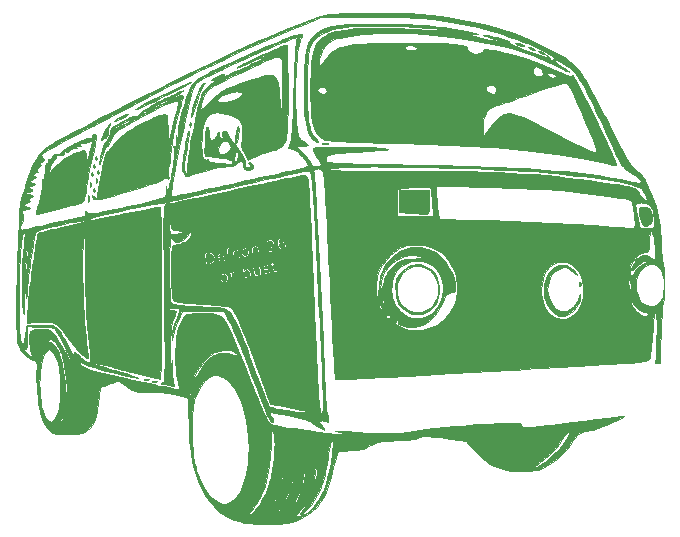
<source format=gbr>
G04 #@! TF.GenerationSoftware,KiCad,Pcbnew,(5.1.2)-1*
G04 #@! TF.CreationDate,2019-05-18T15:03:22-05:00*
G04 #@! TF.ProjectId,van-sao,76616e2d-7361-46f2-9e6b-696361645f70,rev?*
G04 #@! TF.SameCoordinates,Original*
G04 #@! TF.FileFunction,Legend,Top*
G04 #@! TF.FilePolarity,Positive*
%FSLAX46Y46*%
G04 Gerber Fmt 4.6, Leading zero omitted, Abs format (unit mm)*
G04 Created by KiCad (PCBNEW (5.1.2)-1) date 2019-05-18 15:03:22*
%MOMM*%
%LPD*%
G04 APERTURE LIST*
%ADD10C,0.010000*%
%ADD11C,0.100000*%
G04 APERTURE END LIST*
D10*
G36*
X2067698Y21654066D02*
G01*
X2655584Y21648215D01*
X3240793Y21638712D01*
X3809442Y21625779D01*
X4347648Y21609637D01*
X4841528Y21590507D01*
X5277198Y21568610D01*
X5609167Y21546636D01*
X6416861Y21469681D01*
X7279766Y21359931D01*
X8176686Y21221064D01*
X9086424Y21056761D01*
X9987785Y20870703D01*
X10859573Y20666569D01*
X11239500Y20569021D01*
X12358134Y20248692D01*
X13424856Y19891080D01*
X14465589Y19486353D01*
X15506253Y19024682D01*
X16192500Y18690623D01*
X16696543Y18433580D01*
X17131093Y18202771D01*
X17504718Y17991643D01*
X17825987Y17793646D01*
X18103469Y17602228D01*
X18345732Y17410836D01*
X18561344Y17212920D01*
X18758874Y17001927D01*
X18946890Y16771305D01*
X19133960Y16514504D01*
X19238142Y16361833D01*
X19333170Y16216790D01*
X19431635Y16059382D01*
X19536847Y15883476D01*
X19652117Y15682937D01*
X19780756Y15451632D01*
X19926073Y15183429D01*
X20091379Y14872193D01*
X20279985Y14511791D01*
X20495201Y14096090D01*
X20740337Y13618956D01*
X21018703Y13074257D01*
X21123159Y12869333D01*
X21465524Y12198479D01*
X21772880Y11599138D01*
X22047786Y11066949D01*
X22292803Y10597550D01*
X22510490Y10186581D01*
X22703408Y9829678D01*
X22874115Y9522482D01*
X23025173Y9260631D01*
X23159142Y9039762D01*
X23278581Y8855515D01*
X23386050Y8703528D01*
X23484109Y8579441D01*
X23575319Y8478890D01*
X23662238Y8397515D01*
X23747429Y8330955D01*
X23812362Y8287737D01*
X23964350Y8187768D01*
X24094596Y8086896D01*
X24209905Y7974900D01*
X24317079Y7841560D01*
X24422925Y7676656D01*
X24534245Y7469967D01*
X24657844Y7211272D01*
X24800526Y6890352D01*
X24906273Y6644605D01*
X25120717Y6129922D01*
X25299295Y5669258D01*
X25445699Y5246054D01*
X25563625Y4843752D01*
X25656765Y4445792D01*
X25728814Y4035617D01*
X25783465Y3596666D01*
X25824412Y3112382D01*
X25855349Y2566205D01*
X25864913Y2347224D01*
X25889898Y1838649D01*
X25920786Y1402667D01*
X25958942Y1027323D01*
X26005731Y700665D01*
X26062519Y410739D01*
X26106372Y232833D01*
X26131389Y90720D01*
X26151592Y-120664D01*
X26166954Y-386058D01*
X26177445Y-690202D01*
X26183039Y-1017836D01*
X26183707Y-1353698D01*
X26179421Y-1682528D01*
X26170154Y-1989066D01*
X26155878Y-2258052D01*
X26136564Y-2474224D01*
X26112185Y-2622322D01*
X26111600Y-2624667D01*
X26061433Y-2864937D01*
X26016356Y-3169262D01*
X25976147Y-3540701D01*
X25940583Y-3982314D01*
X25909442Y-4497159D01*
X25882502Y-5088297D01*
X25859540Y-5758787D01*
X25845487Y-6286500D01*
X25837429Y-6595570D01*
X25828320Y-6898270D01*
X25818779Y-7177092D01*
X25809422Y-7414526D01*
X25800870Y-7593064D01*
X25797296Y-7651750D01*
X25773400Y-8001000D01*
X25389179Y-8001000D01*
X25413963Y-7842250D01*
X25432821Y-7683508D01*
X25450239Y-7464166D01*
X25466075Y-7194280D01*
X25480186Y-6883905D01*
X25492430Y-6543096D01*
X25502663Y-6181908D01*
X25510743Y-5810396D01*
X25516527Y-5438616D01*
X25519873Y-5076623D01*
X25520637Y-4734472D01*
X25518677Y-4422217D01*
X25513850Y-4149915D01*
X25506013Y-3927620D01*
X25495024Y-3765387D01*
X25480739Y-3673271D01*
X25473378Y-3657549D01*
X25427959Y-3649981D01*
X25384019Y-3720291D01*
X25341373Y-3869554D01*
X25299838Y-4098848D01*
X25259228Y-4409250D01*
X25219360Y-4801835D01*
X25180049Y-5277680D01*
X25168121Y-5439834D01*
X25125625Y-5996142D01*
X25083748Y-6471640D01*
X25042576Y-6865608D01*
X25002196Y-7177328D01*
X24962695Y-7406082D01*
X24924158Y-7551151D01*
X24910645Y-7582544D01*
X24859439Y-7658769D01*
X24785959Y-7722873D01*
X24681708Y-7776888D01*
X24538187Y-7822842D01*
X24346901Y-7862767D01*
X24099351Y-7898693D01*
X23787039Y-7932649D01*
X23401469Y-7966668D01*
X23253458Y-7978509D01*
X23130254Y-7987338D01*
X22927299Y-8000812D01*
X22649367Y-8018644D01*
X22301230Y-8040551D01*
X21887660Y-8066247D01*
X21413432Y-8095447D01*
X20883317Y-8127866D01*
X20302088Y-8163221D01*
X19674519Y-8201225D01*
X19005381Y-8241594D01*
X18299448Y-8284043D01*
X17561492Y-8328287D01*
X16796286Y-8374042D01*
X16008603Y-8421022D01*
X15203216Y-8468942D01*
X14384897Y-8517519D01*
X13558419Y-8566467D01*
X12728556Y-8615500D01*
X11900079Y-8664335D01*
X11077761Y-8712686D01*
X10266376Y-8760269D01*
X9470696Y-8806798D01*
X8695493Y-8851989D01*
X7945541Y-8895557D01*
X7225612Y-8937217D01*
X6540480Y-8976685D01*
X6244167Y-8993690D01*
X5475693Y-9037379D01*
X4711760Y-9080124D01*
X3962179Y-9121403D01*
X3236762Y-9160696D01*
X2545323Y-9197480D01*
X1897673Y-9231234D01*
X1303624Y-9261438D01*
X772989Y-9287570D01*
X315579Y-9309108D01*
X254000Y-9311906D01*
X-59631Y-9326205D01*
X-379899Y-9341038D01*
X-685011Y-9355379D01*
X-953176Y-9368201D01*
X-1162603Y-9378480D01*
X-1193330Y-9380029D01*
X-1688161Y-9405119D01*
X-1711650Y-9263976D01*
X-1726832Y-9150910D01*
X-1743854Y-8982112D01*
X-1762847Y-8755281D01*
X-1783946Y-8468117D01*
X-1807283Y-8118319D01*
X-1832991Y-7703588D01*
X-1861202Y-7221622D01*
X-1892050Y-6670122D01*
X-1925667Y-6046787D01*
X-1962186Y-5349317D01*
X-2001741Y-4575411D01*
X-2028875Y-4033854D01*
X2624667Y-4033854D01*
X2652026Y-4101739D01*
X2714109Y-4173620D01*
X2780922Y-4218881D01*
X2808454Y-4221460D01*
X2862073Y-4178342D01*
X2909874Y-4117735D01*
X2946186Y-4046739D01*
X2922052Y-4004525D01*
X2888591Y-3984645D01*
X2796441Y-3961128D01*
X2700477Y-3970608D01*
X2635124Y-4006665D01*
X2624667Y-4033854D01*
X-2028875Y-4033854D01*
X-2044463Y-3722769D01*
X-2072954Y-3144763D01*
X2050790Y-3144763D01*
X2053126Y-3241572D01*
X2109654Y-3368753D01*
X2192403Y-3482176D01*
X2253828Y-3535575D01*
X2281438Y-3514127D01*
X2276437Y-3416120D01*
X2269087Y-3373286D01*
X2226184Y-3250476D01*
X2160403Y-3155119D01*
X2159055Y-3153883D01*
X2095955Y-3105319D01*
X2063888Y-3116496D01*
X2050790Y-3144763D01*
X-2072954Y-3144763D01*
X-2090486Y-2789091D01*
X-2117085Y-2243667D01*
X-2153769Y-1489697D01*
X1732358Y-1489697D01*
X1740657Y-1867121D01*
X1783593Y-2216401D01*
X1816415Y-2363899D01*
X1857916Y-2514842D01*
X1892774Y-2630583D01*
X1914443Y-2689608D01*
X1916412Y-2692523D01*
X1924089Y-2658760D01*
X1933920Y-2553949D01*
X1944300Y-2401147D01*
X2207531Y-2401147D01*
X2208453Y-2495730D01*
X2243880Y-2659128D01*
X2290821Y-2821291D01*
X2358736Y-3022262D01*
X2427808Y-3194606D01*
X2493049Y-3331411D01*
X2549471Y-3425767D01*
X2592086Y-3470763D01*
X2615907Y-3459488D01*
X2615945Y-3385031D01*
X2587212Y-3240482D01*
X2583967Y-3227451D01*
X2539548Y-3073083D01*
X2480994Y-2899424D01*
X2415652Y-2724807D01*
X2350870Y-2567564D01*
X2293995Y-2446027D01*
X2252372Y-2378527D01*
X2240590Y-2370667D01*
X2207531Y-2401147D01*
X1944300Y-2401147D01*
X1944946Y-2391651D01*
X1956211Y-2185426D01*
X1963719Y-2022361D01*
X1977976Y-1775536D01*
X2123431Y-1775536D01*
X2136103Y-1798363D01*
X2164347Y-1774724D01*
X2178300Y-1757902D01*
X2178887Y-1756834D01*
X3071473Y-1756834D01*
X3075241Y-1994494D01*
X3086462Y-2174083D01*
X3108764Y-2322110D01*
X3145775Y-2465083D01*
X3184459Y-2582334D01*
X3308204Y-2897675D01*
X3445048Y-3156974D01*
X3612427Y-3388742D01*
X3807632Y-3601424D01*
X4134381Y-3876199D01*
X4485876Y-4072306D01*
X4857445Y-4188313D01*
X5244414Y-4222789D01*
X5642110Y-4174302D01*
X5662518Y-4169598D01*
X6060336Y-4034049D01*
X6416312Y-3827488D01*
X6725825Y-3554947D01*
X6984254Y-3221461D01*
X7186980Y-2832063D01*
X7329380Y-2391785D01*
X7341013Y-2341143D01*
X7401347Y-1919093D01*
X7400044Y-1497747D01*
X7341191Y-1088139D01*
X7228876Y-701304D01*
X7067189Y-348276D01*
X6860217Y-40091D01*
X6612047Y212217D01*
X6326770Y397613D01*
X6326265Y397860D01*
X5984899Y526578D01*
X5601280Y606314D01*
X5204556Y633585D01*
X4823877Y604910D01*
X4732834Y588218D01*
X4393019Y481591D01*
X4067946Y312712D01*
X3775392Y94585D01*
X3533133Y-159783D01*
X3374534Y-405506D01*
X3227051Y-739726D01*
X3131896Y-1067969D01*
X3082470Y-1419660D01*
X3071473Y-1756834D01*
X2178887Y-1756834D01*
X2223322Y-1676039D01*
X2277197Y-1540848D01*
X2328457Y-1381191D01*
X2329672Y-1376902D01*
X2405058Y-1113122D01*
X2465213Y-914317D01*
X2516700Y-763646D01*
X2566076Y-644269D01*
X2619904Y-539344D01*
X2684741Y-432033D01*
X2717614Y-381000D01*
X2870426Y-172166D01*
X3058646Y45786D01*
X3264826Y255827D01*
X3471520Y440928D01*
X3661280Y584061D01*
X3773533Y649602D01*
X3863155Y689733D01*
X3954367Y720635D01*
X4062317Y744699D01*
X4202153Y764321D01*
X4389023Y781892D01*
X4638074Y799807D01*
X4783667Y809200D01*
X5035296Y826448D01*
X5259602Y844368D01*
X5442142Y861601D01*
X5568471Y876789D01*
X5623476Y888194D01*
X5630886Y919783D01*
X5572099Y962507D01*
X5463821Y1010311D01*
X5322758Y1057144D01*
X5165618Y1096950D01*
X5009106Y1123678D01*
X4959870Y1128642D01*
X4578152Y1119079D01*
X4185320Y1036678D01*
X3795229Y889504D01*
X3421735Y685617D01*
X3078696Y433082D01*
X2779968Y139962D01*
X2539408Y-185682D01*
X2461671Y-325020D01*
X2376303Y-526593D01*
X2292466Y-781614D01*
X2218487Y-1059139D01*
X2162692Y-1328223D01*
X2134712Y-1540054D01*
X2123808Y-1693635D01*
X2123431Y-1775536D01*
X1977976Y-1775536D01*
X1987139Y-1616918D01*
X2021867Y-1274428D01*
X2071556Y-973522D01*
X2139858Y-692832D01*
X2230425Y-410992D01*
X2247050Y-364845D01*
X2461225Y112943D01*
X2733074Y540591D01*
X3055618Y913906D01*
X3421880Y1228695D01*
X3824879Y1480767D01*
X4257637Y1665930D01*
X4713174Y1779992D01*
X5184513Y1818760D01*
X5664674Y1778043D01*
X5778500Y1756390D01*
X6173066Y1645595D01*
X6558600Y1485992D01*
X6910323Y1289570D01*
X7203458Y1068320D01*
X7207028Y1065103D01*
X7452328Y809755D01*
X7685983Y503296D01*
X7901111Y160698D01*
X8090830Y-203067D01*
X8248259Y-573026D01*
X8366516Y-934207D01*
X8438720Y-1271639D01*
X8457990Y-1570348D01*
X8452906Y-1645554D01*
X8413528Y-1836393D01*
X8336032Y-1957508D01*
X8210591Y-2018976D01*
X8075997Y-2032000D01*
X7919270Y-2062179D01*
X7777070Y-2156453D01*
X7644449Y-2320422D01*
X7516460Y-2559692D01*
X7432337Y-2761025D01*
X7217703Y-3234569D01*
X6958606Y-3665440D01*
X6662158Y-4046366D01*
X6335470Y-4370072D01*
X5985655Y-4629286D01*
X5619823Y-4816733D01*
X5334000Y-4907056D01*
X5077757Y-4943451D01*
X4778681Y-4950373D01*
X4465155Y-4930141D01*
X4165563Y-4885073D01*
X3908287Y-4817488D01*
X3820838Y-4783459D01*
X3708576Y-4726223D01*
X3655684Y-4669354D01*
X3640916Y-4587342D01*
X3640667Y-4567131D01*
X3617789Y-4447577D01*
X3561181Y-4342532D01*
X3488885Y-4281328D01*
X3461409Y-4275667D01*
X3442275Y-4311326D01*
X3449283Y-4398375D01*
X3450807Y-4405583D01*
X3461555Y-4500002D01*
X3429553Y-4544868D01*
X3390671Y-4558687D01*
X3319971Y-4590748D01*
X3302000Y-4615956D01*
X3334898Y-4653984D01*
X3421817Y-4723187D01*
X3545097Y-4809684D01*
X3566584Y-4823916D01*
X3868237Y-4985968D01*
X4221144Y-5115473D01*
X4594709Y-5201553D01*
X4653474Y-5210446D01*
X4882588Y-5227584D01*
X5163127Y-5226021D01*
X5464333Y-5207418D01*
X5755449Y-5173432D01*
X5937652Y-5141189D01*
X6436335Y-4993968D01*
X6902857Y-4772047D01*
X7329233Y-4481868D01*
X7707478Y-4129873D01*
X8029607Y-3722503D01*
X8287633Y-3266201D01*
X8302824Y-3233175D01*
X8420337Y-2954903D01*
X8505258Y-2701244D01*
X8562132Y-2448579D01*
X8595503Y-2173292D01*
X8596951Y-2140971D01*
X15758806Y-2140971D01*
X15799118Y-2510642D01*
X15885202Y-2852790D01*
X16021432Y-3191724D01*
X16026874Y-3203223D01*
X16161549Y-3439660D01*
X16334976Y-3676347D01*
X16526713Y-3888849D01*
X16716312Y-4052730D01*
X16765659Y-4086214D01*
X17076855Y-4236222D01*
X17404517Y-4308139D01*
X17735892Y-4300508D01*
X18015274Y-4228785D01*
X18218864Y-4123096D01*
X18437312Y-3960714D01*
X18649264Y-3761478D01*
X18833364Y-3545226D01*
X18956602Y-3354308D01*
X19097404Y-3048714D01*
X19160539Y-2843700D01*
X23376400Y-2843700D01*
X23395922Y-2992372D01*
X23480761Y-3176442D01*
X23625044Y-3385482D01*
X23786047Y-3570809D01*
X24008773Y-3792367D01*
X24195266Y-3945227D01*
X24353456Y-4032924D01*
X24491278Y-4058995D01*
X24616663Y-4026974D01*
X24695791Y-3976261D01*
X24787957Y-3890257D01*
X24811780Y-3824885D01*
X24762906Y-3774405D01*
X24636982Y-3733076D01*
X24489834Y-3704710D01*
X24273438Y-3641537D01*
X24065799Y-3521287D01*
X23858016Y-3336809D01*
X23641189Y-3080954D01*
X23537652Y-2939718D01*
X23456153Y-2826953D01*
X23410450Y-2776642D01*
X23388319Y-2781509D01*
X23377538Y-2834275D01*
X23376400Y-2843700D01*
X19160539Y-2843700D01*
X19194286Y-2734119D01*
X19251828Y-2389085D01*
X19274611Y-1992177D01*
X19275365Y-1862667D01*
X19253568Y-1389743D01*
X19217815Y-1161375D01*
X23129506Y-1161375D01*
X23139286Y-1317244D01*
X23162189Y-1489391D01*
X23193975Y-1650015D01*
X23230403Y-1771315D01*
X23253825Y-1815025D01*
X23283041Y-1834317D01*
X23301712Y-1797432D01*
X23313838Y-1692581D01*
X23317903Y-1626162D01*
X23320854Y-1452089D01*
X23755258Y-1452089D01*
X23761358Y-1580981D01*
X23815148Y-1949263D01*
X23917799Y-2281652D01*
X24062571Y-2572063D01*
X24242726Y-2814414D01*
X24451525Y-3002622D01*
X24682227Y-3130603D01*
X24928095Y-3192274D01*
X25182389Y-3181552D01*
X25436651Y-3093233D01*
X25582619Y-2994637D01*
X25736794Y-2852182D01*
X25878293Y-2689397D01*
X25986231Y-2529814D01*
X26034581Y-2419551D01*
X26052866Y-2321288D01*
X26073353Y-2158759D01*
X26093864Y-1952254D01*
X26112222Y-1722061D01*
X26116984Y-1651411D01*
X26131860Y-1397214D01*
X26138135Y-1205176D01*
X26134834Y-1053133D01*
X26120976Y-918923D01*
X26095586Y-780381D01*
X26074383Y-685846D01*
X25987061Y-375256D01*
X25882801Y-135639D01*
X25752982Y46292D01*
X25588982Y183820D01*
X25464913Y253316D01*
X25210799Y331327D01*
X24944426Y330745D01*
X24677189Y254271D01*
X24420479Y104608D01*
X24263749Y-31553D01*
X24036536Y-317834D01*
X23874729Y-654091D01*
X23780309Y-1034213D01*
X23755258Y-1452089D01*
X23320854Y-1452089D01*
X23320862Y-1451672D01*
X23313734Y-1279914D01*
X23305245Y-1199378D01*
X23272752Y-1061845D01*
X23229377Y-980183D01*
X23184145Y-962433D01*
X23146083Y-1016634D01*
X23137088Y-1049586D01*
X23129506Y-1161375D01*
X19217815Y-1161375D01*
X19189561Y-980912D01*
X19079574Y-624830D01*
X18919838Y-310155D01*
X18765035Y-103551D01*
X23264663Y-103551D01*
X23276999Y-291581D01*
X23308807Y-447439D01*
X23354895Y-553633D01*
X23409812Y-592667D01*
X23453966Y-559590D01*
X23524993Y-473485D01*
X23596028Y-370417D01*
X23818351Y-77704D01*
X24081520Y162319D01*
X24399645Y360462D01*
X24750756Y514226D01*
X24881102Y564884D01*
X24941663Y597000D01*
X24942552Y620042D01*
X24893884Y643474D01*
X24890297Y644839D01*
X24742148Y667630D01*
X24555277Y649900D01*
X24362495Y596416D01*
X24267448Y554327D01*
X24169982Y488875D01*
X24035739Y379125D01*
X23885594Y242785D01*
X23792393Y151369D01*
X23611638Y-22993D01*
X23480630Y-128875D01*
X23399004Y-166044D01*
X23366393Y-134263D01*
X23382433Y-33297D01*
X23446755Y137091D01*
X23530889Y319739D01*
X23666329Y577029D01*
X23795060Y767613D01*
X23930390Y907052D01*
X24085633Y1010907D01*
X24149437Y1042802D01*
X24393434Y1124216D01*
X24622040Y1129181D01*
X24846903Y1055817D01*
X25079671Y902242D01*
X25094414Y890212D01*
X25196967Y814096D01*
X25278570Y768151D01*
X25301894Y762000D01*
X25350071Y803264D01*
X25380754Y926388D01*
X25393844Y1130371D01*
X25389241Y1414214D01*
X25381834Y1559937D01*
X25353835Y1930031D01*
X25316161Y2271462D01*
X25270726Y2573987D01*
X25219440Y2827362D01*
X25164215Y3021343D01*
X25106963Y3145688D01*
X25080076Y3177011D01*
X25031141Y3195198D01*
X24990839Y3156968D01*
X24957949Y3056735D01*
X24931251Y2888912D01*
X24909525Y2647910D01*
X24891550Y2328143D01*
X24890732Y2310078D01*
X24878276Y2066590D01*
X24864264Y1849002D01*
X24849934Y1672987D01*
X24836520Y1554217D01*
X24827847Y1512240D01*
X24743298Y1412067D01*
X24594187Y1360888D01*
X24500928Y1354666D01*
X24286474Y1315374D01*
X24066680Y1206365D01*
X23852825Y1040945D01*
X23656188Y832415D01*
X23488048Y594082D01*
X23359683Y339247D01*
X23282373Y81215D01*
X23264663Y-103551D01*
X18765035Y-103551D01*
X18706583Y-25541D01*
X18641289Y45581D01*
X18387151Y271604D01*
X18121448Y421232D01*
X17825567Y502444D01*
X17526000Y523653D01*
X17199640Y501687D01*
X16925496Y430632D01*
X16681331Y301715D01*
X16444910Y106163D01*
X16429324Y90979D01*
X16194376Y-183869D01*
X16013089Y-497887D01*
X15882147Y-860041D01*
X15798237Y-1279295D01*
X15759892Y-1719467D01*
X15758806Y-2140971D01*
X8596951Y-2140971D01*
X8609916Y-1851763D01*
X8611366Y-1629834D01*
X8603526Y-1261605D01*
X8579068Y-953216D01*
X8532628Y-680592D01*
X8458842Y-419658D01*
X8352347Y-146338D01*
X8215285Y148166D01*
X7941298Y618577D01*
X7612673Y1025491D01*
X7231774Y1366936D01*
X6800964Y1640941D01*
X6322606Y1845535D01*
X6100986Y1912182D01*
X5843437Y1963164D01*
X5538997Y1996050D01*
X5211102Y2010780D01*
X4883191Y2007295D01*
X4578701Y1985536D01*
X4321069Y1945444D01*
X4212167Y1916941D01*
X3898571Y1795468D01*
X3601935Y1631350D01*
X3305301Y1413529D01*
X2991714Y1130944D01*
X2960770Y1100666D01*
X2577958Y685882D01*
X2272264Y268002D01*
X2036580Y-164705D01*
X1863797Y-623969D01*
X1819420Y-783167D01*
X1758634Y-1117316D01*
X1732358Y-1489697D01*
X-2153769Y-1489697D01*
X-2171178Y-1131906D01*
X-2221483Y-101563D01*
X-2268229Y850516D01*
X-2311647Y1727484D01*
X-2351963Y2532494D01*
X-2389408Y3268700D01*
X-2424209Y3939256D01*
X-2456595Y4547314D01*
X-2486796Y5096029D01*
X-2487536Y5108949D01*
X3518067Y5108949D01*
X3518075Y4905935D01*
X3520835Y4783666D01*
X3534834Y4466166D01*
X3788834Y4441533D01*
X3895483Y4435073D01*
X4073748Y4428768D01*
X4310578Y4422883D01*
X4592921Y4417686D01*
X4907727Y4413442D01*
X5241944Y4410418D01*
X5345084Y4409783D01*
X6647334Y4402666D01*
X6624750Y4561416D01*
X6582180Y4883837D01*
X6540420Y5241656D01*
X6502489Y5605754D01*
X6471405Y5947012D01*
X6450185Y6236309D01*
X6448892Y6258276D01*
X6436567Y6476294D01*
X6420731Y6640535D01*
X6390501Y6758533D01*
X6365383Y6794414D01*
X6859914Y6794414D01*
X6864156Y6614600D01*
X6873199Y6390571D01*
X6886229Y6135706D01*
X6902432Y5863387D01*
X6920991Y5586993D01*
X6941093Y5319904D01*
X6961923Y5075501D01*
X6982665Y4867164D01*
X7002506Y4708272D01*
X7009315Y4665497D01*
X7044107Y4493120D01*
X7081847Y4350044D01*
X7116178Y4259059D01*
X7127275Y4242612D01*
X7172319Y4224790D01*
X7273123Y4207706D01*
X7432526Y4191238D01*
X7653365Y4175264D01*
X7938478Y4159665D01*
X8290702Y4144318D01*
X8712875Y4129102D01*
X9207835Y4113896D01*
X9778418Y4098579D01*
X10427463Y4083028D01*
X11157808Y4067124D01*
X11303000Y4064114D01*
X13107518Y4017814D01*
X14915887Y3953469D01*
X16711107Y3871946D01*
X18476175Y3774115D01*
X20194093Y3660843D01*
X21847858Y3532999D01*
X22076834Y3513686D01*
X22368219Y3490564D01*
X22654850Y3470922D01*
X22917352Y3455859D01*
X23136355Y3446473D01*
X23292485Y3443864D01*
X23304500Y3444029D01*
X23643167Y3450166D01*
X23656453Y3746500D01*
X23656943Y3941156D01*
X23644858Y4180070D01*
X23622356Y4447162D01*
X23591592Y4726351D01*
X23554722Y5001556D01*
X23513903Y5256697D01*
X23480471Y5428511D01*
X23730753Y5428511D01*
X23870548Y4546554D01*
X23915343Y4275992D01*
X23960014Y4027815D01*
X24001679Y3816449D01*
X24037457Y3656318D01*
X24064467Y3561846D01*
X24069596Y3550013D01*
X24104221Y3490747D01*
X24145807Y3447920D01*
X24206242Y3420320D01*
X24297414Y3406733D01*
X24431212Y3405947D01*
X24619523Y3416750D01*
X24874235Y3437928D01*
X25030196Y3452029D01*
X25316559Y3478203D01*
X25293648Y3887518D01*
X25271703Y4244329D01*
X25248546Y4528202D01*
X25221503Y4750850D01*
X25187898Y4923989D01*
X25145054Y5059334D01*
X25090295Y5168599D01*
X25020947Y5263501D01*
X24965438Y5324419D01*
X24818545Y5433251D01*
X24626061Y5516787D01*
X24410593Y5571369D01*
X24194749Y5593339D01*
X24001135Y5579039D01*
X23852359Y5524811D01*
X23829233Y5508256D01*
X23730753Y5428511D01*
X23480471Y5428511D01*
X23471290Y5475693D01*
X23429041Y5642463D01*
X23389311Y5740928D01*
X23388960Y5741472D01*
X23345171Y5785704D01*
X23267280Y5824162D01*
X23140657Y5861786D01*
X22950673Y5903513D01*
X22851899Y5922797D01*
X22405372Y6002384D01*
X21888302Y6084874D01*
X21314693Y6168620D01*
X20698547Y6251973D01*
X20053866Y6333286D01*
X19394652Y6410911D01*
X18734909Y6483200D01*
X18088637Y6548506D01*
X17469840Y6605181D01*
X16892519Y6651576D01*
X16370678Y6686044D01*
X16361834Y6686548D01*
X16040099Y6703682D01*
X15665451Y6721679D01*
X15244268Y6740350D01*
X14782931Y6759506D01*
X14287821Y6778958D01*
X13765318Y6798517D01*
X13221802Y6817993D01*
X12663654Y6837197D01*
X12097253Y6855941D01*
X11528981Y6874035D01*
X10965217Y6891291D01*
X10412343Y6907519D01*
X9876737Y6922529D01*
X9364782Y6936134D01*
X8882856Y6948144D01*
X8437340Y6958369D01*
X8034615Y6966621D01*
X7681062Y6972711D01*
X7383059Y6976449D01*
X7146988Y6977646D01*
X6979230Y6976114D01*
X6886163Y6971664D01*
X6869097Y6967874D01*
X6861290Y6916632D01*
X6859914Y6794414D01*
X6365383Y6794414D01*
X6334996Y6837821D01*
X6243331Y6885933D01*
X6104625Y6910402D01*
X5907993Y6918761D01*
X5642554Y6918543D01*
X5496340Y6917648D01*
X5089726Y6908172D01*
X4684488Y6884980D01*
X4300887Y6849958D01*
X3959182Y6804991D01*
X3679634Y6751967D01*
X3655745Y6746262D01*
X3624213Y6735118D01*
X3600393Y6711617D01*
X3582639Y6664305D01*
X3569305Y6581726D01*
X3558742Y6452425D01*
X3549306Y6264947D01*
X3539348Y6007835D01*
X3535913Y5912622D01*
X3527262Y5632907D01*
X3521221Y5358144D01*
X3518067Y5108949D01*
X-2487536Y5108949D01*
X-2515039Y5588554D01*
X-2541555Y6028042D01*
X-2566571Y6417646D01*
X-2590316Y6760521D01*
X-2613019Y7059820D01*
X-2634908Y7318695D01*
X-2656214Y7540301D01*
X-2677163Y7727792D01*
X-2697986Y7884319D01*
X-2718910Y8013038D01*
X-2740164Y8117101D01*
X-2761978Y8199662D01*
X-2784580Y8263875D01*
X-2808199Y8312892D01*
X-2833063Y8349868D01*
X-2851408Y8369431D01*
X-2388856Y8369431D01*
X-2284511Y8322799D01*
X-2238189Y8315382D01*
X-2132521Y8308640D01*
X-1965365Y8302554D01*
X-1734577Y8297106D01*
X-1438015Y8292276D01*
X-1073535Y8288047D01*
X-638995Y8284400D01*
X-132251Y8281316D01*
X448840Y8278778D01*
X1106421Y8276765D01*
X1842634Y8275261D01*
X2659624Y8274245D01*
X3386667Y8273767D01*
X4083934Y8273231D01*
X4769061Y8272248D01*
X5436052Y8270849D01*
X6078910Y8269065D01*
X6691641Y8266928D01*
X7268250Y8264469D01*
X7802740Y8261718D01*
X8289116Y8258707D01*
X8721383Y8255467D01*
X9093546Y8252030D01*
X9399608Y8248425D01*
X9633575Y8244685D01*
X9789451Y8240841D01*
X9800167Y8240464D01*
X11009744Y8192999D01*
X12144839Y8141287D01*
X13215568Y8084460D01*
X14232049Y8021651D01*
X15204399Y7951992D01*
X16142734Y7874614D01*
X17057171Y7788650D01*
X17957828Y7693232D01*
X18854821Y7587492D01*
X19758267Y7470561D01*
X20678283Y7341573D01*
X21230167Y7259884D01*
X21748805Y7181189D01*
X22190921Y7112111D01*
X22563802Y7050252D01*
X22874735Y6993217D01*
X23131009Y6938611D01*
X23339911Y6884038D01*
X23508729Y6827101D01*
X23644750Y6765404D01*
X23755261Y6696553D01*
X23847552Y6618152D01*
X23928909Y6527803D01*
X24006620Y6423112D01*
X24072311Y6325524D01*
X24187268Y6159825D01*
X24301665Y6009860D01*
X24398020Y5897952D01*
X24435145Y5862248D01*
X24551136Y5786918D01*
X24639604Y5771739D01*
X24687765Y5816144D01*
X24691747Y5873614D01*
X24657826Y6000765D01*
X24586151Y6169026D01*
X24490588Y6352399D01*
X24385004Y6524886D01*
X24283268Y6660488D01*
X24257027Y6688639D01*
X24027405Y6865738D01*
X23721316Y7015822D01*
X23343213Y7136783D01*
X23274645Y7153694D01*
X22968954Y7220317D01*
X22589174Y7293321D01*
X22145521Y7371264D01*
X21648211Y7452702D01*
X21107459Y7536195D01*
X20533482Y7620297D01*
X19936494Y7703569D01*
X19326711Y7784566D01*
X18714350Y7861846D01*
X18109626Y7933967D01*
X17522754Y7999486D01*
X16963950Y8056960D01*
X16700500Y8082024D01*
X15947787Y8146364D01*
X15117173Y8207887D01*
X14215386Y8266325D01*
X13249153Y8321414D01*
X12225202Y8372889D01*
X11150259Y8420483D01*
X10031053Y8463932D01*
X8874310Y8502969D01*
X7686758Y8537329D01*
X6475125Y8566747D01*
X5246138Y8590957D01*
X4006524Y8609694D01*
X3069167Y8620038D01*
X2274099Y8626128D01*
X1559046Y8628797D01*
X919418Y8627867D01*
X350625Y8623163D01*
X-151921Y8614507D01*
X-592812Y8601724D01*
X-976635Y8584637D01*
X-1307981Y8563069D01*
X-1591440Y8536845D01*
X-1831601Y8505787D01*
X-2033054Y8469718D01*
X-2200389Y8428464D01*
X-2242178Y8415825D01*
X-2388856Y8369431D01*
X-2851408Y8369431D01*
X-2859402Y8377955D01*
X-2887443Y8400308D01*
X-2889300Y8401617D01*
X-3011146Y8450636D01*
X-3166778Y8467263D01*
X-3321863Y8452336D01*
X-3442069Y8406692D01*
X-3465793Y8387540D01*
X-3510997Y8328048D01*
X-3526863Y8252922D01*
X-3517505Y8133455D01*
X-3509770Y8080623D01*
X-3497037Y7968930D01*
X-3480661Y7777348D01*
X-3460886Y7510568D01*
X-3437955Y7173279D01*
X-3412112Y6770170D01*
X-3383599Y6305930D01*
X-3352661Y5785249D01*
X-3319540Y5212816D01*
X-3284481Y4593321D01*
X-3247726Y3931453D01*
X-3209519Y3231902D01*
X-3170104Y2499356D01*
X-3129723Y1738505D01*
X-3088621Y954039D01*
X-3047040Y150647D01*
X-3005225Y-666982D01*
X-2963418Y-1494158D01*
X-2921863Y-2326192D01*
X-2880803Y-3158395D01*
X-2840482Y-3986077D01*
X-2801143Y-4804548D01*
X-2763030Y-5609120D01*
X-2726386Y-6395103D01*
X-2691454Y-7157808D01*
X-2658478Y-7892544D01*
X-2627701Y-8594624D01*
X-2599367Y-9259357D01*
X-2573719Y-9882054D01*
X-2561635Y-10184888D01*
X-2541370Y-10674254D01*
X-2522024Y-11085281D01*
X-2503025Y-11424286D01*
X-2483799Y-11697582D01*
X-2463772Y-11911487D01*
X-2442370Y-12072314D01*
X-2419021Y-12186379D01*
X-2393150Y-12259997D01*
X-2370037Y-12294229D01*
X-2350743Y-12353575D01*
X-2336182Y-12474636D01*
X-2328789Y-12634488D01*
X-2328333Y-12686678D01*
X-2328333Y-13037422D01*
X-2465916Y-12953536D01*
X-2621900Y-12890460D01*
X-2789542Y-12871954D01*
X-2935390Y-12899851D01*
X-2981382Y-12925319D01*
X-3030033Y-12971030D01*
X-3030673Y-13023835D01*
X-2992250Y-13105235D01*
X-2928958Y-13205457D01*
X-2833364Y-13336202D01*
X-2753337Y-13436199D01*
X-2666865Y-13545189D01*
X-2611064Y-13626609D01*
X-2598055Y-13661166D01*
X-2649517Y-13657304D01*
X-2757113Y-13613195D01*
X-2907316Y-13536716D01*
X-3086598Y-13435743D01*
X-3281431Y-13318152D01*
X-3478290Y-13191820D01*
X-3663647Y-13064623D01*
X-3810000Y-12955487D01*
X-3916074Y-12897663D01*
X-4095968Y-12829366D01*
X-4339836Y-12753085D01*
X-4637828Y-12671310D01*
X-4980098Y-12586529D01*
X-5356796Y-12501231D01*
X-5758076Y-12417904D01*
X-6174089Y-12339039D01*
X-6417715Y-12296412D01*
X-6705321Y-12248901D01*
X-6919587Y-12216847D01*
X-7070279Y-12199509D01*
X-7167160Y-12196150D01*
X-7219993Y-12206030D01*
X-7238544Y-12228410D01*
X-7239000Y-12234261D01*
X-7220105Y-12288333D01*
X-7169566Y-12397185D01*
X-7096601Y-12541443D01*
X-7059083Y-12612418D01*
X-6972412Y-12780890D01*
X-6925573Y-12892157D01*
X-6913755Y-12960956D01*
X-6931968Y-13001841D01*
X-7004490Y-13023583D01*
X-7097668Y-12974110D01*
X-7202665Y-12861573D01*
X-7310646Y-12694123D01*
X-7352577Y-12613833D01*
X-7421283Y-12464766D01*
X-7517448Y-12241524D01*
X-7639002Y-11949279D01*
X-7783871Y-11593206D01*
X-7949985Y-11178479D01*
X-8135271Y-10710270D01*
X-8337657Y-10193755D01*
X-8555072Y-9634105D01*
X-8785444Y-9036496D01*
X-8792739Y-9017502D01*
X-9078429Y-8276463D01*
X-9337891Y-7609928D01*
X-9573315Y-7012647D01*
X-9786890Y-6479370D01*
X-9980807Y-6004845D01*
X-10157256Y-5583824D01*
X-10318427Y-5211054D01*
X-10466512Y-4881287D01*
X-10603698Y-4589271D01*
X-10732178Y-4329756D01*
X-10813474Y-4173344D01*
X-11096057Y-3640667D01*
X-14646483Y-3640667D01*
X-14834455Y-4014940D01*
X-15054817Y-4510202D01*
X-15246640Y-5054375D01*
X-15398284Y-5613409D01*
X-15429441Y-5755764D01*
X-15473151Y-5952404D01*
X-15505100Y-6066187D01*
X-15524943Y-6098149D01*
X-15532334Y-6049326D01*
X-15526927Y-5920755D01*
X-15508376Y-5713472D01*
X-15492506Y-5566834D01*
X-15382925Y-4951285D01*
X-15195988Y-4337690D01*
X-15022954Y-3921609D01*
X-14934938Y-3722394D01*
X-14874291Y-3564611D01*
X-14845256Y-3460297D01*
X-14847493Y-3423574D01*
X-14910932Y-3398661D01*
X-15032517Y-3378202D01*
X-15189558Y-3363211D01*
X-15359367Y-3354699D01*
X-15519254Y-3353681D01*
X-15646530Y-3361170D01*
X-15718504Y-3378177D01*
X-15725418Y-3384377D01*
X-15732318Y-3453835D01*
X-15657124Y-3505824D01*
X-15500688Y-3539878D01*
X-15428540Y-3547339D01*
X-15288582Y-3567682D01*
X-15194966Y-3598523D01*
X-15170213Y-3620617D01*
X-15177541Y-3683707D01*
X-15216869Y-3795854D01*
X-15274479Y-3922005D01*
X-15363552Y-4107338D01*
X-15436203Y-4282334D01*
X-15494662Y-4459400D01*
X-15541160Y-4650946D01*
X-15577928Y-4869380D01*
X-15607196Y-5127111D01*
X-15631197Y-5436547D01*
X-15652160Y-5810097D01*
X-15665337Y-6096000D01*
X-15677765Y-6443112D01*
X-15684813Y-6779517D01*
X-15686713Y-7094966D01*
X-15683696Y-7379210D01*
X-15675993Y-7622002D01*
X-15663835Y-7813092D01*
X-15647454Y-7942232D01*
X-15627082Y-7999174D01*
X-15622349Y-8001000D01*
X-15585156Y-7966858D01*
X-15541543Y-7889696D01*
X-15500601Y-7815803D01*
X-15473964Y-7795258D01*
X-15469978Y-7841737D01*
X-15472153Y-7954700D01*
X-15479885Y-8116233D01*
X-15490081Y-8274212D01*
X-15504712Y-8704947D01*
X-15486736Y-9105327D01*
X-15437528Y-9457152D01*
X-15384800Y-9666182D01*
X-15348597Y-9797762D01*
X-15331682Y-9894800D01*
X-15335280Y-9930725D01*
X-15386453Y-9935067D01*
X-15496547Y-9922083D01*
X-15642245Y-9894574D01*
X-15649766Y-9892929D01*
X-15856717Y-9852999D01*
X-16087365Y-9816727D01*
X-16234833Y-9798304D01*
X-16387507Y-9781491D01*
X-16466012Y-9767995D01*
X-16480403Y-9752474D01*
X-16440734Y-9729588D01*
X-16398362Y-9711442D01*
X-16267587Y-9612800D01*
X-16211911Y-9516245D01*
X-16194254Y-9446181D01*
X-16178958Y-9331889D01*
X-16166007Y-9170310D01*
X-16155382Y-8958387D01*
X-16147066Y-8693062D01*
X-16141043Y-8371277D01*
X-16137295Y-7989974D01*
X-16135803Y-7546096D01*
X-16136552Y-7036584D01*
X-16139524Y-6458380D01*
X-16144701Y-5808427D01*
X-16152066Y-5083667D01*
X-16161602Y-4281042D01*
X-16173291Y-3397494D01*
X-16176091Y-3196167D01*
X-16189624Y-2191614D01*
X-16201313Y-1241744D01*
X-16211152Y-348919D01*
X-16214544Y5304D01*
X-15725781Y5304D01*
X-15725779Y0D01*
X-15725028Y-564777D01*
X-15723064Y-1051074D01*
X-15719499Y-1465074D01*
X-15713946Y-1812960D01*
X-15706020Y-2100916D01*
X-15695334Y-2335124D01*
X-15681502Y-2521766D01*
X-15664137Y-2667027D01*
X-15642852Y-2777089D01*
X-15617261Y-2858135D01*
X-15586979Y-2916348D01*
X-15551617Y-2957910D01*
X-15540288Y-2967789D01*
X-15450422Y-3006462D01*
X-15277163Y-3044091D01*
X-15021783Y-3080559D01*
X-14685552Y-3115749D01*
X-14269738Y-3149543D01*
X-13775612Y-3181824D01*
X-13204444Y-3212474D01*
X-12594166Y-3239870D01*
X-12174150Y-3259588D01*
X-11828692Y-3282041D01*
X-11547688Y-3309233D01*
X-11321033Y-3343167D01*
X-11138623Y-3385847D01*
X-10990354Y-3439277D01*
X-10866119Y-3505459D01*
X-10755815Y-3586399D01*
X-10728513Y-3609806D01*
X-10634049Y-3703708D01*
X-10536162Y-3823824D01*
X-10433003Y-3974328D01*
X-10322723Y-4159397D01*
X-10203472Y-4383204D01*
X-10073401Y-4649926D01*
X-9930662Y-4963738D01*
X-9773404Y-5328815D01*
X-9599779Y-5749331D01*
X-9407937Y-6229463D01*
X-9196030Y-6773385D01*
X-8962208Y-7385273D01*
X-8704621Y-8069302D01*
X-8446145Y-8763000D01*
X-8235570Y-9329823D01*
X-8052185Y-9821945D01*
X-7894116Y-10244185D01*
X-7759491Y-10601364D01*
X-7646434Y-10898303D01*
X-7553075Y-11139822D01*
X-7477538Y-11330742D01*
X-7417952Y-11475883D01*
X-7372442Y-11580066D01*
X-7339135Y-11648112D01*
X-7316159Y-11684840D01*
X-7307427Y-11693324D01*
X-7227457Y-11725043D01*
X-7077019Y-11766456D01*
X-6869413Y-11814956D01*
X-6617939Y-11867933D01*
X-6335897Y-11922779D01*
X-6036587Y-11976884D01*
X-5733309Y-12027640D01*
X-5439362Y-12072438D01*
X-5228166Y-12101178D01*
X-5068210Y-12117250D01*
X-4879943Y-12129514D01*
X-4678732Y-12137849D01*
X-4479943Y-12142132D01*
X-4298941Y-12142244D01*
X-4151092Y-12138060D01*
X-4051762Y-12129461D01*
X-4016317Y-12116324D01*
X-4021666Y-12110734D01*
X-4126661Y-12068977D01*
X-4310773Y-12017469D01*
X-4569143Y-11957239D01*
X-4896911Y-11889317D01*
X-5289216Y-11814731D01*
X-5741200Y-11734511D01*
X-6026711Y-11686152D01*
X-7206256Y-11489529D01*
X-8084001Y-9078514D01*
X-8384894Y-8255637D01*
X-8660583Y-7509688D01*
X-8912563Y-6837248D01*
X-9142327Y-6234898D01*
X-9351369Y-5699219D01*
X-9541180Y-5226792D01*
X-9713256Y-4814197D01*
X-9869089Y-4458015D01*
X-10010173Y-4154828D01*
X-10138001Y-3901215D01*
X-10254066Y-3693757D01*
X-10359861Y-3529036D01*
X-10456881Y-3403632D01*
X-10546619Y-3314126D01*
X-10625341Y-3259841D01*
X-10734994Y-3222161D01*
X-10923708Y-3184434D01*
X-11192388Y-3146566D01*
X-11541939Y-3108458D01*
X-11973268Y-3070015D01*
X-12487278Y-3031139D01*
X-13084875Y-2991735D01*
X-13208000Y-2984177D01*
X-13709598Y-2952021D01*
X-14132852Y-2920852D01*
X-14484063Y-2889721D01*
X-14769532Y-2857679D01*
X-14995560Y-2823776D01*
X-15168447Y-2787063D01*
X-15294495Y-2746592D01*
X-15380004Y-2701412D01*
X-15431274Y-2650574D01*
X-15432257Y-2649094D01*
X-15462774Y-2559075D01*
X-15490356Y-2390161D01*
X-15514702Y-2148083D01*
X-15535509Y-1838571D01*
X-15552475Y-1467356D01*
X-15565299Y-1040170D01*
X-15569603Y-794877D01*
X-11473659Y-794877D01*
X-11423016Y-965037D01*
X-11362737Y-1055085D01*
X-11238232Y-1158290D01*
X-11098136Y-1182023D01*
X-10948020Y-1137509D01*
X-10830716Y-1041401D01*
X-10772501Y-896378D01*
X-10779146Y-719297D01*
X-10790196Y-676673D01*
X-10871606Y-515748D01*
X-10991144Y-414913D01*
X-11131726Y-379835D01*
X-11276265Y-416179D01*
X-11368424Y-484909D01*
X-11455539Y-627109D01*
X-11473659Y-794877D01*
X-15569603Y-794877D01*
X-15573677Y-562742D01*
X-15575565Y-291330D01*
X-10659941Y-291330D01*
X-10580391Y-643082D01*
X-10544052Y-806588D01*
X-10516147Y-937514D01*
X-10501139Y-1014700D01*
X-10499753Y-1025255D01*
X-10467126Y-1039060D01*
X-10432734Y-1030375D01*
X-10386937Y-980614D01*
X-10388874Y-947553D01*
X-10407036Y-873947D01*
X-10428557Y-750978D01*
X-10439327Y-676091D01*
X-10451590Y-541609D01*
X-10439533Y-462004D01*
X-10397986Y-409681D01*
X-10387937Y-401755D01*
X-10293310Y-352535D01*
X-10234083Y-340013D01*
X-10175066Y-312195D01*
X-10162650Y-257821D01*
X-10199216Y-216072D01*
X-10226283Y-211667D01*
X-10314380Y-231328D01*
X-10385033Y-262437D01*
X-10495319Y-298601D01*
X-10568721Y-302269D01*
X-10659941Y-291330D01*
X-15575565Y-291330D01*
X-15577309Y-40804D01*
X-15577437Y105833D01*
X-15577163Y164599D01*
X-9590542Y164599D01*
X-9581784Y19201D01*
X-9547240Y-202822D01*
X-9522404Y-332821D01*
X-9429181Y-800716D01*
X-9217968Y-785643D01*
X-9031603Y-750563D01*
X-8923173Y-686988D01*
X-8854899Y-565124D01*
X-8836791Y-408259D01*
X-8863990Y-244558D01*
X-8931639Y-102184D01*
X-9034879Y-9303D01*
X-9040526Y-6628D01*
X-9155903Y14743D01*
X-8695535Y14743D01*
X-8682786Y-84368D01*
X-8652211Y-239048D01*
X-8614427Y-409790D01*
X-8548793Y-543349D01*
X-8438762Y-619135D01*
X-8306324Y-628421D01*
X-8192350Y-577357D01*
X-8097243Y-539222D01*
X-8036092Y-539961D01*
X-7991329Y-542580D01*
X-7965554Y-515288D01*
X-7959231Y-447806D01*
X-7972823Y-329856D01*
X-8006791Y-151158D01*
X-8057792Y81218D01*
X-7831666Y81218D01*
X-7798766Y-28786D01*
X-7697715Y-97113D01*
X-7524988Y-125789D01*
X-7469077Y-127000D01*
X-7367293Y-137428D01*
X-7327223Y-176514D01*
X-7323666Y-207138D01*
X-7351788Y-283316D01*
X-7442333Y-325700D01*
X-7602296Y-338667D01*
X-7710504Y-353127D01*
X-7746917Y-398909D01*
X-7747000Y-402167D01*
X-7711725Y-449319D01*
X-7622971Y-467648D01*
X-7506340Y-458568D01*
X-7387435Y-423493D01*
X-7308209Y-377928D01*
X-7221840Y-272085D01*
X-7199042Y-155298D01*
X-7244663Y-53670D01*
X-7247466Y-50800D01*
X-7319097Y-19207D01*
X-7437081Y-1428D01*
X-7481628Y0D01*
X-7615206Y12202D01*
X-7682458Y52175D01*
X-7691707Y69622D01*
X-7686084Y150060D01*
X-7617143Y210672D01*
X-7505931Y238794D01*
X-7419555Y233397D01*
X-7328217Y222956D01*
X-7300649Y243428D01*
X-7307668Y273368D01*
X-7365873Y320097D01*
X-7473294Y337938D01*
X-7599575Y326934D01*
X-7714361Y287126D01*
X-7737580Y272766D01*
X-7817425Y168280D01*
X-7831666Y81218D01*
X-8057792Y81218D01*
X-8061600Y98567D01*
X-8065649Y116416D01*
X-8106190Y190802D01*
X-8149973Y211666D01*
X-8186000Y209595D01*
X-8204032Y192074D01*
X-8204211Y142143D01*
X-8186675Y42842D01*
X-8152695Y-117529D01*
X-8123494Y-262602D01*
X-8115682Y-348653D01*
X-8131552Y-399146D01*
X-8173398Y-437542D01*
X-8184768Y-445613D01*
X-8305945Y-506148D01*
X-8399022Y-494241D01*
X-8468047Y-406606D01*
X-8517070Y-239959D01*
X-8529745Y-165754D01*
X-8565798Y8885D01*
X-8609109Y104150D01*
X-8658480Y117794D01*
X-8674450Y105479D01*
X-8692181Y73090D01*
X-8695535Y14743D01*
X-9155903Y14743D01*
X-9177040Y18658D01*
X-9313239Y-35529D01*
X-9364896Y-75271D01*
X-9411680Y-106626D01*
X-9438870Y-86728D01*
X-9459242Y-1229D01*
X-9465707Y37935D01*
X-9491332Y152377D01*
X-9521482Y226324D01*
X-9530859Y236455D01*
X-9573553Y236107D01*
X-9590542Y164599D01*
X-15577163Y164599D01*
X-15575190Y586390D01*
X-15568632Y987038D01*
X-15560387Y1227105D01*
X-12813001Y1227105D01*
X-12798501Y1101219D01*
X-12771147Y933221D01*
X-12745782Y801253D01*
X-12709349Y621239D01*
X-12680253Y474865D01*
X-12662044Y380148D01*
X-12657666Y353939D01*
X-12620388Y338257D01*
X-12519823Y347456D01*
X-12462645Y359833D01*
X-7196666Y359833D01*
X-7167146Y303615D01*
X-7141636Y296333D01*
X-7101358Y256860D01*
X-7059970Y149121D01*
X-7035915Y50912D01*
X-7000154Y-90637D01*
X-6960496Y-201017D01*
X-6934312Y-245421D01*
X-6840592Y-288704D01*
X-6711176Y-291501D01*
X-6628872Y-270731D01*
X-6580932Y-232881D01*
X-6603438Y-195469D01*
X-6683164Y-171891D01*
X-6728969Y-169334D01*
X-6806015Y-161450D01*
X-6855543Y-126068D01*
X-6888538Y-45595D01*
X-6915986Y97565D01*
X-6922610Y140814D01*
X-6936847Y259981D01*
X-6926345Y321526D01*
X-6881702Y351097D01*
X-6841349Y362483D01*
X-6750662Y403894D01*
X-6732908Y449308D01*
X-6785239Y476947D01*
X-6856059Y474981D01*
X-6949025Y473606D01*
X-6994037Y519344D01*
X-7008107Y564162D01*
X-7048650Y643011D01*
X-7097864Y647611D01*
X-7141644Y591511D01*
X-7135509Y523429D01*
X-7131235Y447235D01*
X-7153527Y423333D01*
X-7191795Y389058D01*
X-7196666Y359833D01*
X-12462645Y359833D01*
X-12372882Y379263D01*
X-12282374Y404393D01*
X-12123564Y466006D01*
X-12020919Y546774D01*
X-11978515Y605477D01*
X-11909394Y787924D01*
X-11908026Y943036D01*
X-11714805Y943036D01*
X-11672162Y762495D01*
X-11587207Y650836D01*
X-11450687Y598994D01*
X-11357156Y592666D01*
X-11221766Y602428D01*
X-11111280Y626802D01*
X-11088550Y636489D01*
X-11022549Y697231D01*
X-11006666Y742323D01*
X-11011373Y789945D01*
X-11039598Y797873D01*
X-11112498Y765938D01*
X-11160578Y741094D01*
X-11269297Y695927D01*
X-11355916Y677594D01*
X-11431841Y702515D01*
X-11512269Y761510D01*
X-11570797Y830241D01*
X-11581022Y884368D01*
X-11580742Y884833D01*
X-11530696Y910832D01*
X-11422186Y943336D01*
X-11300167Y970846D01*
X-11159331Y1000610D01*
X-11084679Y1027336D01*
X-11059106Y1063198D01*
X-11065508Y1120370D01*
X-11069088Y1135307D01*
X-11128075Y1272677D01*
X-11230225Y1344578D01*
X-11370789Y1363133D01*
X-11538621Y1328316D01*
X-11655452Y1230190D01*
X-11713509Y1078246D01*
X-11714805Y943036D01*
X-11908026Y943036D01*
X-11907724Y977190D01*
X-11967562Y1151935D01*
X-12082965Y1290815D01*
X-12186514Y1352394D01*
X-12301304Y1378832D01*
X-12446697Y1384794D01*
X-12596182Y1372900D01*
X-12723249Y1345768D01*
X-12801387Y1306018D01*
X-12811906Y1290607D01*
X-12813001Y1227105D01*
X-15560387Y1227105D01*
X-15557456Y1312442D01*
X-15552113Y1397000D01*
X-11006666Y1397000D01*
X-10972737Y1358646D01*
X-10947960Y1354666D01*
X-10903774Y1312416D01*
X-10861290Y1185966D01*
X-10836513Y1068916D01*
X-10803767Y898368D01*
X-10778302Y794741D01*
X-10753264Y741481D01*
X-10721798Y722031D01*
X-10691916Y719666D01*
X-10664062Y733448D01*
X-10658204Y786001D01*
X-10674406Y894134D01*
X-10692927Y984250D01*
X-10731127Y1172102D01*
X-10747441Y1292522D01*
X-10743359Y1330818D01*
X-10410306Y1330818D01*
X-10402735Y1199368D01*
X-10361868Y1026455D01*
X-10286505Y922420D01*
X-10164702Y866513D01*
X-10012128Y850101D01*
X-9869528Y874625D01*
X-9810750Y905596D01*
X-9755926Y967437D01*
X-9734680Y1028708D01*
X-9757379Y1058248D01*
X-9759935Y1058333D01*
X-9809802Y1040724D01*
X-9900166Y997813D01*
X-9910218Y992652D01*
X-10053787Y948575D01*
X-10164525Y982374D01*
X-10238242Y1082305D01*
X-10281628Y1245935D01*
X-10263389Y1364123D01*
X-9695659Y1364123D01*
X-9645016Y1193963D01*
X-9584737Y1103915D01*
X-9460232Y1000710D01*
X-9320136Y976977D01*
X-9170020Y1021491D01*
X-9052716Y1117599D01*
X-8994501Y1262622D01*
X-9001146Y1439703D01*
X-9012196Y1482327D01*
X-9093606Y1643252D01*
X-9213144Y1744087D01*
X-9353726Y1779165D01*
X-9498265Y1742821D01*
X-9590424Y1674091D01*
X-9677539Y1531891D01*
X-9695659Y1364123D01*
X-10263389Y1364123D01*
X-10260488Y1382921D01*
X-10183104Y1478685D01*
X-10057757Y1518647D01*
X-9992336Y1515215D01*
X-9897189Y1520267D01*
X-9860794Y1557060D01*
X-9891992Y1604520D01*
X-9944733Y1628691D01*
X-10093116Y1634767D01*
X-10244992Y1572706D01*
X-10331025Y1501032D01*
X-10389518Y1421783D01*
X-10410306Y1330818D01*
X-10743359Y1330818D01*
X-10740217Y1360291D01*
X-10707805Y1390189D01*
X-10648554Y1396998D01*
X-10646833Y1397000D01*
X-10560603Y1419933D01*
X-10541000Y1463863D01*
X-10558900Y1507519D01*
X-10626350Y1510700D01*
X-10671485Y1502068D01*
X-10760571Y1488732D01*
X-10791053Y1513176D01*
X-10787902Y1572787D01*
X-10750142Y1653145D01*
X-10654907Y1685804D01*
X-10571213Y1716563D01*
X-10557822Y1765263D01*
X-10617275Y1807133D01*
X-10641839Y1813255D01*
X-10757548Y1797521D01*
X-10858226Y1722154D01*
X-10916591Y1611297D01*
X-10922000Y1565357D01*
X-10934349Y1476609D01*
X-10964072Y1439336D01*
X-10964333Y1439333D01*
X-11005436Y1407119D01*
X-11006666Y1397000D01*
X-15552113Y1397000D01*
X-15541353Y1567265D01*
X-15520017Y1756171D01*
X-15495863Y1870890D01*
X-8881385Y1870890D01*
X-8822359Y1581028D01*
X-8780252Y1376077D01*
X-8750152Y1240768D01*
X-8727198Y1161777D01*
X-8706529Y1125775D01*
X-8683286Y1119437D01*
X-8657036Y1127741D01*
X-8612521Y1184765D01*
X-8614792Y1242663D01*
X-8658314Y1439338D01*
X-8683184Y1570522D01*
X-8690176Y1653130D01*
X-8680067Y1704077D01*
X-8653633Y1740281D01*
X-8638285Y1754765D01*
X-8532240Y1811330D01*
X-8424989Y1809730D01*
X-8347938Y1750880D01*
X-8345334Y1746250D01*
X-8315480Y1661017D01*
X-8285809Y1531135D01*
X-8275033Y1467716D01*
X-8240959Y1336014D01*
X-8190712Y1247827D01*
X-8135605Y1219024D01*
X-8108058Y1233497D01*
X-8105690Y1283386D01*
X-8121648Y1389509D01*
X-8150134Y1526943D01*
X-8185349Y1670766D01*
X-8221494Y1796056D01*
X-8252773Y1877888D01*
X-8261064Y1891140D01*
X-8341826Y1933808D01*
X-8459645Y1945383D01*
X-8572889Y1926020D01*
X-8631085Y1889755D01*
X-8706430Y1852092D01*
X-8780128Y1851533D01*
X-8881385Y1870890D01*
X-15495863Y1870890D01*
X-15493139Y1883824D01*
X-15460411Y1954887D01*
X-15455040Y1960893D01*
X-15392934Y1987958D01*
X-15273004Y2016234D01*
X-15128424Y2038620D01*
X-14840805Y2099427D01*
X-14563328Y2205840D01*
X-14442329Y2274500D01*
X-7530865Y2274500D01*
X-7480898Y2261198D01*
X-7369956Y2305141D01*
X-7364066Y2308167D01*
X-7248196Y2352787D01*
X-7154451Y2344366D01*
X-7127299Y2333362D01*
X-7047311Y2265384D01*
X-7030548Y2159672D01*
X-7077818Y2011381D01*
X-7189925Y1815666D01*
X-7221186Y1768957D01*
X-7329103Y1597217D01*
X-7378854Y1481315D01*
X-7371555Y1416636D01*
X-7310585Y1398487D01*
X-7245079Y1407683D01*
X-7124530Y1430167D01*
X-6993298Y1457216D01*
X-6851808Y1490402D01*
X-6745989Y1520501D01*
X-6701489Y1539399D01*
X-6699576Y1573100D01*
X-6761980Y1591765D01*
X-6869347Y1593306D01*
X-7002322Y1575638D01*
X-7014368Y1573144D01*
X-7132791Y1549685D01*
X-7209668Y1537873D01*
X-7224764Y1537987D01*
X-7207042Y1574155D01*
X-7152875Y1661847D01*
X-7073634Y1782715D01*
X-7066553Y1793268D01*
X-6945134Y2008413D01*
X-6897467Y2184510D01*
X-6901898Y2208241D01*
X-6606867Y2208241D01*
X-6595094Y2020249D01*
X-6547020Y1844606D01*
X-6465837Y1707321D01*
X-6402917Y1654391D01*
X-6259493Y1611035D01*
X-6109122Y1627016D01*
X-5988170Y1698047D01*
X-5982687Y1703916D01*
X-5889007Y1836189D01*
X-5866053Y1961182D01*
X-5903131Y2096359D01*
X-5988846Y2223303D01*
X-6112874Y2279043D01*
X-6279768Y2264730D01*
X-6402916Y2222774D01*
X-6462544Y2218048D01*
X-6477000Y2272051D01*
X-6449461Y2378781D01*
X-6382861Y2477184D01*
X-6301222Y2535548D01*
X-6273516Y2540648D01*
X-6177473Y2560987D01*
X-6115840Y2607624D01*
X-6112314Y2659148D01*
X-6171578Y2683647D01*
X-6271371Y2665617D01*
X-6385369Y2614482D01*
X-6487249Y2539667D01*
X-6508750Y2517218D01*
X-6579149Y2382568D01*
X-6606867Y2208241D01*
X-6901898Y2208241D01*
X-6923525Y2324044D01*
X-7023280Y2429498D01*
X-7059260Y2450580D01*
X-7163565Y2473496D01*
X-7294511Y2462851D01*
X-7419398Y2426082D01*
X-7505524Y2370624D01*
X-7521576Y2345455D01*
X-7530865Y2274500D01*
X-14442329Y2274500D01*
X-14313835Y2347412D01*
X-14110172Y2513695D01*
X-13970180Y2694240D01*
X-13953534Y2726572D01*
X-13914697Y2839289D01*
X-13891513Y2966073D01*
X-13885874Y3080896D01*
X-13899672Y3157731D01*
X-13920939Y3175000D01*
X-13958989Y3140814D01*
X-14019946Y3052577D01*
X-14070418Y2965775D01*
X-14244638Y2722626D01*
X-14475653Y2511725D01*
X-14736631Y2356416D01*
X-14801444Y2329745D01*
X-15010519Y2263428D01*
X-15170128Y2246116D01*
X-15301321Y2279955D01*
X-15425149Y2367092D01*
X-15456467Y2396521D01*
X-15613004Y2549375D01*
X-15669918Y2449437D01*
X-15682628Y2412418D01*
X-15693384Y2345530D01*
X-15702327Y2242690D01*
X-15709594Y2097818D01*
X-15715325Y1904831D01*
X-15719657Y1657648D01*
X-15722730Y1350185D01*
X-15724683Y976362D01*
X-15725654Y530095D01*
X-15725781Y5304D01*
X-16214544Y5304D01*
X-16219134Y484500D01*
X-16225253Y1256152D01*
X-16229503Y1963675D01*
X-16231875Y2604708D01*
X-16232365Y3176890D01*
X-16231584Y3456682D01*
X-15730937Y3456682D01*
X-15726637Y3302728D01*
X-15722489Y3259666D01*
X-15697551Y3111979D01*
X-15660164Y3005950D01*
X-15599241Y2938502D01*
X-15503695Y2906559D01*
X-15362439Y2907041D01*
X-15164386Y2936872D01*
X-14898450Y2992974D01*
X-14823184Y3010031D01*
X-14604800Y3062333D01*
X-14469674Y3102286D01*
X-14418071Y3132443D01*
X-14450255Y3155360D01*
X-14566491Y3173591D01*
X-14767043Y3189690D01*
X-14842268Y3194401D01*
X-15090187Y3214303D01*
X-15282750Y3240101D01*
X-15408016Y3269995D01*
X-15439421Y3284414D01*
X-15506669Y3352690D01*
X-15560271Y3469082D01*
X-15603738Y3644913D01*
X-15640581Y3891500D01*
X-15648347Y3958166D01*
X-15681511Y4254500D01*
X-15714589Y3852333D01*
X-15726780Y3650465D01*
X-15730937Y3456682D01*
X-16231584Y3456682D01*
X-16230965Y3677859D01*
X-16227669Y4105254D01*
X-16222469Y4456714D01*
X-16215361Y4729876D01*
X-16206336Y4922381D01*
X-16199008Y5006783D01*
X-16162669Y5209351D01*
X-16106515Y5351452D01*
X-16062038Y5415061D01*
X-15995482Y5500356D01*
X-15961000Y5556652D01*
X-15959666Y5562361D01*
X-15996723Y5583940D01*
X-16108952Y5586279D01*
X-16297938Y5569212D01*
X-16565267Y5532573D01*
X-16912526Y5476196D01*
X-17107400Y5442194D01*
X-17508284Y5368634D01*
X-17938430Y5285475D01*
X-18390045Y5194535D01*
X-18855340Y5097632D01*
X-19326524Y4996583D01*
X-19795805Y4893207D01*
X-20255394Y4789320D01*
X-20697500Y4686741D01*
X-21114331Y4587287D01*
X-21498098Y4492776D01*
X-21841009Y4405025D01*
X-22135273Y4325853D01*
X-22373101Y4257077D01*
X-22546701Y4200515D01*
X-22648283Y4157985D01*
X-22667383Y4144951D01*
X-22667822Y4115329D01*
X-22588962Y4105053D01*
X-22433817Y4113635D01*
X-22205399Y4140587D01*
X-21906721Y4185421D01*
X-21540796Y4247650D01*
X-21110636Y4326784D01*
X-20619254Y4422337D01*
X-20069663Y4533820D01*
X-19464875Y4660745D01*
X-19406821Y4673126D01*
X-18857577Y4789538D01*
X-18355007Y4894281D01*
X-17904550Y4986284D01*
X-17511649Y5064474D01*
X-17181743Y5127777D01*
X-16920273Y5175123D01*
X-16732682Y5205437D01*
X-16658166Y5214971D01*
X-16587580Y5218428D01*
X-16546436Y5197754D01*
X-16522330Y5134266D01*
X-16502856Y5009279D01*
X-16498284Y4974166D01*
X-16493192Y4893065D01*
X-16488212Y4733056D01*
X-16483363Y4499898D01*
X-16478662Y4199353D01*
X-16474127Y3837177D01*
X-16469775Y3419132D01*
X-16465624Y2950975D01*
X-16461691Y2438467D01*
X-16457994Y1887367D01*
X-16454551Y1303433D01*
X-16451380Y692426D01*
X-16448497Y60104D01*
X-16445921Y-587773D01*
X-16443668Y-1245446D01*
X-16441758Y-1907156D01*
X-16440207Y-2567143D01*
X-16439032Y-3219648D01*
X-16438252Y-3858911D01*
X-16437884Y-4479175D01*
X-16437946Y-5074678D01*
X-16438455Y-5639663D01*
X-16439429Y-6168369D01*
X-16440885Y-6655038D01*
X-16442841Y-7093909D01*
X-16445315Y-7479225D01*
X-16448324Y-7805225D01*
X-16451886Y-8066150D01*
X-16456019Y-8256241D01*
X-16457703Y-8307658D01*
X-16469376Y-8591081D01*
X-16481876Y-8845833D01*
X-16494448Y-9059872D01*
X-16506337Y-9221154D01*
X-16516787Y-9317636D01*
X-16522420Y-9339865D01*
X-16570968Y-9339649D01*
X-16685899Y-9320602D01*
X-16851811Y-9285792D01*
X-17053302Y-9238283D01*
X-17132985Y-9218305D01*
X-17309716Y-9173233D01*
X-17554914Y-9110609D01*
X-17855028Y-9033899D01*
X-18196507Y-8946569D01*
X-18565801Y-8852083D01*
X-18949360Y-8753907D01*
X-19325166Y-8657674D01*
X-19848347Y-8524971D01*
X-20330774Y-8405192D01*
X-20767328Y-8299489D01*
X-21152885Y-8209013D01*
X-21482326Y-8134918D01*
X-21750527Y-8078355D01*
X-21952369Y-8040475D01*
X-22082729Y-8022431D01*
X-22136476Y-8025365D01*
X-22140876Y-8048272D01*
X-22109361Y-8077311D01*
X-22036287Y-8114388D01*
X-21916011Y-8161409D01*
X-21742889Y-8220278D01*
X-21511276Y-8292902D01*
X-21215529Y-8381186D01*
X-20850005Y-8487035D01*
X-20409058Y-8612356D01*
X-20341166Y-8631512D01*
X-19848301Y-8772007D01*
X-19425253Y-8895751D01*
X-19073075Y-9002257D01*
X-18792817Y-9091036D01*
X-18585533Y-9161598D01*
X-18452274Y-9213455D01*
X-18394093Y-9246118D01*
X-18412042Y-9259099D01*
X-18507173Y-9251908D01*
X-18680538Y-9224057D01*
X-18933189Y-9175057D01*
X-19266178Y-9104418D01*
X-19374649Y-9080542D01*
X-20011848Y-8935151D01*
X-20612145Y-8789893D01*
X-21169556Y-8646525D01*
X-21678092Y-8506804D01*
X-22131767Y-8372488D01*
X-22524594Y-8245336D01*
X-22850587Y-8127103D01*
X-23103758Y-8019548D01*
X-23248161Y-7943392D01*
X-23393387Y-7855144D01*
X-23529692Y-7771808D01*
X-23600833Y-7727970D01*
X-23624969Y-7721725D01*
X-23593708Y-7764786D01*
X-23513947Y-7849115D01*
X-23410333Y-7949929D01*
X-23185380Y-8146804D01*
X-22955281Y-8311312D01*
X-22704326Y-8451055D01*
X-22416807Y-8573637D01*
X-22077016Y-8686661D01*
X-21669245Y-8797730D01*
X-21647414Y-8803213D01*
X-21488877Y-8841386D01*
X-21259599Y-8894446D01*
X-20968380Y-8960486D01*
X-20624016Y-9037601D01*
X-20235307Y-9123883D01*
X-19811051Y-9217427D01*
X-19360046Y-9316327D01*
X-18891090Y-9418676D01*
X-18412981Y-9522570D01*
X-17934519Y-9626100D01*
X-17464502Y-9727363D01*
X-17011726Y-9824450D01*
X-16584992Y-9915457D01*
X-16193098Y-9998477D01*
X-15844841Y-10071605D01*
X-15549020Y-10132933D01*
X-15314433Y-10180556D01*
X-15149879Y-10212569D01*
X-15102416Y-10221133D01*
X-14943666Y-10248503D01*
X-14943666Y-10082908D01*
X-14951513Y-9978374D01*
X-14972934Y-9812785D01*
X-15004747Y-9608078D01*
X-15023080Y-9503834D01*
X-13721938Y-9503834D01*
X-13619624Y-9384275D01*
X-13551151Y-9291171D01*
X-13459833Y-9149679D01*
X-13362500Y-8986205D01*
X-13336286Y-8939775D01*
X-13060656Y-8477477D01*
X-12790801Y-8093634D01*
X-12521055Y-7782811D01*
X-12245752Y-7539574D01*
X-11959228Y-7358488D01*
X-11655817Y-7234117D01*
X-11519478Y-7196893D01*
X-11221197Y-7159102D01*
X-10880625Y-7171109D01*
X-10522273Y-7230693D01*
X-10232753Y-7313362D01*
X-10072375Y-7365857D01*
X-9947196Y-7401532D01*
X-9874724Y-7415672D01*
X-9863666Y-7412725D01*
X-9896580Y-7346664D01*
X-9981505Y-7255276D01*
X-10097715Y-7156570D01*
X-10224484Y-7068554D01*
X-10316463Y-7019302D01*
X-10569706Y-6943091D01*
X-10871304Y-6909011D01*
X-11197006Y-6915641D01*
X-11522561Y-6961560D01*
X-11823719Y-7045346D01*
X-11990994Y-7117439D01*
X-12152502Y-7225289D01*
X-12342255Y-7393175D01*
X-12550398Y-7608141D01*
X-12767074Y-7857234D01*
X-12982428Y-8127499D01*
X-13186604Y-8405981D01*
X-13369746Y-8679725D01*
X-13521998Y-8935778D01*
X-13633505Y-9161185D01*
X-13694409Y-9342990D01*
X-13697777Y-9360833D01*
X-13721938Y-9503834D01*
X-15023080Y-9503834D01*
X-15043771Y-9386192D01*
X-15047813Y-9364618D01*
X-15129398Y-8892810D01*
X-15186174Y-8463192D01*
X-15220466Y-8045747D01*
X-15234600Y-7610459D01*
X-15230901Y-7127312D01*
X-15228505Y-7032369D01*
X-15200723Y-6448564D01*
X-15149861Y-5933992D01*
X-15073303Y-5475730D01*
X-14968431Y-5060855D01*
X-14832630Y-4676444D01*
X-14686621Y-4355401D01*
X-14590349Y-4183667D01*
X-14487478Y-4052302D01*
X-14363971Y-3954022D01*
X-14205791Y-3881542D01*
X-13998899Y-3827577D01*
X-13729260Y-3784844D01*
X-13545125Y-3763049D01*
X-13203959Y-3738489D01*
X-12849896Y-3735857D01*
X-12498747Y-3753383D01*
X-12166323Y-3789299D01*
X-11868434Y-3841837D01*
X-11620891Y-3909226D01*
X-11439505Y-3989699D01*
X-11422330Y-4000551D01*
X-11341957Y-4059356D01*
X-11262492Y-4130738D01*
X-11181999Y-4218898D01*
X-11098539Y-4328037D01*
X-11010174Y-4462355D01*
X-10914967Y-4626054D01*
X-10810979Y-4823333D01*
X-10696272Y-5058395D01*
X-10568909Y-5335439D01*
X-10426952Y-5658667D01*
X-10268462Y-6032279D01*
X-10091501Y-6460477D01*
X-9894133Y-6947460D01*
X-9674418Y-7497431D01*
X-9430419Y-8114589D01*
X-9160197Y-8803136D01*
X-8903051Y-9461500D01*
X-8676759Y-10035246D01*
X-8458837Y-10574848D01*
X-8251576Y-11075202D01*
X-8057264Y-11531198D01*
X-7878190Y-11937731D01*
X-7716643Y-12289693D01*
X-7574912Y-12581977D01*
X-7455288Y-12809476D01*
X-7360057Y-12967083D01*
X-7296687Y-13045320D01*
X-7212264Y-13102735D01*
X-7086199Y-13159658D01*
X-6913793Y-13217037D01*
X-6690348Y-13275821D01*
X-6411165Y-13336958D01*
X-6071545Y-13401397D01*
X-5666788Y-13470086D01*
X-5192198Y-13543973D01*
X-4643073Y-13624009D01*
X-4014717Y-13711140D01*
X-3965217Y-13717859D01*
X-3597040Y-13767828D01*
X-3244430Y-13815810D01*
X-2918823Y-13860238D01*
X-2631653Y-13899548D01*
X-2394356Y-13932173D01*
X-2218368Y-13956550D01*
X-2116666Y-13970888D01*
X-1965465Y-13987376D01*
X-1781016Y-13999498D01*
X-1579927Y-14007192D01*
X-1378806Y-14010396D01*
X-1194259Y-14009048D01*
X-1042894Y-14003086D01*
X-941318Y-13992447D01*
X-906139Y-13977070D01*
X-906819Y-13975417D01*
X-955810Y-13951482D01*
X-1068480Y-13917713D01*
X-1225239Y-13879603D01*
X-1322067Y-13859000D01*
X-1714500Y-13779500D01*
X-1248836Y-13767377D01*
X-997931Y-13768474D01*
X-708693Y-13781424D01*
X-426240Y-13803790D01*
X-291118Y-13819094D01*
X284239Y-13880963D01*
X917279Y-13926212D01*
X1582444Y-13953709D01*
X2254179Y-13962319D01*
X2772834Y-13955018D01*
X3222516Y-13940635D01*
X3605009Y-13922797D01*
X3937774Y-13899830D01*
X4238268Y-13870060D01*
X4523952Y-13831813D01*
X4812284Y-13783413D01*
X5058834Y-13735806D01*
X5293981Y-13691089D01*
X5543388Y-13649657D01*
X5817903Y-13610195D01*
X6128373Y-13571390D01*
X6485645Y-13531927D01*
X6900567Y-13490492D01*
X7383987Y-13445772D01*
X7641167Y-13422961D01*
X8331547Y-13364039D01*
X9007739Y-13309490D01*
X9664098Y-13259610D01*
X10294980Y-13214698D01*
X10894741Y-13175052D01*
X11457735Y-13140970D01*
X11978319Y-13112748D01*
X12450849Y-13090686D01*
X12869678Y-13075080D01*
X13229164Y-13066229D01*
X13523661Y-13064430D01*
X13747526Y-13069981D01*
X13895113Y-13083180D01*
X13932849Y-13091034D01*
X14028129Y-13149954D01*
X14069467Y-13250252D01*
X14095916Y-13335122D01*
X14143693Y-13395202D01*
X14224279Y-13432855D01*
X14349151Y-13450443D01*
X14529790Y-13450330D01*
X14777673Y-13434876D01*
X14912338Y-13423710D01*
X15151172Y-13401507D01*
X15439923Y-13371903D01*
X15782249Y-13334456D01*
X16181810Y-13288728D01*
X16642266Y-13234279D01*
X17167274Y-13170668D01*
X17760494Y-13097456D01*
X18425586Y-13014203D01*
X19166208Y-12920469D01*
X19986020Y-12815814D01*
X20232884Y-12784157D01*
X20669775Y-12728464D01*
X21085043Y-12676269D01*
X21470427Y-12628558D01*
X21817669Y-12586321D01*
X22118507Y-12550544D01*
X22364684Y-12522216D01*
X22547938Y-12502325D01*
X22660011Y-12491859D01*
X22688217Y-12490476D01*
X22751977Y-12493922D01*
X22772396Y-12506507D01*
X22741571Y-12535130D01*
X22651604Y-12586695D01*
X22494592Y-12668101D01*
X22471217Y-12680026D01*
X22224474Y-12800273D01*
X21919639Y-12940182D01*
X21578190Y-13090488D01*
X21221606Y-13241927D01*
X20871368Y-13385237D01*
X20548954Y-13511153D01*
X20510500Y-13525650D01*
X20136063Y-13645353D01*
X19784640Y-13717519D01*
X19727602Y-13724673D01*
X19434525Y-13770451D01*
X19195977Y-13842450D01*
X18995402Y-13951908D01*
X18816245Y-14110067D01*
X18641950Y-14328167D01*
X18486245Y-14567457D01*
X18211681Y-14960730D01*
X17870291Y-15359329D01*
X17477679Y-15749239D01*
X17049447Y-16116445D01*
X16601199Y-16446933D01*
X16148537Y-16726688D01*
X15986319Y-16812882D01*
X15703701Y-16941533D01*
X15420861Y-17037158D01*
X15116563Y-17104555D01*
X14769573Y-17148517D01*
X14394394Y-17172388D01*
X13718277Y-17175190D01*
X13101057Y-17122640D01*
X12536121Y-17013024D01*
X12231741Y-16914315D01*
X14952115Y-16914315D01*
X15006351Y-16918175D01*
X15129988Y-16887398D01*
X15320669Y-16821040D01*
X15422359Y-16781463D01*
X15661410Y-16665477D01*
X15920916Y-16498532D01*
X16208493Y-16274961D01*
X16531757Y-15989100D01*
X16694186Y-15835467D01*
X17012300Y-15517548D01*
X17302176Y-15204764D01*
X17557438Y-14905325D01*
X17771712Y-14627441D01*
X17938623Y-14379322D01*
X18051799Y-14169177D01*
X18101826Y-14022452D01*
X18113458Y-13928358D01*
X18089253Y-13890856D01*
X18042890Y-13885334D01*
X17962884Y-13919272D01*
X17854114Y-14010882D01*
X17730735Y-14144852D01*
X17606905Y-14305873D01*
X17500809Y-14471576D01*
X17231987Y-14881960D01*
X16898021Y-15298270D01*
X16515472Y-15704228D01*
X16100900Y-16083555D01*
X15670864Y-16419973D01*
X15241925Y-16697204D01*
X15229417Y-16704340D01*
X15061289Y-16806454D01*
X14969641Y-16876760D01*
X14952115Y-16914315D01*
X12231741Y-16914315D01*
X12016859Y-16844630D01*
X11536657Y-16615741D01*
X11088904Y-16324644D01*
X11070167Y-16310623D01*
X10845983Y-16126950D01*
X10580351Y-15883463D01*
X10281876Y-15588636D01*
X9959160Y-15250945D01*
X9650405Y-14912115D01*
X9376834Y-14605396D01*
X8128000Y-14437487D01*
X7621332Y-14369766D01*
X7190686Y-14313575D01*
X6828244Y-14268614D01*
X6526191Y-14234587D01*
X6276712Y-14211194D01*
X6071991Y-14198139D01*
X5904212Y-14195124D01*
X5765559Y-14201850D01*
X5648216Y-14218021D01*
X5544368Y-14243337D01*
X5446199Y-14277502D01*
X5345893Y-14320218D01*
X5323038Y-14330607D01*
X5202603Y-14381835D01*
X5080160Y-14423741D01*
X4944879Y-14457648D01*
X4785928Y-14484882D01*
X4592476Y-14506765D01*
X4353691Y-14524621D01*
X4058741Y-14539776D01*
X3696796Y-14553553D01*
X3429000Y-14562136D01*
X3031924Y-14575096D01*
X2706815Y-14588902D01*
X2440987Y-14606019D01*
X2221756Y-14628913D01*
X2036437Y-14660051D01*
X1872345Y-14701899D01*
X1716795Y-14756923D01*
X1557103Y-14827588D01*
X1380583Y-14916362D01*
X1248833Y-14986000D01*
X1016913Y-15105803D01*
X814975Y-15198252D01*
X625191Y-15267538D01*
X429732Y-15317851D01*
X210770Y-15353383D01*
X-49526Y-15378323D01*
X-368983Y-15396862D01*
X-529166Y-15403918D01*
X-805299Y-15417757D01*
X-1046507Y-15434468D01*
X-1239741Y-15452848D01*
X-1371951Y-15471697D01*
X-1425360Y-15486488D01*
X-1465509Y-15512821D01*
X-1500265Y-15551747D01*
X-1533086Y-15613854D01*
X-1567431Y-15709727D01*
X-1606759Y-15849952D01*
X-1654530Y-16045115D01*
X-1714203Y-16305802D01*
X-1759811Y-16510000D01*
X-1933790Y-17238012D01*
X-2114925Y-17886635D01*
X-2305083Y-18460980D01*
X-2506129Y-18966161D01*
X-2719929Y-19407289D01*
X-2948350Y-19789476D01*
X-2966827Y-19816946D01*
X-3240965Y-20158993D01*
X-3583412Y-20487005D01*
X-3977902Y-20790872D01*
X-4408171Y-21060490D01*
X-4857951Y-21285748D01*
X-5310977Y-21456542D01*
X-5750983Y-21562763D01*
X-5785110Y-21568165D01*
X-6017257Y-21595245D01*
X-6315548Y-21617658D01*
X-6661567Y-21634954D01*
X-7036895Y-21646681D01*
X-7423116Y-21652387D01*
X-7801812Y-21651620D01*
X-8154566Y-21643929D01*
X-8406548Y-21632438D01*
X-8929619Y-21588732D01*
X-9393325Y-21520145D01*
X-9820883Y-21420477D01*
X-10235506Y-21283526D01*
X-10660411Y-21103093D01*
X-10734226Y-21066736D01*
X-5145317Y-21066736D01*
X-5111892Y-21069893D01*
X-5015955Y-21033319D01*
X-4989920Y-21022486D01*
X-4867320Y-20981437D01*
X-4704410Y-20939394D01*
X-4593166Y-20916243D01*
X-4330274Y-20832869D01*
X-4064268Y-20677385D01*
X-3791492Y-20446841D01*
X-3508288Y-20138287D01*
X-3302767Y-19875500D01*
X-3069184Y-19529711D01*
X-2859669Y-19152899D01*
X-2671003Y-18736244D01*
X-2499965Y-18270924D01*
X-2343338Y-17748122D01*
X-2197902Y-17159016D01*
X-2060438Y-16494787D01*
X-2051268Y-16446500D01*
X-2009900Y-16196974D01*
X-1974472Y-15924445D01*
X-1945842Y-15643494D01*
X-1924868Y-15368706D01*
X-1912405Y-15114663D01*
X-1909311Y-14895949D01*
X-1916444Y-14727145D01*
X-1934661Y-14622835D01*
X-1943043Y-14605354D01*
X-1985821Y-14569406D01*
X-2028695Y-14590597D01*
X-2072796Y-14672993D01*
X-2119254Y-14820663D01*
X-2169203Y-15037675D01*
X-2223772Y-15328097D01*
X-2284094Y-15695997D01*
X-2329104Y-15993368D01*
X-2398448Y-16446989D01*
X-2463344Y-16832677D01*
X-2527300Y-17166787D01*
X-2593822Y-17465680D01*
X-2666417Y-17745712D01*
X-2748593Y-18023241D01*
X-2795960Y-18171040D01*
X-2998399Y-18728428D01*
X-3219073Y-19214293D01*
X-3465087Y-19641044D01*
X-3743543Y-20021091D01*
X-4041881Y-20347492D01*
X-4235820Y-20530738D01*
X-4402682Y-20671920D01*
X-4537194Y-20769111D01*
X-4634084Y-20820386D01*
X-4688078Y-20823818D01*
X-4693904Y-20777483D01*
X-4646290Y-20679454D01*
X-4541665Y-20530028D01*
X-4396887Y-20335342D01*
X-4274776Y-20160215D01*
X-4182831Y-20016375D01*
X-4128551Y-19915547D01*
X-4119284Y-19869605D01*
X-4152283Y-19892372D01*
X-4228776Y-19967662D01*
X-4337800Y-20083174D01*
X-4468389Y-20226602D01*
X-4609578Y-20385644D01*
X-4750403Y-20547997D01*
X-4879897Y-20701358D01*
X-4987097Y-20833422D01*
X-5040739Y-20903525D01*
X-5120258Y-21014422D01*
X-5145317Y-21066736D01*
X-10734226Y-21066736D01*
X-10955314Y-20957842D01*
X-9142474Y-20957842D01*
X-9141039Y-21000367D01*
X-9134849Y-20998724D01*
X-6938356Y-20998724D01*
X-6909303Y-20996351D01*
X-6836751Y-20942572D01*
X-6727801Y-20842663D01*
X-6589558Y-20701899D01*
X-6587961Y-20700207D01*
X-6496247Y-20599109D01*
X-5757333Y-20599109D01*
X-5742168Y-20651146D01*
X-5692880Y-20640249D01*
X-5603778Y-20563796D01*
X-5542289Y-20499917D01*
X-5396533Y-20339241D01*
X-5304384Y-20228856D01*
X-5268103Y-20171722D01*
X-5289950Y-20170799D01*
X-5291666Y-20171749D01*
X-5392762Y-20239430D01*
X-5509192Y-20332966D01*
X-5621416Y-20434424D01*
X-5709894Y-20525870D01*
X-5755085Y-20589371D01*
X-5757333Y-20599109D01*
X-6496247Y-20599109D01*
X-6445627Y-20543310D01*
X-6353238Y-20428563D01*
X-6313008Y-20360173D01*
X-6327154Y-20342347D01*
X-6397892Y-20379293D01*
X-6430881Y-20401972D01*
X-6523317Y-20482462D01*
X-6642576Y-20605104D01*
X-6765318Y-20743841D01*
X-6868203Y-20872619D01*
X-6916806Y-20944417D01*
X-6938356Y-20998724D01*
X-9134849Y-20998724D01*
X-9081902Y-20984671D01*
X-8967106Y-20909891D01*
X-8798689Y-20775165D01*
X-8795776Y-20772693D01*
X-8455184Y-20435816D01*
X-8136424Y-20025870D01*
X-8067885Y-19914633D01*
X-5159656Y-19914633D01*
X-5153998Y-19935463D01*
X-5133722Y-19938997D01*
X-5131253Y-19939000D01*
X-5094528Y-19905101D01*
X-5031647Y-19816633D01*
X-4963208Y-19704601D01*
X-4846224Y-19487290D01*
X-4748683Y-19279806D01*
X-4674923Y-19094576D01*
X-4629282Y-18944028D01*
X-4616097Y-18840590D01*
X-4639706Y-18796688D01*
X-4646057Y-18796000D01*
X-4690009Y-18832962D01*
X-4755788Y-18933301D01*
X-4835287Y-19081198D01*
X-4920394Y-19260834D01*
X-5002999Y-19456389D01*
X-5054276Y-19592273D01*
X-5113261Y-19758647D01*
X-5147233Y-19860898D01*
X-5159656Y-19914633D01*
X-8067885Y-19914633D01*
X-7967083Y-19751038D01*
X-6885123Y-19751038D01*
X-6849578Y-19763383D01*
X-6781593Y-19712658D01*
X-6734072Y-19658124D01*
X-6679431Y-19566416D01*
X-5918179Y-19566416D01*
X-5891583Y-19597208D01*
X-5836580Y-19557495D01*
X-5759666Y-19448950D01*
X-5742959Y-19420417D01*
X-5667152Y-19270112D01*
X-5619125Y-19139700D01*
X-5603665Y-19046512D01*
X-5625561Y-19007882D01*
X-5628926Y-19007667D01*
X-5682585Y-19042889D01*
X-5752823Y-19132330D01*
X-5824638Y-19251653D01*
X-5883028Y-19376521D01*
X-5909872Y-19463443D01*
X-5918179Y-19566416D01*
X-6679431Y-19566416D01*
X-6673492Y-19556449D01*
X-6647478Y-19462249D01*
X-6660278Y-19400201D01*
X-6687691Y-19388667D01*
X-6742082Y-19424304D01*
X-6806180Y-19513510D01*
X-6862335Y-19629730D01*
X-6877611Y-19674417D01*
X-6885123Y-19751038D01*
X-7967083Y-19751038D01*
X-7844970Y-19552855D01*
X-7586296Y-19026774D01*
X-7365876Y-18457626D01*
X-7306531Y-18255362D01*
X-4511232Y-18255362D01*
X-4491411Y-18288000D01*
X-4451959Y-18252992D01*
X-4409783Y-18171584D01*
X-4367354Y-18042355D01*
X-3463872Y-18042355D01*
X-3455929Y-18081026D01*
X-3436737Y-18068116D01*
X-3415674Y-18034000D01*
X-3370694Y-17928921D01*
X-3326077Y-17784789D01*
X-3309522Y-17716500D01*
X-3265566Y-17476327D01*
X-3239036Y-17249801D01*
X-3231353Y-17057453D01*
X-3243940Y-16919812D01*
X-3252356Y-16891000D01*
X-3292879Y-16785167D01*
X-3318284Y-16891000D01*
X-3380890Y-17176251D01*
X-3421534Y-17430674D01*
X-3447633Y-17702848D01*
X-3451942Y-17766522D01*
X-3462049Y-17941166D01*
X-3463872Y-18042355D01*
X-4367354Y-18042355D01*
X-4349668Y-17988490D01*
X-4300647Y-17784315D01*
X-4265881Y-17580672D01*
X-4248529Y-17399175D01*
X-4251754Y-17261439D01*
X-4268070Y-17202412D01*
X-4297599Y-17166837D01*
X-4322609Y-17192721D01*
X-4353059Y-17290772D01*
X-4354171Y-17294981D01*
X-4383946Y-17425863D01*
X-4417583Y-17600177D01*
X-4444360Y-17758834D01*
X-4470483Y-17926557D01*
X-4493927Y-18076306D01*
X-4508970Y-18171584D01*
X-4511232Y-18255362D01*
X-7306531Y-18255362D01*
X-7189182Y-17855414D01*
X-7181037Y-17822334D01*
X-7167058Y-17759311D01*
X-6240081Y-17759311D01*
X-6234874Y-17885363D01*
X-6232093Y-17906568D01*
X-6208719Y-17995758D01*
X-6181160Y-18010121D01*
X-6179071Y-18005826D01*
X-5411240Y-18005826D01*
X-5410463Y-18144077D01*
X-5374742Y-18227765D01*
X-5332894Y-18245667D01*
X-5305024Y-18206995D01*
X-5297904Y-18101865D01*
X-5299816Y-18065750D01*
X-5320147Y-17946064D01*
X-5352382Y-17891425D01*
X-5386013Y-17907484D01*
X-5410532Y-17999893D01*
X-5411240Y-18005826D01*
X-6179071Y-18005826D01*
X-6156179Y-17958784D01*
X-6140539Y-17850877D01*
X-6138333Y-17780000D01*
X-6145417Y-17655234D01*
X-6163443Y-17569594D01*
X-6175925Y-17550097D01*
X-6206799Y-17567509D01*
X-6229454Y-17645303D01*
X-6240081Y-17759311D01*
X-7167058Y-17759311D01*
X-7089435Y-17409377D01*
X-7051149Y-17200415D01*
X-5206352Y-17200415D01*
X-5201748Y-17375490D01*
X-5187705Y-17479189D01*
X-5165102Y-17505092D01*
X-5164666Y-17504834D01*
X-5141687Y-17451327D01*
X-5126583Y-17340515D01*
X-5122981Y-17237752D01*
X-5130257Y-17093608D01*
X-5148292Y-16978578D01*
X-5164666Y-16933334D01*
X-5186657Y-16929285D01*
X-5200261Y-17001267D01*
X-5206059Y-17153011D01*
X-5206352Y-17200415D01*
X-7051149Y-17200415D01*
X-7010718Y-16979750D01*
X-6968915Y-16700500D01*
X-6053666Y-16700500D01*
X-6049580Y-16902244D01*
X-6037694Y-17031156D01*
X-6018565Y-17082215D01*
X-6011333Y-17081500D01*
X-5991939Y-17029834D01*
X-5977220Y-16915067D01*
X-5969567Y-16758735D01*
X-5969000Y-16700500D01*
X-5973734Y-16535017D01*
X-5986341Y-16403845D01*
X-6004427Y-16328521D01*
X-6011333Y-16319500D01*
X-6032571Y-16345675D01*
X-6046738Y-16451244D01*
X-6053276Y-16631185D01*
X-6053666Y-16700500D01*
X-6968915Y-16700500D01*
X-6945285Y-16542651D01*
X-6893538Y-16107280D01*
X-6855876Y-15682838D01*
X-6836095Y-15337749D01*
X-5883685Y-15337749D01*
X-5879081Y-15512823D01*
X-5865039Y-15616522D01*
X-5842436Y-15642426D01*
X-5842000Y-15642167D01*
X-5819020Y-15588661D01*
X-5803917Y-15477849D01*
X-5800315Y-15375085D01*
X-5800774Y-15365975D01*
X-5036465Y-15365975D01*
X-5033210Y-15575207D01*
X-5025186Y-15772806D01*
X-5012716Y-15941752D01*
X-4996123Y-16065021D01*
X-4975729Y-16125592D01*
X-4969229Y-16129000D01*
X-4964103Y-16088943D01*
X-4959988Y-15977867D01*
X-4957131Y-15809419D01*
X-4955949Y-15623746D01*
X-4189493Y-15623746D01*
X-4186989Y-15839492D01*
X-4180001Y-16046803D01*
X-4168828Y-16229140D01*
X-4153770Y-16369966D01*
X-4135126Y-16452743D01*
X-4122208Y-16467667D01*
X-4117324Y-16427546D01*
X-4113375Y-16316028D01*
X-4110581Y-16146378D01*
X-4109164Y-15931864D01*
X-4109309Y-15695084D01*
X-4112180Y-15426342D01*
X-4112808Y-15404776D01*
X-3175000Y-15404776D01*
X-3173044Y-15649257D01*
X-3166309Y-15820182D01*
X-3153489Y-15928588D01*
X-3133281Y-15985514D01*
X-3104444Y-16002000D01*
X-3099383Y-15962187D01*
X-3095126Y-15852823D01*
X-3092031Y-15689024D01*
X-3090458Y-15485905D01*
X-3090333Y-15406835D01*
X-3093193Y-15148499D01*
X-3101622Y-14965711D01*
X-3115391Y-14861541D01*
X-3132666Y-14837834D01*
X-3149819Y-14889369D01*
X-3163280Y-15011694D01*
X-3172016Y-15190975D01*
X-3175000Y-15404776D01*
X-4112808Y-15404776D01*
X-4118260Y-15217649D01*
X-4127175Y-15075539D01*
X-4138551Y-15006550D01*
X-4148666Y-15007167D01*
X-4167098Y-15091275D01*
X-4179846Y-15233100D01*
X-4187211Y-15416103D01*
X-4189493Y-15623746D01*
X-4955949Y-15623746D01*
X-4955780Y-15597243D01*
X-4955975Y-15398750D01*
X-4958974Y-15137383D01*
X-4965349Y-14937647D01*
X-4974714Y-14805887D01*
X-4986681Y-14748450D01*
X-4995333Y-14753167D01*
X-5014385Y-14838707D01*
X-5027375Y-14980703D01*
X-5034628Y-15162133D01*
X-5036465Y-15365975D01*
X-5800774Y-15365975D01*
X-5807590Y-15230942D01*
X-5825625Y-15115912D01*
X-5842000Y-15070667D01*
X-5863991Y-15066619D01*
X-5877594Y-15138600D01*
X-5883392Y-15290345D01*
X-5883685Y-15337749D01*
X-6836095Y-15337749D01*
X-6832699Y-15278524D01*
X-6824407Y-14903539D01*
X-6831399Y-14567082D01*
X-6854077Y-14278354D01*
X-6892839Y-14046554D01*
X-6948087Y-13880882D01*
X-7006190Y-13800648D01*
X-7049311Y-13781015D01*
X-7083571Y-13805810D01*
X-7109812Y-13881483D01*
X-7128877Y-14014481D01*
X-7141610Y-14211252D01*
X-7148854Y-14478245D01*
X-7151451Y-14821906D01*
X-7151480Y-14911816D01*
X-7182623Y-15857913D01*
X-7277790Y-16750455D01*
X-7437485Y-17591859D01*
X-7662207Y-18384545D01*
X-7952458Y-19130931D01*
X-8083447Y-19409834D01*
X-8187776Y-19614366D01*
X-8289429Y-19795571D01*
X-8399520Y-19969750D01*
X-8529162Y-20153205D01*
X-8689470Y-20362239D01*
X-8891558Y-20613155D01*
X-8964083Y-20701576D01*
X-9084169Y-20857958D01*
X-9142474Y-20957842D01*
X-10955314Y-20957842D01*
X-10982421Y-20944491D01*
X-11223574Y-20794915D01*
X-11491264Y-20585951D01*
X-11770742Y-20332127D01*
X-12047262Y-20047973D01*
X-12306074Y-19748019D01*
X-12532430Y-19446795D01*
X-12590666Y-19360096D01*
X-12968733Y-18711004D01*
X-13291659Y-18007292D01*
X-13559904Y-17247075D01*
X-13773930Y-16428470D01*
X-13934197Y-15549595D01*
X-14041168Y-14608566D01*
X-14095302Y-13603501D01*
X-14102241Y-13186834D01*
X-14103794Y-13036608D01*
X-13795259Y-13036608D01*
X-13794724Y-13516131D01*
X-13789708Y-14047384D01*
X-13782939Y-14526438D01*
X-13774702Y-14931885D01*
X-13763702Y-15274788D01*
X-13748639Y-15566206D01*
X-13728219Y-15817200D01*
X-13701142Y-16038831D01*
X-13666113Y-16242159D01*
X-13621834Y-16438246D01*
X-13567009Y-16638150D01*
X-13500339Y-16852934D01*
X-13438859Y-17039167D01*
X-13229281Y-17622037D01*
X-13017223Y-18125530D01*
X-12799536Y-18554936D01*
X-12573070Y-18915541D01*
X-12334675Y-19212634D01*
X-12081203Y-19451502D01*
X-11939525Y-19556402D01*
X-11673456Y-19728331D01*
X-11454877Y-19846688D01*
X-11268107Y-19914276D01*
X-11097465Y-19933897D01*
X-10927274Y-19908355D01*
X-10741851Y-19840452D01*
X-10634798Y-19789628D01*
X-10322265Y-19586433D01*
X-10039873Y-19305452D01*
X-9788480Y-18948340D01*
X-9568944Y-18516754D01*
X-9382123Y-18012348D01*
X-9228874Y-17436778D01*
X-9122013Y-16869834D01*
X-9085451Y-16573733D01*
X-9056981Y-16215018D01*
X-9037138Y-15815401D01*
X-9026456Y-15396596D01*
X-9025472Y-14980317D01*
X-9034720Y-14588277D01*
X-9054735Y-14242191D01*
X-9056675Y-14218812D01*
X-9136978Y-13507264D01*
X-9252850Y-12827965D01*
X-9401873Y-12186468D01*
X-9581630Y-11588325D01*
X-9789702Y-11039089D01*
X-10023672Y-10544311D01*
X-10281121Y-10109544D01*
X-10559632Y-9740341D01*
X-10856786Y-9442253D01*
X-11170165Y-9220833D01*
X-11252183Y-9177405D01*
X-11423883Y-9101074D01*
X-11573236Y-9060587D01*
X-11745057Y-9045505D01*
X-11823683Y-9044272D01*
X-12038445Y-9054885D01*
X-12215043Y-9096376D01*
X-12384037Y-9179929D01*
X-12575987Y-9316729D01*
X-12582904Y-9322153D01*
X-12729522Y-9466598D01*
X-12891991Y-9676135D01*
X-13061267Y-9934932D01*
X-13228305Y-10227157D01*
X-13384061Y-10536980D01*
X-13519492Y-10848567D01*
X-13625552Y-11146088D01*
X-13626362Y-11148706D01*
X-13672188Y-11317809D01*
X-13710019Y-11506928D01*
X-13740313Y-11724173D01*
X-13763527Y-11977653D01*
X-13780118Y-12275479D01*
X-13790543Y-12625760D01*
X-13795259Y-13036608D01*
X-14103794Y-13036608D01*
X-14105578Y-12864161D01*
X-14111159Y-12517434D01*
X-14118398Y-12174754D01*
X-14126712Y-11864224D01*
X-14134353Y-11642358D01*
X-14160500Y-10986882D01*
X-14674697Y-10830060D01*
X-15325837Y-10654350D01*
X-15849813Y-10555160D01*
X-14047240Y-10555160D01*
X-14046463Y-10693410D01*
X-14010742Y-10777099D01*
X-13968894Y-10795000D01*
X-13941024Y-10756329D01*
X-13933904Y-10651198D01*
X-13935816Y-10615084D01*
X-13956147Y-10495397D01*
X-13988382Y-10440758D01*
X-14022013Y-10456818D01*
X-14046532Y-10549227D01*
X-14047240Y-10555160D01*
X-15849813Y-10555160D01*
X-15946109Y-10536931D01*
X-16562479Y-10474263D01*
X-17201918Y-10462805D01*
X-17420166Y-10469556D01*
X-17804602Y-10480082D01*
X-18122709Y-10473242D01*
X-18391848Y-10444515D01*
X-18629377Y-10389380D01*
X-18852654Y-10303315D01*
X-19079039Y-10181801D01*
X-19325890Y-10020316D01*
X-19431000Y-9945855D01*
X-19682566Y-9770566D01*
X-19880497Y-9646345D01*
X-20034420Y-9567987D01*
X-20153962Y-9530290D01*
X-20209650Y-9525000D01*
X-20289614Y-9543849D01*
X-20423300Y-9594775D01*
X-20590082Y-9669347D01*
X-20722075Y-9734484D01*
X-20911388Y-9825426D01*
X-21094332Y-9902381D01*
X-21245428Y-9955155D01*
X-21315013Y-9971740D01*
X-21428924Y-9993649D01*
X-21513551Y-10028295D01*
X-21574101Y-10087668D01*
X-21615782Y-10183759D01*
X-21643804Y-10328561D01*
X-21663375Y-10534063D01*
X-21679649Y-10811219D01*
X-21731699Y-11422315D01*
X-21821092Y-11978532D01*
X-21946112Y-12470101D01*
X-21998024Y-12625226D01*
X-22140691Y-12984718D01*
X-22293208Y-13282551D01*
X-22464232Y-13523569D01*
X-22662421Y-13712616D01*
X-22896432Y-13854537D01*
X-23174922Y-13954176D01*
X-23506550Y-14016377D01*
X-23899971Y-14045985D01*
X-24363844Y-14047844D01*
X-24532166Y-14043250D01*
X-24936656Y-14021050D01*
X-25269098Y-13980208D01*
X-25541138Y-13914882D01*
X-25764422Y-13819231D01*
X-25950595Y-13687411D01*
X-26111303Y-13513581D01*
X-26258192Y-13291899D01*
X-26344152Y-13134237D01*
X-26451518Y-12915521D01*
X-26535705Y-12714980D01*
X-26603436Y-12510498D01*
X-26661430Y-12279960D01*
X-26716410Y-12001250D01*
X-26752712Y-11789834D01*
X-26821053Y-11332809D01*
X-26879575Y-10853600D01*
X-26927197Y-10368156D01*
X-26962835Y-9892427D01*
X-26969569Y-9758142D01*
X-26732082Y-9758142D01*
X-26724849Y-10278415D01*
X-26692327Y-10780157D01*
X-26636119Y-11252581D01*
X-26557827Y-11684903D01*
X-26459053Y-12066336D01*
X-26341399Y-12386096D01*
X-26207035Y-12632574D01*
X-26044696Y-12835231D01*
X-25893147Y-12954619D01*
X-25750996Y-12991252D01*
X-25712824Y-12978274D01*
X-25005135Y-12978274D01*
X-24971672Y-12988434D01*
X-24908709Y-12941396D01*
X-24827480Y-12841983D01*
X-24818632Y-12829121D01*
X-24756308Y-12711504D01*
X-24755732Y-12638028D01*
X-24808856Y-12615334D01*
X-24861625Y-12650972D01*
X-24924691Y-12740269D01*
X-24980876Y-12856801D01*
X-24997868Y-12906092D01*
X-25005135Y-12978274D01*
X-25712824Y-12978274D01*
X-25616854Y-12945646D01*
X-25540473Y-12879917D01*
X-25413137Y-12706119D01*
X-25291151Y-12469057D01*
X-25183510Y-12190054D01*
X-25136413Y-12022667D01*
X-24680333Y-12022667D01*
X-24674148Y-12169640D01*
X-24656644Y-12247316D01*
X-24638000Y-12255500D01*
X-24613309Y-12201184D01*
X-24598054Y-12092406D01*
X-24595666Y-12022667D01*
X-24603667Y-11897181D01*
X-24624017Y-11810130D01*
X-24638000Y-11789834D01*
X-24662648Y-11812444D01*
X-24677112Y-11910590D01*
X-24680333Y-12022667D01*
X-25136413Y-12022667D01*
X-25099206Y-11890436D01*
X-25075476Y-11777289D01*
X-25051286Y-11634880D01*
X-25032489Y-11485775D01*
X-25018469Y-11317138D01*
X-25008610Y-11116134D01*
X-25002296Y-10869926D01*
X-24998911Y-10565678D01*
X-24997838Y-10190554D01*
X-24997833Y-10160000D01*
X-24999684Y-9720000D01*
X-25006017Y-9351118D01*
X-25018005Y-9039871D01*
X-25036821Y-8772776D01*
X-25063639Y-8536349D01*
X-25099630Y-8317106D01*
X-25145968Y-8101564D01*
X-25192988Y-7916334D01*
X-25309691Y-7575863D01*
X-25469263Y-7286010D01*
X-25665813Y-7040588D01*
X-25803402Y-6914594D01*
X-25921698Y-6864265D01*
X-26034219Y-6887214D01*
X-26131064Y-6958487D01*
X-26277028Y-7141103D01*
X-26402954Y-7400429D01*
X-26509144Y-7737646D01*
X-26595901Y-8153934D01*
X-26663525Y-8650473D01*
X-26712319Y-9228444D01*
X-26712426Y-9230121D01*
X-26732082Y-9758142D01*
X-26969569Y-9758142D01*
X-26985407Y-9442362D01*
X-26993831Y-9033912D01*
X-26987023Y-8683026D01*
X-26975382Y-8509000D01*
X-26957237Y-8250572D01*
X-26961567Y-8061673D01*
X-26995199Y-7928622D01*
X-27064959Y-7837741D01*
X-27177674Y-7775350D01*
X-27340171Y-7727769D01*
X-27368500Y-7721235D01*
X-27645614Y-7617316D01*
X-27906413Y-7440938D01*
X-28141489Y-7204029D01*
X-28341432Y-6918514D01*
X-28380935Y-6836611D01*
X-28018351Y-6836611D01*
X-28011937Y-6884043D01*
X-27947380Y-6978960D01*
X-27847376Y-7094563D01*
X-27665801Y-7279625D01*
X-27528456Y-7393016D01*
X-27435540Y-7434762D01*
X-27387251Y-7404888D01*
X-27383787Y-7303422D01*
X-27425345Y-7130390D01*
X-27454214Y-7042312D01*
X-27508655Y-6868318D01*
X-27545922Y-6700813D01*
X-27570330Y-6512498D01*
X-27586192Y-6276071D01*
X-27590373Y-6180667D01*
X-26035000Y-6180667D01*
X-25997788Y-6208657D01*
X-25906295Y-6222638D01*
X-25886955Y-6223000D01*
X-25721495Y-6264619D01*
X-25556922Y-6386642D01*
X-25395572Y-6584819D01*
X-25239780Y-6854901D01*
X-25091884Y-7192636D01*
X-24954218Y-7593776D01*
X-24829120Y-8054070D01*
X-24791491Y-8215995D01*
X-24696689Y-8692222D01*
X-24623449Y-9182195D01*
X-24569377Y-9706473D01*
X-24532079Y-10285614D01*
X-24521379Y-10535665D01*
X-24510532Y-10810759D01*
X-24501319Y-11006584D01*
X-24493140Y-11128505D01*
X-24485393Y-11181892D01*
X-24477474Y-11172111D01*
X-24468784Y-11104529D01*
X-24463816Y-11049000D01*
X-24453385Y-10883662D01*
X-24443978Y-10661490D01*
X-24436566Y-10410316D01*
X-24432120Y-10157974D01*
X-24431866Y-10132736D01*
X-24451420Y-9361860D01*
X-24525983Y-8648532D01*
X-24657166Y-7984597D01*
X-24846581Y-7361899D01*
X-25095327Y-6773334D01*
X-25221382Y-6541348D01*
X-25359727Y-6333139D01*
X-25499884Y-6161030D01*
X-25631377Y-6037349D01*
X-25743730Y-5974420D01*
X-25778984Y-5969000D01*
X-25867651Y-5997233D01*
X-25960153Y-6063993D01*
X-26023944Y-6142373D01*
X-26035000Y-6180667D01*
X-27590373Y-6180667D01*
X-27596903Y-5872265D01*
X-27587141Y-5636603D01*
X-27558809Y-5462921D01*
X-27509622Y-5340460D01*
X-27437301Y-5258459D01*
X-27388234Y-5227426D01*
X-27255373Y-5180688D01*
X-27065003Y-5141043D01*
X-26844199Y-5111841D01*
X-26620035Y-5096429D01*
X-26419586Y-5098158D01*
X-26373666Y-5101933D01*
X-26154703Y-5126813D01*
X-26000105Y-5152419D01*
X-25889739Y-5184809D01*
X-25803470Y-5230037D01*
X-25721166Y-5294160D01*
X-25714111Y-5300321D01*
X-25646624Y-5362868D01*
X-25581340Y-5432529D01*
X-25512376Y-5518167D01*
X-25433849Y-5628643D01*
X-25339876Y-5772822D01*
X-25224574Y-5959563D01*
X-25082060Y-6197731D01*
X-24906451Y-6496186D01*
X-24804754Y-6670178D01*
X-24622005Y-6982569D01*
X-24476620Y-7229061D01*
X-24363804Y-7417182D01*
X-24278764Y-7554457D01*
X-24216707Y-7648412D01*
X-24172839Y-7706576D01*
X-24142367Y-7736473D01*
X-24120496Y-7745630D01*
X-24119780Y-7745670D01*
X-24117558Y-7710480D01*
X-24141735Y-7616868D01*
X-24187095Y-7484955D01*
X-24188050Y-7482417D01*
X-24317777Y-7173125D01*
X-24498913Y-6797665D01*
X-24731582Y-6355792D01*
X-25015910Y-5847263D01*
X-25095126Y-5709604D01*
X-25502276Y-5005708D01*
X-25927388Y-4979983D01*
X-26124046Y-4969059D01*
X-26377704Y-4956396D01*
X-26660753Y-4943297D01*
X-26945582Y-4931069D01*
X-27057212Y-4926580D01*
X-27761925Y-4898902D01*
X-27777848Y-5783201D01*
X-27786197Y-6127421D01*
X-27798266Y-6394634D01*
X-27815400Y-6592467D01*
X-27838943Y-6728547D01*
X-27870239Y-6810501D01*
X-27910634Y-6845956D01*
X-27961472Y-6842539D01*
X-27964413Y-6841445D01*
X-28018351Y-6836611D01*
X-28380935Y-6836611D01*
X-28496833Y-6596319D01*
X-28598282Y-6249371D01*
X-28617351Y-6138334D01*
X-28637259Y-5946475D01*
X-28653977Y-5677878D01*
X-28667562Y-5340408D01*
X-28678075Y-4941930D01*
X-28685573Y-4490311D01*
X-28690115Y-3993415D01*
X-28691761Y-3459109D01*
X-28690579Y-2899834D01*
X-28468119Y-2899834D01*
X-28467661Y-3500002D01*
X-28465512Y-4021598D01*
X-28461340Y-4470706D01*
X-28454816Y-4853408D01*
X-28445609Y-5175788D01*
X-28433389Y-5443930D01*
X-28417825Y-5663917D01*
X-28398588Y-5841833D01*
X-28375347Y-5983760D01*
X-28347771Y-6095783D01*
X-28315531Y-6183986D01*
X-28286744Y-6240483D01*
X-28213460Y-6341826D01*
X-28149237Y-6375801D01*
X-28092655Y-6339464D01*
X-28042296Y-6229874D01*
X-27996741Y-6044090D01*
X-27954569Y-5779169D01*
X-27919170Y-5478628D01*
X-27894959Y-5257934D01*
X-27872249Y-5068824D01*
X-27853019Y-4926496D01*
X-27839248Y-4846146D01*
X-27835253Y-4834142D01*
X-27789617Y-4828194D01*
X-27671223Y-4821237D01*
X-27491967Y-4813732D01*
X-27263743Y-4806136D01*
X-26998449Y-4798909D01*
X-26809639Y-4794581D01*
X-26444145Y-4788110D01*
X-26151961Y-4787094D01*
X-25921812Y-4793248D01*
X-25742424Y-4808282D01*
X-25602523Y-4833910D01*
X-25490834Y-4871844D01*
X-25396084Y-4923795D01*
X-25306998Y-4991476D01*
X-25263706Y-5029361D01*
X-25175614Y-5114824D01*
X-25090205Y-5213061D01*
X-25001296Y-5333914D01*
X-24902710Y-5487228D01*
X-24788265Y-5682843D01*
X-24651784Y-5930602D01*
X-24487085Y-6240349D01*
X-24405039Y-6396986D01*
X-24213448Y-6757774D01*
X-24055564Y-7041589D01*
X-23931048Y-7248979D01*
X-23839562Y-7380489D01*
X-23780765Y-7436668D01*
X-23761672Y-7435117D01*
X-23760056Y-7385332D01*
X-23782502Y-7288330D01*
X-23791333Y-7260167D01*
X-23820860Y-7153138D01*
X-23820508Y-7092331D01*
X-23784952Y-7080094D01*
X-23708867Y-7118771D01*
X-23586929Y-7210710D01*
X-23413812Y-7358256D01*
X-23262166Y-7493327D01*
X-23043472Y-7680334D01*
X-22852624Y-7823973D01*
X-22698927Y-7917886D01*
X-22591683Y-7955717D01*
X-22584833Y-7956148D01*
X-22513341Y-7936522D01*
X-22488083Y-7922843D01*
X-22435295Y-7847327D01*
X-22410565Y-7703233D01*
X-22413733Y-7486956D01*
X-22444643Y-7194892D01*
X-22453378Y-7132345D01*
X-22543601Y-6432589D01*
X-22623277Y-5658750D01*
X-22692486Y-4809392D01*
X-22751308Y-3883080D01*
X-22799823Y-2878379D01*
X-22838112Y-1793853D01*
X-22866255Y-628068D01*
X-22883828Y571500D01*
X-22888780Y1000197D01*
X-22894385Y1406999D01*
X-22900464Y1783326D01*
X-22906835Y2120598D01*
X-22913319Y2410236D01*
X-22919733Y2643659D01*
X-22925898Y2812287D01*
X-22931632Y2907540D01*
X-22933324Y2921000D01*
X-22948541Y2995183D01*
X-22960372Y3008150D01*
X-22972952Y2952321D01*
X-22990412Y2820114D01*
X-22991021Y2815166D01*
X-23033725Y2385534D01*
X-23066292Y1879255D01*
X-23088701Y1303741D01*
X-23100932Y666405D01*
X-23102963Y-25339D01*
X-23094774Y-764079D01*
X-23076346Y-1542403D01*
X-23047656Y-2352897D01*
X-23008685Y-3188148D01*
X-23007729Y-3206431D01*
X-22977498Y-3767284D01*
X-22949071Y-4256382D01*
X-22921289Y-4686587D01*
X-22892992Y-5070758D01*
X-22863022Y-5421757D01*
X-22830220Y-5752444D01*
X-22793427Y-6075678D01*
X-22751485Y-6404322D01*
X-22703235Y-6751235D01*
X-22664475Y-7015935D01*
X-22630388Y-7263382D01*
X-22615381Y-7436698D01*
X-22622013Y-7544787D01*
X-22652842Y-7596557D01*
X-22710425Y-7600915D01*
X-22797320Y-7566766D01*
X-22819457Y-7555574D01*
X-22990869Y-7440049D01*
X-23200617Y-7251552D01*
X-23447169Y-6991804D01*
X-23728996Y-6662525D01*
X-24044567Y-6265438D01*
X-24392351Y-5802263D01*
X-24456078Y-5715000D01*
X-24665246Y-5431042D01*
X-24836689Y-5207780D01*
X-24979449Y-5035331D01*
X-25102568Y-4903813D01*
X-25215089Y-4803344D01*
X-25326054Y-4724040D01*
X-25406121Y-4676671D01*
X-25505004Y-4624773D01*
X-25593606Y-4589020D01*
X-25691752Y-4565879D01*
X-25819267Y-4551817D01*
X-25995975Y-4543299D01*
X-26183166Y-4538172D01*
X-26459852Y-4536088D01*
X-26771906Y-4540889D01*
X-27075189Y-4551585D01*
X-27262666Y-4562334D01*
X-27464803Y-4575521D01*
X-27634123Y-4584521D01*
X-27753975Y-4588595D01*
X-27807710Y-4587009D01*
X-27808801Y-4586514D01*
X-27816625Y-4536100D01*
X-27815262Y-4410496D01*
X-27805560Y-4218584D01*
X-27788366Y-3969243D01*
X-27764530Y-3671355D01*
X-27734898Y-3333800D01*
X-27700320Y-2965458D01*
X-27661642Y-2575209D01*
X-27619714Y-2171936D01*
X-27575384Y-1764517D01*
X-27529499Y-1361834D01*
X-27482907Y-972767D01*
X-27436457Y-606196D01*
X-27409199Y-402146D01*
X-27370555Y-124959D01*
X-27325753Y186735D01*
X-27276358Y522909D01*
X-27223932Y873538D01*
X-27170039Y1228596D01*
X-27116243Y1578058D01*
X-27064106Y1911898D01*
X-27015192Y2220091D01*
X-26971064Y2492612D01*
X-26933287Y2719434D01*
X-26903422Y2890532D01*
X-26883034Y2995881D01*
X-26874611Y3026070D01*
X-26831472Y3038039D01*
X-26715093Y3066118D01*
X-26534904Y3108142D01*
X-26300334Y3161947D01*
X-26020816Y3225368D01*
X-25705778Y3296242D01*
X-25400000Y3364536D01*
X-24868316Y3483396D01*
X-24413798Y3586261D01*
X-24030777Y3674662D01*
X-23713586Y3750128D01*
X-23456557Y3814190D01*
X-23254022Y3868375D01*
X-23100313Y3914215D01*
X-22989762Y3953238D01*
X-22916700Y3986974D01*
X-22875462Y4016953D01*
X-22860377Y4044704D01*
X-22860000Y4049999D01*
X-22900217Y4064554D01*
X-23016578Y4061339D01*
X-23202644Y4041263D01*
X-23451979Y4005235D01*
X-23758146Y3954163D01*
X-24114707Y3888958D01*
X-24418224Y3829953D01*
X-25003091Y3709947D01*
X-25507470Y3598356D01*
X-25934997Y3494045D01*
X-26289309Y3395879D01*
X-26574044Y3302725D01*
X-26792839Y3213447D01*
X-26949331Y3126911D01*
X-27047158Y3041982D01*
X-27074396Y3001354D01*
X-27108636Y2903088D01*
X-27150726Y2730066D01*
X-27199315Y2491700D01*
X-27253053Y2197400D01*
X-27310591Y1856576D01*
X-27370579Y1478638D01*
X-27431666Y1072997D01*
X-27492503Y649063D01*
X-27551738Y216246D01*
X-27608023Y-216042D01*
X-27660007Y-638393D01*
X-27706341Y-1041395D01*
X-27745673Y-1415637D01*
X-27776654Y-1751711D01*
X-27797935Y-2040205D01*
X-27798119Y-2043235D01*
X-27810973Y-2225616D01*
X-27824519Y-2369528D01*
X-27836999Y-2458703D01*
X-27845310Y-2479467D01*
X-27858441Y-2432421D01*
X-27880099Y-2318226D01*
X-27907363Y-2153623D01*
X-27937310Y-1955351D01*
X-27939658Y-1939066D01*
X-28014503Y-1418167D01*
X-28019585Y-2658915D01*
X-28022154Y-2986707D01*
X-28026835Y-3276613D01*
X-28033311Y-3519584D01*
X-28041268Y-3706572D01*
X-28050388Y-3828527D01*
X-28060356Y-3876401D01*
X-28062107Y-3876524D01*
X-28098460Y-3811632D01*
X-28129978Y-3670243D01*
X-28156686Y-3460388D01*
X-28178607Y-3190095D01*
X-28195768Y-2867396D01*
X-28208193Y-2500320D01*
X-28215907Y-2096897D01*
X-28218934Y-1665158D01*
X-28217299Y-1213133D01*
X-28211026Y-748851D01*
X-28200142Y-280343D01*
X-28194166Y-100852D01*
X-27935544Y-100852D01*
X-27928478Y-230060D01*
X-27911480Y-292564D01*
X-27904229Y-296334D01*
X-27857767Y-289078D01*
X-27855249Y-285750D01*
X-27851126Y-242191D01*
X-27839858Y-129802D01*
X-27823006Y36032D01*
X-27802126Y239924D01*
X-27794147Y317500D01*
X-27768277Y588848D01*
X-27746041Y860797D01*
X-27727892Y1122586D01*
X-27714284Y1363456D01*
X-27705668Y1572647D01*
X-27702498Y1739398D01*
X-27705227Y1852950D01*
X-27714309Y1902543D01*
X-27728210Y1883833D01*
X-27762530Y1748797D01*
X-27796518Y1561563D01*
X-27829108Y1335344D01*
X-27859232Y1083349D01*
X-27885825Y818791D01*
X-27907819Y554881D01*
X-27924147Y304830D01*
X-27933745Y81848D01*
X-27935544Y-100852D01*
X-28194166Y-100852D01*
X-28184670Y184361D01*
X-28164634Y637232D01*
X-28140061Y1070238D01*
X-28110974Y1475351D01*
X-28077399Y1844539D01*
X-28043575Y2137833D01*
X-28004641Y2476548D01*
X-27986550Y2734282D01*
X-27989284Y2912113D01*
X-28012827Y3011119D01*
X-28029400Y3029758D01*
X-28079567Y3031403D01*
X-28125878Y2968903D01*
X-28169301Y2838295D01*
X-28210805Y2635616D01*
X-28251359Y2356905D01*
X-28291931Y1998198D01*
X-28299179Y1926166D01*
X-28337422Y1512408D01*
X-28369975Y1096561D01*
X-28397188Y668615D01*
X-28419411Y218560D01*
X-28436996Y-263614D01*
X-28450292Y-787917D01*
X-28459650Y-1364360D01*
X-28465420Y-2002951D01*
X-28467952Y-2713703D01*
X-28468119Y-2899834D01*
X-28690579Y-2899834D01*
X-28690569Y-2895257D01*
X-28686597Y-2309726D01*
X-28679906Y-1710381D01*
X-28670552Y-1105088D01*
X-28658597Y-501713D01*
X-28644097Y91880D01*
X-28627112Y667825D01*
X-28607701Y1218255D01*
X-28585923Y1735306D01*
X-28561836Y2211111D01*
X-28553880Y2349500D01*
X-28534135Y2700234D01*
X-28514349Y3083650D01*
X-28496638Y3455213D01*
X-28363333Y3455213D01*
X-28331160Y3352268D01*
X-28253139Y3287039D01*
X-28157023Y3282662D01*
X-28156570Y3282823D01*
X-28102633Y3296605D01*
X-27975960Y3326296D01*
X-27786514Y3369641D01*
X-27544254Y3424387D01*
X-27259143Y3488281D01*
X-26941140Y3559069D01*
X-26674903Y3618011D01*
X-26269604Y3706994D01*
X-25828696Y3802869D01*
X-25374998Y3900735D01*
X-24931332Y3995692D01*
X-24520517Y4082839D01*
X-24165375Y4157278D01*
X-24108833Y4169009D01*
X-23726506Y4249814D01*
X-23423165Y4317681D01*
X-23194310Y4373762D01*
X-23035441Y4419212D01*
X-22942059Y4455185D01*
X-22912916Y4475774D01*
X-22877719Y4563482D01*
X-22860379Y4687301D01*
X-22860000Y4707091D01*
X-22846867Y4823664D01*
X-22811514Y4865097D01*
X-22760010Y4827616D01*
X-22733975Y4785488D01*
X-22697411Y4739777D01*
X-22639181Y4705222D01*
X-22554498Y4682511D01*
X-22438575Y4672331D01*
X-22286624Y4675370D01*
X-22093859Y4692314D01*
X-21855493Y4723850D01*
X-21566738Y4770667D01*
X-21222807Y4833451D01*
X-20818914Y4912890D01*
X-20350270Y5009670D01*
X-19812089Y5124479D01*
X-19199584Y5258005D01*
X-18747403Y5357801D01*
X-18199923Y5480712D01*
X-17729860Y5590109D01*
X-17637148Y5612856D01*
X-15745271Y5612856D01*
X-15733450Y5567033D01*
X-15654375Y5545806D01*
X-15644790Y5545666D01*
X-15567675Y5553828D01*
X-15418733Y5578453D01*
X-15196948Y5619753D01*
X-14901308Y5677939D01*
X-14530797Y5753223D01*
X-14084402Y5845816D01*
X-13561108Y5955930D01*
X-12959900Y6083776D01*
X-12279765Y6229565D01*
X-11519687Y6393509D01*
X-10678653Y6575819D01*
X-10138833Y6693220D01*
X-9311535Y6873266D01*
X-8563149Y7035962D01*
X-7889887Y7182105D01*
X-7287961Y7312491D01*
X-6753583Y7427917D01*
X-6282966Y7529180D01*
X-5872322Y7617075D01*
X-5517864Y7692400D01*
X-5215803Y7755950D01*
X-4962352Y7808523D01*
X-4753723Y7850914D01*
X-4586128Y7883921D01*
X-4455781Y7908339D01*
X-4358892Y7924965D01*
X-4291675Y7934596D01*
X-4250342Y7938028D01*
X-4231104Y7936057D01*
X-4230320Y7935637D01*
X-4153574Y7846962D01*
X-4084135Y7687903D01*
X-4026625Y7472698D01*
X-3985668Y7215588D01*
X-3980405Y7165898D01*
X-3964465Y6977150D01*
X-3945533Y6706697D01*
X-3923746Y6357442D01*
X-3899244Y5932288D01*
X-3872163Y5434139D01*
X-3842641Y4865899D01*
X-3810816Y4230471D01*
X-3776826Y3530758D01*
X-3740810Y2769664D01*
X-3702904Y1950092D01*
X-3663246Y1074946D01*
X-3621975Y147129D01*
X-3579228Y-830455D01*
X-3535144Y-1854903D01*
X-3489859Y-2923312D01*
X-3443512Y-4032777D01*
X-3409031Y-4868334D01*
X-3374458Y-5706907D01*
X-3342829Y-6465925D01*
X-3313873Y-7150437D01*
X-3287319Y-7765492D01*
X-3262898Y-8316141D01*
X-3240338Y-8807433D01*
X-3219370Y-9244418D01*
X-3199723Y-9632145D01*
X-3181127Y-9975665D01*
X-3163312Y-10280026D01*
X-3146008Y-10550280D01*
X-3128943Y-10791475D01*
X-3111849Y-11008662D01*
X-3094454Y-11206890D01*
X-3076488Y-11391208D01*
X-3057681Y-11566668D01*
X-3044215Y-11684000D01*
X-3003978Y-11975782D01*
X-2961583Y-12186363D01*
X-2917351Y-12314983D01*
X-2871603Y-12360881D01*
X-2824660Y-12323298D01*
X-2798190Y-12266084D01*
X-2766675Y-12153714D01*
X-2744086Y-12001847D01*
X-2730203Y-11802566D01*
X-2724804Y-11547953D01*
X-2727670Y-11230090D01*
X-2738579Y-10841061D01*
X-2750098Y-10541000D01*
X-2779009Y-9857510D01*
X-2811689Y-9108025D01*
X-2847731Y-8300790D01*
X-2886730Y-7444054D01*
X-2928278Y-6546063D01*
X-2971972Y-5615064D01*
X-3017403Y-4659303D01*
X-3064167Y-3687029D01*
X-3111857Y-2706487D01*
X-3160067Y-1725925D01*
X-3208391Y-753589D01*
X-3256423Y202273D01*
X-3303758Y1133415D01*
X-3349988Y2031590D01*
X-3394708Y2888550D01*
X-3437513Y3696050D01*
X-3477995Y4445842D01*
X-3515750Y5129678D01*
X-3550370Y5739313D01*
X-3558789Y5884333D01*
X-3588582Y6372620D01*
X-3616833Y6784233D01*
X-3644513Y7127129D01*
X-3672591Y7409264D01*
X-3702038Y7638595D01*
X-3733823Y7823076D01*
X-3768916Y7970665D01*
X-3808288Y8089317D01*
X-3835191Y8151668D01*
X-3886267Y8246587D01*
X-3939618Y8284652D01*
X-4029104Y8282896D01*
X-4080683Y8275163D01*
X-4227955Y8248963D01*
X-4451246Y8205280D01*
X-4744052Y8145562D01*
X-5099869Y8071258D01*
X-5512195Y7983815D01*
X-5974525Y7884682D01*
X-6480355Y7775309D01*
X-7023182Y7657142D01*
X-7596501Y7531631D01*
X-8193810Y7400225D01*
X-8808604Y7264371D01*
X-9434380Y7125518D01*
X-10064634Y6985114D01*
X-10692862Y6844609D01*
X-11312560Y6705449D01*
X-11917226Y6569085D01*
X-12500353Y6436964D01*
X-13055441Y6310535D01*
X-13575983Y6191246D01*
X-14055477Y6080546D01*
X-14487420Y5979883D01*
X-14865306Y5890705D01*
X-15182633Y5814462D01*
X-15432896Y5752601D01*
X-15589250Y5712082D01*
X-15695363Y5666723D01*
X-15745271Y5612856D01*
X-17637148Y5612856D01*
X-17331377Y5687877D01*
X-16998634Y5775900D01*
X-16725795Y5856062D01*
X-16507022Y5930248D01*
X-16336477Y6000340D01*
X-16208322Y6068225D01*
X-16116719Y6135785D01*
X-16060160Y6199990D01*
X-15590148Y6199990D01*
X-15583053Y6111646D01*
X-15570260Y6096000D01*
X-15523607Y6103985D01*
X-15409148Y6125960D01*
X-15242026Y6158951D01*
X-15037384Y6199987D01*
X-14939688Y6219759D01*
X-14725668Y6263892D01*
X-14438789Y6324139D01*
X-14086667Y6398840D01*
X-13676919Y6486337D01*
X-13217162Y6584971D01*
X-12715012Y6693081D01*
X-12178085Y6809010D01*
X-11614000Y6931097D01*
X-11030372Y7057685D01*
X-10434818Y7187114D01*
X-9834955Y7317725D01*
X-9238399Y7447858D01*
X-8652768Y7575855D01*
X-8085677Y7700057D01*
X-7544743Y7818804D01*
X-7037584Y7930438D01*
X-6571816Y8033299D01*
X-6155055Y8125728D01*
X-5794919Y8206067D01*
X-5499023Y8272656D01*
X-5274985Y8323835D01*
X-5202092Y8340821D01*
X-4802417Y8438564D01*
X-4482892Y8524929D01*
X-4244464Y8599626D01*
X-4088077Y8662364D01*
X-4022772Y8703652D01*
X-3996911Y8785457D01*
X-4037579Y8912970D01*
X-4142504Y9082554D01*
X-4309413Y9290576D01*
X-4536034Y9533399D01*
X-4550833Y9548344D01*
X-4842184Y9817663D01*
X-5104304Y10009667D01*
X-5336475Y10123907D01*
X-5530313Y10160000D01*
X-5650744Y10175985D01*
X-5694870Y10227237D01*
X-5665177Y10318702D01*
X-5634064Y10366426D01*
X-5560798Y10484150D01*
X-5506952Y10594982D01*
X-5476514Y10698528D01*
X-5447911Y10846433D01*
X-5420884Y11042681D01*
X-5395177Y11291254D01*
X-5370534Y11596136D01*
X-5346696Y11961309D01*
X-5323408Y12390759D01*
X-5300412Y12888466D01*
X-5277451Y13458415D01*
X-5254268Y14104590D01*
X-5230606Y14830972D01*
X-5227760Y14922500D01*
X-5205647Y15618684D01*
X-5184724Y16236364D01*
X-5164638Y16781687D01*
X-5145031Y17260799D01*
X-5125549Y17679850D01*
X-5105837Y18044986D01*
X-5085538Y18362355D01*
X-5064299Y18638104D01*
X-5041762Y18878382D01*
X-5017574Y19089336D01*
X-4991378Y19277113D01*
X-4967742Y19420416D01*
X-4958327Y19514791D01*
X-4984338Y19552359D01*
X-5034260Y19558000D01*
X-5124212Y19540280D01*
X-5285221Y19488709D01*
X-5511824Y19405674D01*
X-5798558Y19293560D01*
X-6139958Y19154752D01*
X-6530563Y18991636D01*
X-6964907Y18806596D01*
X-7437529Y18602019D01*
X-7942964Y18380290D01*
X-8475749Y18143795D01*
X-9030421Y17894918D01*
X-9601516Y17636045D01*
X-10183571Y17369562D01*
X-10771122Y17097854D01*
X-11358707Y16823307D01*
X-11940861Y16548305D01*
X-12090363Y16477165D01*
X-12441437Y16309103D01*
X-12724294Y16171311D01*
X-12947572Y16058537D01*
X-13119910Y15965532D01*
X-13249945Y15887045D01*
X-13346317Y15817826D01*
X-13417664Y15752625D01*
X-13472623Y15686190D01*
X-13519835Y15613273D01*
X-13524360Y15605597D01*
X-13604513Y15453725D01*
X-13686682Y15266805D01*
X-13771729Y15041257D01*
X-13860517Y14773502D01*
X-13953908Y14459958D01*
X-14052767Y14097047D01*
X-14157954Y13681188D01*
X-14270333Y13208801D01*
X-14390766Y12676305D01*
X-14520117Y12080122D01*
X-14659247Y11416670D01*
X-14809021Y10682369D01*
X-14970299Y9873640D01*
X-15143946Y8986902D01*
X-15244646Y8466666D01*
X-15329971Y8012651D01*
X-15404823Y7590990D01*
X-15468294Y7208312D01*
X-15519472Y6871246D01*
X-15557447Y6586418D01*
X-15581309Y6360457D01*
X-15590148Y6199990D01*
X-16060160Y6199990D01*
X-16055830Y6204905D01*
X-16039645Y6231760D01*
X-16013660Y6338994D01*
X-16008259Y6520196D01*
X-16015328Y6664348D01*
X-16039590Y7006166D01*
X-15974846Y6825986D01*
X-15929124Y6723783D01*
X-15887248Y6670701D01*
X-15872484Y6669055D01*
X-15826236Y6736107D01*
X-15774986Y6876421D01*
X-15720341Y7078847D01*
X-15663910Y7332238D01*
X-15607299Y7625446D01*
X-15552115Y7947324D01*
X-15499965Y8286724D01*
X-15452457Y8632497D01*
X-15411198Y8973497D01*
X-15377795Y9298575D01*
X-15353855Y9596583D01*
X-15340985Y9856375D01*
X-15340792Y10066801D01*
X-15354885Y10216715D01*
X-15358513Y10234083D01*
X-15381996Y10357024D01*
X-15372591Y10405031D01*
X-15323664Y10383663D01*
X-15253479Y10322111D01*
X-15178815Y10266270D01*
X-15130541Y10255628D01*
X-15128940Y10256948D01*
X-15122009Y10308755D01*
X-15127944Y10421578D01*
X-15145388Y10572972D01*
X-15149940Y10604567D01*
X-15177538Y10820485D01*
X-15193168Y11008813D01*
X-15196317Y11154366D01*
X-15186475Y11241959D01*
X-15172009Y11260666D01*
X-15130870Y11230817D01*
X-15065935Y11158387D01*
X-15061350Y11152604D01*
X-14991461Y11076810D01*
X-14957958Y11075008D01*
X-14959935Y11148493D01*
X-14985948Y11260473D01*
X-15005125Y11424831D01*
X-14995858Y11659144D01*
X-14960016Y11954315D01*
X-14899466Y12301245D01*
X-14816075Y12690837D01*
X-14711713Y13113990D01*
X-14588246Y13561607D01*
X-14447542Y14024589D01*
X-14368870Y14266333D01*
X-14232385Y14665020D01*
X-14109538Y14992868D01*
X-13992911Y15261042D01*
X-13875081Y15480709D01*
X-13748628Y15663034D01*
X-13606132Y15819184D01*
X-13440171Y15960324D01*
X-13243325Y16097621D01*
X-13087042Y16195089D01*
X-12850183Y16330700D01*
X-12545193Y16493223D01*
X-12180320Y16678985D01*
X-11763809Y16884310D01*
X-11303905Y17105526D01*
X-10808856Y17338959D01*
X-10286907Y17580934D01*
X-9746304Y17827777D01*
X-9195294Y18075816D01*
X-8642122Y18321375D01*
X-8095034Y18560782D01*
X-7562276Y18790362D01*
X-7052096Y19006441D01*
X-6572737Y19205345D01*
X-6132448Y19383401D01*
X-5739473Y19536934D01*
X-5402059Y19662272D01*
X-5128451Y19755739D01*
X-5022347Y19788163D01*
X-4778413Y19853898D01*
X-4607372Y19885713D01*
X-4503267Y19880523D01*
X-4460142Y19835245D01*
X-4472040Y19746795D01*
X-4533002Y19612090D01*
X-4565739Y19551812D01*
X-4661641Y19331414D01*
X-4749133Y19031977D01*
X-4827645Y18658768D01*
X-4896604Y18217049D01*
X-4955440Y17712087D01*
X-5003581Y17149146D01*
X-5040455Y16533491D01*
X-5065492Y15870386D01*
X-5078120Y15165097D01*
X-5079606Y14816666D01*
X-5075575Y14257476D01*
X-5063872Y13718807D01*
X-5045083Y13208191D01*
X-5019792Y12733153D01*
X-4988586Y12301223D01*
X-4952050Y11919930D01*
X-4910769Y11596800D01*
X-4865329Y11339364D01*
X-4816316Y11155148D01*
X-4789886Y11091333D01*
X-4709664Y10981209D01*
X-4576923Y10876363D01*
X-4437265Y10795000D01*
X-4245296Y10688452D01*
X-4119634Y10607546D01*
X-4049146Y10543691D01*
X-4022702Y10488297D01*
X-4021666Y10474306D01*
X-4061739Y10421768D01*
X-4173375Y10378435D01*
X-4343705Y10347244D01*
X-4559858Y10331133D01*
X-4655830Y10329569D01*
X-4972494Y10329333D01*
X-4588674Y9937750D01*
X-4365640Y9705804D01*
X-4192947Y9514449D01*
X-4057883Y9347771D01*
X-3947737Y9189853D01*
X-3849800Y9024782D01*
X-3828901Y8986429D01*
X-3706099Y8805886D01*
X-3574829Y8701231D01*
X-3573672Y8700679D01*
X-3421159Y8654293D01*
X-3245183Y8637662D01*
X-3083711Y8652171D01*
X-3002883Y8679823D01*
X-2945780Y8723844D01*
X-2920494Y8785025D01*
X-2930211Y8872561D01*
X-2978117Y8995644D01*
X-3067398Y9163470D01*
X-3201239Y9385233D01*
X-3303082Y9546166D01*
X-3418464Y9727369D01*
X-3506068Y9875210D01*
X-3560198Y9993348D01*
X-3575154Y10085439D01*
X-3545237Y10155141D01*
X-3464750Y10206113D01*
X-3327993Y10242012D01*
X-3129267Y10266495D01*
X-2862875Y10283221D01*
X-2523117Y10295847D01*
X-2116666Y10307677D01*
X-1778567Y10314327D01*
X-1399894Y10316527D01*
X-990439Y10314633D01*
X-559995Y10309002D01*
X-118356Y10299994D01*
X324685Y10287964D01*
X759337Y10273270D01*
X1175806Y10256270D01*
X1564299Y10237321D01*
X1915023Y10216781D01*
X2218186Y10195007D01*
X2463995Y10172356D01*
X2642656Y10149186D01*
X2729805Y10130774D01*
X2786643Y10109551D01*
X2767983Y10089659D01*
X2720550Y10071198D01*
X2658916Y10061062D01*
X2522331Y10046672D01*
X2320363Y10028783D01*
X2062577Y10008150D01*
X1758543Y9985529D01*
X1417826Y9961676D01*
X1049994Y9937345D01*
X922078Y9929200D01*
X319366Y9890512D01*
X-204678Y9855183D01*
X-655951Y9822503D01*
X-1040355Y9791767D01*
X-1363788Y9762266D01*
X-1632150Y9733292D01*
X-1851341Y9704137D01*
X-2027260Y9674094D01*
X-2165807Y9642455D01*
X-2272882Y9608512D01*
X-2354384Y9571557D01*
X-2416213Y9530883D01*
X-2419411Y9528321D01*
X-2482545Y9433087D01*
X-2507657Y9303248D01*
X-2493756Y9173850D01*
X-2439854Y9079937D01*
X-2432241Y9073857D01*
X-2377671Y9045424D01*
X-2292427Y9019276D01*
X-2172614Y8995231D01*
X-2014339Y8973105D01*
X-1813707Y8952715D01*
X-1566822Y8933877D01*
X-1269791Y8916407D01*
X-918718Y8900123D01*
X-509710Y8884840D01*
X-38871Y8870375D01*
X497692Y8856545D01*
X1103876Y8843166D01*
X1783574Y8830055D01*
X2540680Y8817028D01*
X3259667Y8805707D01*
X4783119Y8780752D01*
X6225519Y8753286D01*
X7590451Y8723064D01*
X8881499Y8689842D01*
X10102249Y8653376D01*
X11256283Y8613422D01*
X12347186Y8569734D01*
X13378542Y8522070D01*
X14353936Y8470183D01*
X15276952Y8413831D01*
X16151174Y8352768D01*
X16980186Y8286751D01*
X17767573Y8215535D01*
X18516918Y8138875D01*
X19231807Y8056527D01*
X19915822Y7968248D01*
X20572549Y7873792D01*
X21205572Y7772915D01*
X21818475Y7665373D01*
X22414842Y7550922D01*
X22786934Y7474474D01*
X23163294Y7396051D01*
X23465176Y7335874D01*
X23700669Y7293436D01*
X23877859Y7268231D01*
X24004832Y7259753D01*
X24089676Y7267496D01*
X24140479Y7290954D01*
X24165326Y7329621D01*
X24172305Y7382991D01*
X24172334Y7387773D01*
X24135832Y7483675D01*
X24034313Y7604552D01*
X23879754Y7740160D01*
X23684129Y7880253D01*
X23459417Y8014590D01*
X23406614Y8042694D01*
X23092979Y8226688D01*
X22846247Y8421106D01*
X22648755Y8640509D01*
X22600750Y8707131D01*
X22532562Y8815517D01*
X22444377Y8972232D01*
X22334357Y9181009D01*
X22200662Y9445585D01*
X22041451Y9769696D01*
X21854885Y10157077D01*
X21639123Y10611464D01*
X21392327Y11136593D01*
X21176340Y11599333D01*
X20860273Y12277238D01*
X20576776Y12883032D01*
X20323339Y13421659D01*
X20097456Y13898067D01*
X19896618Y14317204D01*
X19718318Y14684014D01*
X19560048Y15003445D01*
X19419299Y15280443D01*
X19293564Y15519955D01*
X19180335Y15726927D01*
X19077104Y15906307D01*
X18981364Y16063040D01*
X18890605Y16202073D01*
X18802322Y16328353D01*
X18727933Y16428596D01*
X18560372Y16617982D01*
X18335490Y16828047D01*
X18072754Y17043800D01*
X17791629Y17250251D01*
X17511583Y17432410D01*
X17252082Y17575287D01*
X17217368Y17591829D01*
X17054729Y17662038D01*
X16953574Y17690172D01*
X16902812Y17677758D01*
X16891000Y17636759D01*
X16927320Y17562674D01*
X17032460Y17453301D01*
X17200688Y17313484D01*
X17426275Y17148068D01*
X17640934Y17002701D01*
X17856461Y16858516D01*
X18003378Y16754116D01*
X18080928Y16689603D01*
X18088354Y16665081D01*
X18024899Y16680653D01*
X17889807Y16736420D01*
X17682320Y16832486D01*
X17401683Y16968953D01*
X17218178Y17060120D01*
X16463074Y17422913D01*
X15731127Y17743321D01*
X14999576Y18029872D01*
X14245664Y18291093D01*
X13446633Y18535514D01*
X12815892Y18709795D01*
X11557721Y19014250D01*
X10228373Y19278655D01*
X8831559Y19502458D01*
X7370988Y19685111D01*
X5850373Y19826064D01*
X4804834Y19896609D01*
X4244195Y19920885D01*
X3652874Y19931604D01*
X3041498Y19929485D01*
X2420699Y19915247D01*
X1801106Y19889607D01*
X1193349Y19853287D01*
X608058Y19807004D01*
X55863Y19751477D01*
X-452605Y19687425D01*
X-906717Y19615567D01*
X-1295843Y19536622D01*
X-1562683Y19465977D01*
X-1931712Y19310784D01*
X-2260391Y19087663D01*
X-2541475Y18806612D01*
X-2767719Y18477629D01*
X-2931880Y18110712D01*
X-3026712Y17715859D01*
X-3048000Y17416099D01*
X-3048000Y17049526D01*
X-2643978Y17582132D01*
X-2487793Y17782355D01*
X-2331175Y17973229D01*
X-2188862Y18137447D01*
X-2075592Y18257702D01*
X-2040728Y18290494D01*
X-1888163Y18413181D01*
X-1719875Y18523537D01*
X-1531112Y18622156D01*
X-1429035Y18663884D01*
X4233334Y18663884D01*
X4271976Y18585298D01*
X4375163Y18522960D01*
X4523786Y18480061D01*
X4698736Y18459794D01*
X4880904Y18465351D01*
X5051180Y18499926D01*
X5102527Y18518673D01*
X5197633Y18567506D01*
X5247269Y18610744D01*
X5249334Y18617945D01*
X5210914Y18693650D01*
X5109561Y18771615D01*
X4966131Y18841958D01*
X4801482Y18894796D01*
X4636471Y18920245D01*
X4609459Y18921142D01*
X4466238Y18896320D01*
X4339819Y18829640D01*
X4254911Y18738001D01*
X4233334Y18663884D01*
X-1429035Y18663884D01*
X-1317122Y18709632D01*
X-1073154Y18786558D01*
X-794456Y18853530D01*
X-476278Y18911141D01*
X-113867Y18959986D01*
X297527Y19000659D01*
X762657Y19033753D01*
X1286273Y19059864D01*
X1873126Y19079585D01*
X2527969Y19093511D01*
X3255553Y19102235D01*
X4060628Y19106353D01*
X4487334Y19106869D01*
X5291229Y19104912D01*
X6013639Y19098669D01*
X6657653Y19087887D01*
X7226354Y19072312D01*
X7722831Y19051690D01*
X8150170Y19025768D01*
X8511457Y18994292D01*
X8809778Y18957008D01*
X9048220Y18913664D01*
X9229869Y18864004D01*
X9357813Y18807777D01*
X9435136Y18744728D01*
X9460240Y18698283D01*
X9480462Y18620692D01*
X9500399Y18534227D01*
X9568675Y18408171D01*
X9703122Y18305194D01*
X9887017Y18231154D01*
X10103634Y18191908D01*
X10336249Y18193312D01*
X10433987Y18207300D01*
X10594361Y18256503D01*
X10728537Y18332291D01*
X10815579Y18420245D01*
X10837334Y18485073D01*
X10876758Y18540168D01*
X10993656Y18566425D01*
X11185963Y18564028D01*
X11451616Y18533162D01*
X11788552Y18474011D01*
X12194705Y18386759D01*
X12352421Y18349714D01*
X13506812Y18046112D01*
X14634910Y17692997D01*
X15759427Y17282645D01*
X16903072Y16807332D01*
X16954500Y16784667D01*
X17358681Y16608718D01*
X17691062Y16469972D01*
X17955314Y16367253D01*
X18155107Y16299383D01*
X18294109Y16265187D01*
X18375990Y16263489D01*
X18404421Y16293112D01*
X18398848Y16321699D01*
X18395889Y16365398D01*
X18415485Y16361533D01*
X18455739Y16312318D01*
X18457334Y16302196D01*
X18478028Y16254407D01*
X18534091Y16150725D01*
X18616494Y16007347D01*
X18697832Y15870778D01*
X18767724Y15748010D01*
X18870423Y15557672D01*
X19001634Y15308301D01*
X19157064Y15008431D01*
X19332421Y14666598D01*
X19523409Y14291339D01*
X19725737Y13891189D01*
X19935110Y13474683D01*
X20147234Y13050357D01*
X20357816Y12626747D01*
X20562564Y12212390D01*
X20757182Y11815819D01*
X20937378Y11445572D01*
X21098858Y11110183D01*
X21208399Y10879666D01*
X21432387Y10399617D01*
X21625986Y9973852D01*
X21787910Y9605506D01*
X21916873Y9297713D01*
X22011590Y9053607D01*
X22070774Y8876322D01*
X22093140Y8768992D01*
X22087015Y8737904D01*
X22041036Y8740150D01*
X21925022Y8758881D01*
X21751473Y8791701D01*
X21532887Y8836213D01*
X21281764Y8890020D01*
X21203188Y8907343D01*
X19130804Y9328258D01*
X17037670Y9676901D01*
X14944250Y9950000D01*
X14181667Y10030459D01*
X13375744Y10107265D01*
X12579607Y10177317D01*
X11784498Y10241087D01*
X10981658Y10299044D01*
X10162331Y10351657D01*
X9317759Y10399397D01*
X8439185Y10442732D01*
X7517851Y10482133D01*
X6544999Y10518069D01*
X5511872Y10551011D01*
X4409712Y10581428D01*
X3492500Y10603794D01*
X2620550Y10624713D01*
X1829773Y10645295D01*
X1116676Y10665714D01*
X477768Y10686142D01*
X-90446Y10706753D01*
X-591456Y10727720D01*
X-1028755Y10749214D01*
X-1405836Y10771410D01*
X-1726191Y10794481D01*
X-1993313Y10818599D01*
X-2210693Y10843937D01*
X-2381824Y10870668D01*
X-2510200Y10898966D01*
X-2519664Y10901564D01*
X-2753144Y10993503D01*
X-2979811Y11129016D01*
X-3167898Y11287621D01*
X-3230629Y11359943D01*
X-3350396Y11554578D01*
X-3456595Y11809153D01*
X-3501901Y11962986D01*
X10843541Y11962986D01*
X10845646Y11817142D01*
X10858500Y11167117D01*
X11225906Y11713167D01*
X11492284Y12083288D01*
X11759451Y12405391D01*
X12020109Y12672185D01*
X12266962Y12876376D01*
X12492713Y13010673D01*
X12546603Y13033074D01*
X12732922Y13089506D01*
X12926718Y13119104D01*
X13134661Y13119748D01*
X13363421Y13089320D01*
X13619668Y13025703D01*
X13910073Y12926778D01*
X14241304Y12790428D01*
X14620034Y12614533D01*
X15052932Y12396977D01*
X15546667Y12135641D01*
X15791343Y12002716D01*
X16376671Y11687216D01*
X16964195Y11379232D01*
X17543405Y11083882D01*
X18103793Y10806281D01*
X18634849Y10551550D01*
X19126063Y10324803D01*
X19566926Y10131160D01*
X19946929Y9975737D01*
X19981334Y9962434D01*
X20183125Y9887008D01*
X20318851Y9842531D01*
X20400211Y9826468D01*
X20438904Y9836282D01*
X20447000Y9861481D01*
X20430718Y9950867D01*
X20384096Y10109270D01*
X20310473Y10328025D01*
X20213186Y10598470D01*
X20095574Y10911941D01*
X19960975Y11259772D01*
X19812726Y11633302D01*
X19654165Y12023865D01*
X19488631Y12422799D01*
X19319461Y12821439D01*
X19202986Y13090366D01*
X18947371Y13667432D01*
X18714452Y14176982D01*
X18505114Y14617312D01*
X18320238Y14986717D01*
X18160710Y15283492D01*
X18027413Y15505933D01*
X17921229Y15652333D01*
X17843044Y15720989D01*
X17838724Y15722808D01*
X17779870Y15728935D01*
X17678775Y15716329D01*
X17531038Y15683639D01*
X17332257Y15629514D01*
X17078032Y15552604D01*
X16763960Y15451558D01*
X16385639Y15325024D01*
X15938669Y15171652D01*
X15418647Y14990091D01*
X15197667Y14912261D01*
X14809325Y14776006D01*
X14389365Y14630059D01*
X13959146Y14481747D01*
X13540030Y14338400D01*
X13153375Y14207347D01*
X12820543Y14095917D01*
X12758776Y14075461D01*
X12365968Y13944512D01*
X12045217Y13833904D01*
X11787680Y13739014D01*
X11584512Y13655220D01*
X11426867Y13577900D01*
X11305901Y13502432D01*
X11212769Y13424194D01*
X11138626Y13338563D01*
X11074627Y13240918D01*
X11038387Y13176433D01*
X10960261Y13004971D01*
X10903736Y12812164D01*
X10866790Y12583743D01*
X10847400Y12305440D01*
X10843541Y11962986D01*
X-3501901Y11962986D01*
X-3551026Y12129780D01*
X-3635486Y12522575D01*
X-3711776Y12993652D01*
X-3712157Y12996333D01*
X-3733330Y13161331D01*
X-3750318Y13334104D01*
X-3763532Y13525952D01*
X-3773379Y13748175D01*
X-3780270Y14012073D01*
X-3784614Y14328945D01*
X-3786820Y14710090D01*
X-3787322Y15070666D01*
X-3787273Y15079389D01*
X-3211663Y15079389D01*
X-3170995Y15001795D01*
X-3143155Y14974326D01*
X-2967892Y14852546D01*
X-2792824Y14796743D01*
X-2632683Y14808446D01*
X-2502199Y14889186D01*
X-2487083Y14906151D01*
X-2418612Y15037609D01*
X-2427707Y15160281D01*
X-2447573Y15185830D01*
X11063733Y15185830D01*
X11118696Y15045986D01*
X11247428Y14904701D01*
X11404162Y14814017D01*
X11568527Y14779468D01*
X11720151Y14806589D01*
X11802505Y14860171D01*
X11901198Y14999825D01*
X11928488Y15152283D01*
X11892321Y15300811D01*
X11800643Y15428676D01*
X11661397Y15519143D01*
X11482530Y15555480D01*
X11472334Y15555576D01*
X11292632Y15525265D01*
X11157968Y15443935D01*
X11078336Y15325988D01*
X11063733Y15185830D01*
X-2447573Y15185830D01*
X-2507312Y15262657D01*
X-2650369Y15333226D01*
X-2762481Y15355372D01*
X-2896498Y15359464D01*
X-2996459Y15325016D01*
X-3081699Y15261936D01*
X-3183075Y15160595D01*
X-3211663Y15079389D01*
X-3787273Y15079389D01*
X-3783375Y15771363D01*
X-3770427Y16393525D01*
X-3757751Y16689465D01*
X15069240Y16689465D01*
X15099419Y16538607D01*
X15170174Y16407879D01*
X15269800Y16323569D01*
X15415638Y16274679D01*
X15586127Y16259216D01*
X15740275Y16279040D01*
X15793117Y16299823D01*
X15853031Y16375558D01*
X15875858Y16501531D01*
X15875547Y16504860D01*
X16158527Y16504860D01*
X16212989Y16433680D01*
X16315014Y16347368D01*
X16451039Y16258293D01*
X16531167Y16214755D01*
X16675044Y16150672D01*
X16774568Y16134181D01*
X16854673Y16164217D01*
X16898250Y16199061D01*
X16967032Y16292625D01*
X16952232Y16377687D01*
X16875873Y16446436D01*
X16783730Y16484694D01*
X16644075Y16519183D01*
X16484260Y16545972D01*
X16331638Y16561131D01*
X16213564Y16560732D01*
X16165191Y16548537D01*
X16158527Y16504860D01*
X15875547Y16504860D01*
X15861781Y16651957D01*
X15810986Y16801053D01*
X15789248Y16840631D01*
X15670778Y16968090D01*
X15507515Y17062537D01*
X15337472Y17102468D01*
X15326027Y17102666D01*
X15208030Y17067053D01*
X15124958Y16973264D01*
X15078224Y16840876D01*
X15069240Y16689465D01*
X-3757751Y16689465D01*
X-3746892Y16942956D01*
X-3711187Y17425462D01*
X-3661729Y17846848D01*
X-3596934Y18212920D01*
X-3515217Y18529483D01*
X-3414995Y18802343D01*
X-3294685Y19037304D01*
X-3152703Y19240173D01*
X-2987465Y19416753D01*
X-2797387Y19572852D01*
X-2580885Y19714274D01*
X-2509289Y19755409D01*
X-2209174Y19898115D01*
X-1851805Y20021320D01*
X-1672930Y20066000D01*
X7789334Y20066000D01*
X7828965Y20045077D01*
X7937264Y20030361D01*
X8098337Y20023823D01*
X8130499Y20023666D01*
X8309321Y20028478D01*
X8416679Y20042354D01*
X8446318Y20064451D01*
X8445500Y20066000D01*
X8393296Y20086474D01*
X8279588Y20101504D01*
X8127502Y20108220D01*
X8104335Y20108333D01*
X7945283Y20103042D01*
X7834533Y20088736D01*
X7789567Y20067763D01*
X7789334Y20066000D01*
X-1672930Y20066000D01*
X-1431507Y20126303D01*
X-942605Y20214341D01*
X-379425Y20286712D01*
X21167Y20325274D01*
X344509Y20346494D01*
X739560Y20361705D01*
X1193582Y20371012D01*
X1693838Y20374522D01*
X2227592Y20372339D01*
X2782105Y20364570D01*
X3344641Y20351320D01*
X3902462Y20332694D01*
X4442832Y20308798D01*
X4868334Y20285077D01*
X5399891Y20252434D01*
X5853034Y20225052D01*
X6233836Y20202685D01*
X6548369Y20185091D01*
X6802707Y20172025D01*
X7002923Y20163242D01*
X7155089Y20158499D01*
X7265280Y20157552D01*
X7339567Y20160157D01*
X7384025Y20166069D01*
X7404726Y20175044D01*
X7408334Y20182978D01*
X7399305Y20208144D01*
X7365431Y20229567D01*
X7296527Y20249019D01*
X7182409Y20268274D01*
X7012893Y20289104D01*
X6777794Y20313283D01*
X6519334Y20337741D01*
X5885937Y20394293D01*
X5312618Y20440398D01*
X4778997Y20477000D01*
X4264693Y20505044D01*
X3749324Y20525475D01*
X3212510Y20539237D01*
X2633870Y20547275D01*
X1993021Y20550533D01*
X1926167Y20550630D01*
X1415837Y20550516D01*
X978937Y20548434D01*
X604243Y20543728D01*
X280528Y20535740D01*
X-3432Y20523816D01*
X-258865Y20507298D01*
X-496995Y20485530D01*
X-729048Y20457855D01*
X-966250Y20423618D01*
X-1219827Y20382162D01*
X-1354666Y20358802D01*
X-1940809Y20228797D01*
X-2453989Y20057499D01*
X-2893843Y19845070D01*
X-3260012Y19591667D01*
X-3410304Y19454715D01*
X-3531037Y19324444D01*
X-3636298Y19187056D01*
X-3727101Y19036129D01*
X-3804464Y18865241D01*
X-3869401Y18667970D01*
X-3922929Y18437892D01*
X-3966063Y18168585D01*
X-3999819Y17853627D01*
X-4025213Y17486596D01*
X-4043260Y17061068D01*
X-4054977Y16570621D01*
X-4061379Y16008833D01*
X-4063481Y15369282D01*
X-4063493Y15324666D01*
X-4061579Y14678823D01*
X-4055018Y14110871D01*
X-4042820Y13614113D01*
X-4023995Y13181852D01*
X-3997553Y12807392D01*
X-3962505Y12484036D01*
X-3917860Y12205087D01*
X-3862628Y11963848D01*
X-3795819Y11753622D01*
X-3716444Y11567714D01*
X-3623512Y11399425D01*
X-3516033Y11242060D01*
X-3446868Y11153435D01*
X-3342067Y11021012D01*
X-3248501Y10896830D01*
X-3198292Y10825352D01*
X-3151124Y10746771D01*
X-3152391Y10715581D01*
X-3193400Y10710333D01*
X-3322873Y10744050D01*
X-3475138Y10836354D01*
X-3625702Y10971305D01*
X-3799554Y11205171D01*
X-3952270Y11516375D01*
X-4084356Y11906315D01*
X-4196318Y12376394D01*
X-4257840Y12721166D01*
X-4289346Y12979815D01*
X-4314418Y13310612D01*
X-4333125Y13701290D01*
X-4345536Y14139581D01*
X-4351721Y14613218D01*
X-4351748Y15109933D01*
X-4345685Y15617458D01*
X-4333602Y16123524D01*
X-4315568Y16615866D01*
X-4291650Y17082214D01*
X-4261920Y17510301D01*
X-4228969Y17864666D01*
X-4165631Y18336232D01*
X-4081657Y18735399D01*
X-3970848Y19073200D01*
X-3827007Y19360662D01*
X-3643934Y19608816D01*
X-3415433Y19828691D01*
X-3135304Y20031316D01*
X-2947617Y20144775D01*
X-2732253Y20261215D01*
X-2520583Y20359356D01*
X-2302388Y20441112D01*
X-2067447Y20508397D01*
X-1805541Y20563126D01*
X-1506450Y20607212D01*
X-1159953Y20642571D01*
X-755831Y20671116D01*
X-283865Y20694762D01*
X60861Y20708293D01*
X736132Y20725968D01*
X1459251Y20732609D01*
X2215118Y20728737D01*
X2988635Y20714876D01*
X3764703Y20691549D01*
X4528221Y20659280D01*
X5264092Y20618591D01*
X5957217Y20570006D01*
X6592495Y20514047D01*
X7027334Y20466909D01*
X7440315Y20412447D01*
X7908798Y20341784D01*
X8406196Y20259468D01*
X8905927Y20170047D01*
X9381404Y20078067D01*
X9736667Y20003461D01*
X10392834Y19859452D01*
X9821334Y19879033D01*
X9604339Y19885063D01*
X9452628Y19885040D01*
X9368566Y19877370D01*
X9354518Y19860460D01*
X9412850Y19832716D01*
X9545928Y19792544D01*
X9756118Y19738353D01*
X10045785Y19668547D01*
X10181167Y19636662D01*
X10616616Y19536292D01*
X11022217Y19446239D01*
X11391736Y19367649D01*
X11718936Y19301670D01*
X11997583Y19249447D01*
X12221443Y19212127D01*
X12384281Y19190855D01*
X12479861Y19186779D01*
X12501949Y19201045D01*
X12488334Y19212450D01*
X12427595Y19237617D01*
X12300681Y19281009D01*
X12122857Y19337709D01*
X11909392Y19402803D01*
X11760160Y19446878D01*
X11524327Y19516888D01*
X11307070Y19583645D01*
X11125929Y19641591D01*
X10998446Y19685167D01*
X10955826Y19701745D01*
X10816167Y19762760D01*
X10933302Y19766213D01*
X11052394Y19757008D01*
X11235416Y19727386D01*
X11465288Y19681539D01*
X11724930Y19623660D01*
X11997262Y19557940D01*
X12265202Y19488572D01*
X12511671Y19419748D01*
X12719588Y19355659D01*
X12871872Y19300499D01*
X12919687Y19278686D01*
X13003075Y19216790D01*
X13038651Y19153129D01*
X13038667Y19152061D01*
X13076377Y19099155D01*
X13190073Y19024801D01*
X13380600Y18928629D01*
X13648806Y18810271D01*
X13995537Y18669357D01*
X14421639Y18505519D01*
X14927959Y18318386D01*
X15061049Y18270132D01*
X15368257Y18159577D01*
X15650326Y18058945D01*
X15897290Y17971720D01*
X16099186Y17901390D01*
X16246047Y17851440D01*
X16327911Y17825357D01*
X16341011Y17822333D01*
X16336664Y17847653D01*
X16281878Y17912711D01*
X16223628Y17970192D01*
X16065500Y18118051D01*
X16198974Y18073317D01*
X16360555Y17987473D01*
X16451569Y17858668D01*
X16474708Y17758833D01*
X16516189Y17654852D01*
X16598155Y17615662D01*
X16701924Y17645496D01*
X16762367Y17693700D01*
X16815351Y17768700D01*
X16813360Y17843253D01*
X16750276Y17926980D01*
X16619981Y18029503D01*
X16497678Y18109941D01*
X16160311Y18307282D01*
X15752369Y18519403D01*
X15285611Y18741360D01*
X14771800Y18968211D01*
X14222697Y19195013D01*
X13650062Y19416825D01*
X13065658Y19628702D01*
X12481246Y19825703D01*
X12210937Y19911431D01*
X11278731Y20186433D01*
X10365676Y20425370D01*
X9454950Y20631427D01*
X8529730Y20807790D01*
X7573193Y20957645D01*
X6568517Y21084177D01*
X5498879Y21190570D01*
X5418667Y21197559D01*
X5254509Y21210971D01*
X5088726Y21222685D01*
X4914766Y21232801D01*
X4726073Y21241419D01*
X4516096Y21248638D01*
X4278279Y21254558D01*
X4006070Y21259279D01*
X3692914Y21262901D01*
X3332258Y21265523D01*
X2917549Y21267246D01*
X2442233Y21268168D01*
X1899756Y21268390D01*
X1283564Y21268011D01*
X825500Y21267470D01*
X-2899833Y21262440D01*
X-4254500Y20710627D01*
X-5360655Y20253906D01*
X-6511791Y19767041D01*
X-7689816Y19258075D01*
X-8876643Y18735054D01*
X-10054181Y18206022D01*
X-11204343Y17679025D01*
X-12309038Y17162107D01*
X-13295533Y16689818D01*
X-13730054Y16477514D01*
X-14207533Y16241145D01*
X-14723310Y15983174D01*
X-15272727Y15706064D01*
X-15851124Y15412276D01*
X-16453841Y15104273D01*
X-17076221Y14784517D01*
X-17713602Y14455470D01*
X-18361327Y14119594D01*
X-19014735Y13779352D01*
X-19669167Y13437205D01*
X-20319965Y13095616D01*
X-20962468Y12757047D01*
X-21592018Y12423960D01*
X-22203955Y12098817D01*
X-22793620Y11784081D01*
X-23356354Y11482214D01*
X-23887497Y11195677D01*
X-24382390Y10926933D01*
X-24836373Y10678444D01*
X-25244788Y10452673D01*
X-25602975Y10252081D01*
X-25906275Y10079131D01*
X-26150029Y9936285D01*
X-26329576Y9826004D01*
X-26440259Y9750752D01*
X-26464444Y9730790D01*
X-26540813Y9649579D01*
X-26561737Y9581709D01*
X-26538780Y9488764D01*
X-26537986Y9486479D01*
X-26482012Y9380547D01*
X-26412000Y9311194D01*
X-26411547Y9310950D01*
X-26337029Y9243049D01*
X-26345553Y9164889D01*
X-26436327Y9078058D01*
X-26564166Y9005112D01*
X-26708273Y8925129D01*
X-26783726Y8862135D01*
X-26787147Y8820688D01*
X-26715155Y8805343D01*
X-26712333Y8805333D01*
X-26646803Y8794653D01*
X-26637799Y8757253D01*
X-26688731Y8685100D01*
X-26803008Y8570155D01*
X-26818166Y8555889D01*
X-26918495Y8455679D01*
X-26987511Y8374937D01*
X-27008666Y8336428D01*
X-26974366Y8290854D01*
X-26901632Y8246750D01*
X-26838518Y8199805D01*
X-26852330Y8159354D01*
X-26935347Y8133609D01*
X-27012689Y8128648D01*
X-27124426Y8100628D01*
X-27210070Y8032738D01*
X-27249599Y7947140D01*
X-27235397Y7882105D01*
X-27158458Y7817013D01*
X-27099593Y7796972D01*
X-27029138Y7777737D01*
X-27021004Y7746116D01*
X-27080029Y7696599D01*
X-27211053Y7623675D01*
X-27283833Y7587148D01*
X-27418265Y7514907D01*
X-27516278Y7450893D01*
X-27558576Y7407874D01*
X-27559000Y7405087D01*
X-27523172Y7364251D01*
X-27430983Y7308464D01*
X-27346696Y7269020D01*
X-27232061Y7212703D01*
X-27160887Y7162317D01*
X-27148230Y7137809D01*
X-27192719Y7104012D01*
X-27295377Y7056425D01*
X-27423823Y7008897D01*
X-27557621Y6958246D01*
X-27652039Y6911092D01*
X-27685766Y6879166D01*
X-27650938Y6837541D01*
X-27562452Y6780400D01*
X-27507261Y6752166D01*
X-27402185Y6693838D01*
X-27339616Y6642533D01*
X-27331705Y6625166D01*
X-27370788Y6593865D01*
X-27471837Y6548212D01*
X-27615295Y6496703D01*
X-27660438Y6482377D01*
X-27808813Y6434072D01*
X-27917258Y6393893D01*
X-27967879Y6368650D01*
X-27969045Y6364934D01*
X-27922871Y6346495D01*
X-27816097Y6313122D01*
X-27670010Y6271397D01*
X-27639113Y6262944D01*
X-27479792Y6218994D01*
X-27347639Y6181315D01*
X-27268166Y6157203D01*
X-27262666Y6155315D01*
X-27267706Y6129786D01*
X-27342424Y6080653D01*
X-27477127Y6013792D01*
X-27547878Y5982431D01*
X-27699030Y5912431D01*
X-27811709Y5850832D01*
X-27869788Y5806932D01*
X-27873463Y5794753D01*
X-27820159Y5771081D01*
X-27715827Y5758149D01*
X-27679974Y5757333D01*
X-27563695Y5746529D01*
X-27528593Y5714681D01*
X-27574056Y5662639D01*
X-27699473Y5591249D01*
X-27847642Y5524678D01*
X-27990746Y5461657D01*
X-28097548Y5409040D01*
X-28149060Y5376340D01*
X-28151091Y5372690D01*
X-28114167Y5349135D01*
X-28017697Y5313107D01*
X-27908250Y5279816D01*
X-27761046Y5232435D01*
X-27637642Y5181891D01*
X-27582725Y5151159D01*
X-27549673Y5120427D01*
X-27555738Y5095869D01*
X-27612974Y5071368D01*
X-27733435Y5040804D01*
X-27851320Y5014793D01*
X-28013621Y4974365D01*
X-28141341Y4932487D01*
X-28213774Y4896329D01*
X-28222241Y4886330D01*
X-28217389Y4816870D01*
X-28179485Y4713290D01*
X-28169059Y4692237D01*
X-28108085Y4510759D01*
X-28105770Y4304461D01*
X-28163073Y4060487D01*
X-28229278Y3883902D01*
X-28292520Y3719287D01*
X-28339692Y3572310D01*
X-28362436Y3469699D01*
X-28363333Y3455213D01*
X-28496638Y3455213D01*
X-28495858Y3471569D01*
X-28479996Y3835813D01*
X-28468097Y4148204D01*
X-28466666Y4191000D01*
X-28450281Y4576213D01*
X-28425909Y4910408D01*
X-28389797Y5215620D01*
X-28338190Y5513881D01*
X-28267333Y5827229D01*
X-28173472Y6177696D01*
X-28065463Y6545594D01*
X-27826579Y7293454D01*
X-27576490Y7992019D01*
X-27319828Y8628983D01*
X-27094197Y9124690D01*
X-26976189Y9363695D01*
X-26881151Y9542398D01*
X-26797828Y9677937D01*
X-26714969Y9787451D01*
X-26621318Y9888080D01*
X-26545475Y9960414D01*
X-26457621Y10037496D01*
X-26354488Y10119167D01*
X-26231781Y10207834D01*
X-26085205Y10305903D01*
X-25910468Y10415780D01*
X-25703274Y10539871D01*
X-25459329Y10680583D01*
X-25174338Y10840323D01*
X-24844009Y11021496D01*
X-24464045Y11226509D01*
X-24030153Y11457768D01*
X-23538039Y11717679D01*
X-22983408Y12008650D01*
X-22361966Y12333086D01*
X-21669419Y12693393D01*
X-21653500Y12701664D01*
X-20396117Y13351692D01*
X-19154820Y13986993D01*
X-17932593Y14606196D01*
X-16732419Y15207925D01*
X-15557279Y15790806D01*
X-14410158Y16353467D01*
X-13294038Y16894533D01*
X-12211901Y17412629D01*
X-11166731Y17906383D01*
X-10161511Y18374420D01*
X-9199223Y18815367D01*
X-8282851Y19227849D01*
X-7415376Y19610492D01*
X-6599783Y19961923D01*
X-5839054Y20280768D01*
X-5136171Y20565653D01*
X-4494119Y20815203D01*
X-3915878Y21028046D01*
X-3404433Y21202807D01*
X-2962767Y21338112D01*
X-2815177Y21378547D01*
X-2627557Y21425627D01*
X-2444896Y21465531D01*
X-2257054Y21499199D01*
X-2053892Y21527570D01*
X-1825271Y21551585D01*
X-1561052Y21572185D01*
X-1251094Y21590309D01*
X-885259Y21606898D01*
X-453408Y21622892D01*
X-32952Y21636531D01*
X426810Y21647498D01*
X939427Y21653929D01*
X1491018Y21656044D01*
X2067698Y21654066D01*
X2067698Y21654066D01*
G37*
X2067698Y21654066D02*
X2655584Y21648215D01*
X3240793Y21638712D01*
X3809442Y21625779D01*
X4347648Y21609637D01*
X4841528Y21590507D01*
X5277198Y21568610D01*
X5609167Y21546636D01*
X6416861Y21469681D01*
X7279766Y21359931D01*
X8176686Y21221064D01*
X9086424Y21056761D01*
X9987785Y20870703D01*
X10859573Y20666569D01*
X11239500Y20569021D01*
X12358134Y20248692D01*
X13424856Y19891080D01*
X14465589Y19486353D01*
X15506253Y19024682D01*
X16192500Y18690623D01*
X16696543Y18433580D01*
X17131093Y18202771D01*
X17504718Y17991643D01*
X17825987Y17793646D01*
X18103469Y17602228D01*
X18345732Y17410836D01*
X18561344Y17212920D01*
X18758874Y17001927D01*
X18946890Y16771305D01*
X19133960Y16514504D01*
X19238142Y16361833D01*
X19333170Y16216790D01*
X19431635Y16059382D01*
X19536847Y15883476D01*
X19652117Y15682937D01*
X19780756Y15451632D01*
X19926073Y15183429D01*
X20091379Y14872193D01*
X20279985Y14511791D01*
X20495201Y14096090D01*
X20740337Y13618956D01*
X21018703Y13074257D01*
X21123159Y12869333D01*
X21465524Y12198479D01*
X21772880Y11599138D01*
X22047786Y11066949D01*
X22292803Y10597550D01*
X22510490Y10186581D01*
X22703408Y9829678D01*
X22874115Y9522482D01*
X23025173Y9260631D01*
X23159142Y9039762D01*
X23278581Y8855515D01*
X23386050Y8703528D01*
X23484109Y8579441D01*
X23575319Y8478890D01*
X23662238Y8397515D01*
X23747429Y8330955D01*
X23812362Y8287737D01*
X23964350Y8187768D01*
X24094596Y8086896D01*
X24209905Y7974900D01*
X24317079Y7841560D01*
X24422925Y7676656D01*
X24534245Y7469967D01*
X24657844Y7211272D01*
X24800526Y6890352D01*
X24906273Y6644605D01*
X25120717Y6129922D01*
X25299295Y5669258D01*
X25445699Y5246054D01*
X25563625Y4843752D01*
X25656765Y4445792D01*
X25728814Y4035617D01*
X25783465Y3596666D01*
X25824412Y3112382D01*
X25855349Y2566205D01*
X25864913Y2347224D01*
X25889898Y1838649D01*
X25920786Y1402667D01*
X25958942Y1027323D01*
X26005731Y700665D01*
X26062519Y410739D01*
X26106372Y232833D01*
X26131389Y90720D01*
X26151592Y-120664D01*
X26166954Y-386058D01*
X26177445Y-690202D01*
X26183039Y-1017836D01*
X26183707Y-1353698D01*
X26179421Y-1682528D01*
X26170154Y-1989066D01*
X26155878Y-2258052D01*
X26136564Y-2474224D01*
X26112185Y-2622322D01*
X26111600Y-2624667D01*
X26061433Y-2864937D01*
X26016356Y-3169262D01*
X25976147Y-3540701D01*
X25940583Y-3982314D01*
X25909442Y-4497159D01*
X25882502Y-5088297D01*
X25859540Y-5758787D01*
X25845487Y-6286500D01*
X25837429Y-6595570D01*
X25828320Y-6898270D01*
X25818779Y-7177092D01*
X25809422Y-7414526D01*
X25800870Y-7593064D01*
X25797296Y-7651750D01*
X25773400Y-8001000D01*
X25389179Y-8001000D01*
X25413963Y-7842250D01*
X25432821Y-7683508D01*
X25450239Y-7464166D01*
X25466075Y-7194280D01*
X25480186Y-6883905D01*
X25492430Y-6543096D01*
X25502663Y-6181908D01*
X25510743Y-5810396D01*
X25516527Y-5438616D01*
X25519873Y-5076623D01*
X25520637Y-4734472D01*
X25518677Y-4422217D01*
X25513850Y-4149915D01*
X25506013Y-3927620D01*
X25495024Y-3765387D01*
X25480739Y-3673271D01*
X25473378Y-3657549D01*
X25427959Y-3649981D01*
X25384019Y-3720291D01*
X25341373Y-3869554D01*
X25299838Y-4098848D01*
X25259228Y-4409250D01*
X25219360Y-4801835D01*
X25180049Y-5277680D01*
X25168121Y-5439834D01*
X25125625Y-5996142D01*
X25083748Y-6471640D01*
X25042576Y-6865608D01*
X25002196Y-7177328D01*
X24962695Y-7406082D01*
X24924158Y-7551151D01*
X24910645Y-7582544D01*
X24859439Y-7658769D01*
X24785959Y-7722873D01*
X24681708Y-7776888D01*
X24538187Y-7822842D01*
X24346901Y-7862767D01*
X24099351Y-7898693D01*
X23787039Y-7932649D01*
X23401469Y-7966668D01*
X23253458Y-7978509D01*
X23130254Y-7987338D01*
X22927299Y-8000812D01*
X22649367Y-8018644D01*
X22301230Y-8040551D01*
X21887660Y-8066247D01*
X21413432Y-8095447D01*
X20883317Y-8127866D01*
X20302088Y-8163221D01*
X19674519Y-8201225D01*
X19005381Y-8241594D01*
X18299448Y-8284043D01*
X17561492Y-8328287D01*
X16796286Y-8374042D01*
X16008603Y-8421022D01*
X15203216Y-8468942D01*
X14384897Y-8517519D01*
X13558419Y-8566467D01*
X12728556Y-8615500D01*
X11900079Y-8664335D01*
X11077761Y-8712686D01*
X10266376Y-8760269D01*
X9470696Y-8806798D01*
X8695493Y-8851989D01*
X7945541Y-8895557D01*
X7225612Y-8937217D01*
X6540480Y-8976685D01*
X6244167Y-8993690D01*
X5475693Y-9037379D01*
X4711760Y-9080124D01*
X3962179Y-9121403D01*
X3236762Y-9160696D01*
X2545323Y-9197480D01*
X1897673Y-9231234D01*
X1303624Y-9261438D01*
X772989Y-9287570D01*
X315579Y-9309108D01*
X254000Y-9311906D01*
X-59631Y-9326205D01*
X-379899Y-9341038D01*
X-685011Y-9355379D01*
X-953176Y-9368201D01*
X-1162603Y-9378480D01*
X-1193330Y-9380029D01*
X-1688161Y-9405119D01*
X-1711650Y-9263976D01*
X-1726832Y-9150910D01*
X-1743854Y-8982112D01*
X-1762847Y-8755281D01*
X-1783946Y-8468117D01*
X-1807283Y-8118319D01*
X-1832991Y-7703588D01*
X-1861202Y-7221622D01*
X-1892050Y-6670122D01*
X-1925667Y-6046787D01*
X-1962186Y-5349317D01*
X-2001741Y-4575411D01*
X-2028875Y-4033854D01*
X2624667Y-4033854D01*
X2652026Y-4101739D01*
X2714109Y-4173620D01*
X2780922Y-4218881D01*
X2808454Y-4221460D01*
X2862073Y-4178342D01*
X2909874Y-4117735D01*
X2946186Y-4046739D01*
X2922052Y-4004525D01*
X2888591Y-3984645D01*
X2796441Y-3961128D01*
X2700477Y-3970608D01*
X2635124Y-4006665D01*
X2624667Y-4033854D01*
X-2028875Y-4033854D01*
X-2044463Y-3722769D01*
X-2072954Y-3144763D01*
X2050790Y-3144763D01*
X2053126Y-3241572D01*
X2109654Y-3368753D01*
X2192403Y-3482176D01*
X2253828Y-3535575D01*
X2281438Y-3514127D01*
X2276437Y-3416120D01*
X2269087Y-3373286D01*
X2226184Y-3250476D01*
X2160403Y-3155119D01*
X2159055Y-3153883D01*
X2095955Y-3105319D01*
X2063888Y-3116496D01*
X2050790Y-3144763D01*
X-2072954Y-3144763D01*
X-2090486Y-2789091D01*
X-2117085Y-2243667D01*
X-2153769Y-1489697D01*
X1732358Y-1489697D01*
X1740657Y-1867121D01*
X1783593Y-2216401D01*
X1816415Y-2363899D01*
X1857916Y-2514842D01*
X1892774Y-2630583D01*
X1914443Y-2689608D01*
X1916412Y-2692523D01*
X1924089Y-2658760D01*
X1933920Y-2553949D01*
X1944300Y-2401147D01*
X2207531Y-2401147D01*
X2208453Y-2495730D01*
X2243880Y-2659128D01*
X2290821Y-2821291D01*
X2358736Y-3022262D01*
X2427808Y-3194606D01*
X2493049Y-3331411D01*
X2549471Y-3425767D01*
X2592086Y-3470763D01*
X2615907Y-3459488D01*
X2615945Y-3385031D01*
X2587212Y-3240482D01*
X2583967Y-3227451D01*
X2539548Y-3073083D01*
X2480994Y-2899424D01*
X2415652Y-2724807D01*
X2350870Y-2567564D01*
X2293995Y-2446027D01*
X2252372Y-2378527D01*
X2240590Y-2370667D01*
X2207531Y-2401147D01*
X1944300Y-2401147D01*
X1944946Y-2391651D01*
X1956211Y-2185426D01*
X1963719Y-2022361D01*
X1977976Y-1775536D01*
X2123431Y-1775536D01*
X2136103Y-1798363D01*
X2164347Y-1774724D01*
X2178300Y-1757902D01*
X2178887Y-1756834D01*
X3071473Y-1756834D01*
X3075241Y-1994494D01*
X3086462Y-2174083D01*
X3108764Y-2322110D01*
X3145775Y-2465083D01*
X3184459Y-2582334D01*
X3308204Y-2897675D01*
X3445048Y-3156974D01*
X3612427Y-3388742D01*
X3807632Y-3601424D01*
X4134381Y-3876199D01*
X4485876Y-4072306D01*
X4857445Y-4188313D01*
X5244414Y-4222789D01*
X5642110Y-4174302D01*
X5662518Y-4169598D01*
X6060336Y-4034049D01*
X6416312Y-3827488D01*
X6725825Y-3554947D01*
X6984254Y-3221461D01*
X7186980Y-2832063D01*
X7329380Y-2391785D01*
X7341013Y-2341143D01*
X7401347Y-1919093D01*
X7400044Y-1497747D01*
X7341191Y-1088139D01*
X7228876Y-701304D01*
X7067189Y-348276D01*
X6860217Y-40091D01*
X6612047Y212217D01*
X6326770Y397613D01*
X6326265Y397860D01*
X5984899Y526578D01*
X5601280Y606314D01*
X5204556Y633585D01*
X4823877Y604910D01*
X4732834Y588218D01*
X4393019Y481591D01*
X4067946Y312712D01*
X3775392Y94585D01*
X3533133Y-159783D01*
X3374534Y-405506D01*
X3227051Y-739726D01*
X3131896Y-1067969D01*
X3082470Y-1419660D01*
X3071473Y-1756834D01*
X2178887Y-1756834D01*
X2223322Y-1676039D01*
X2277197Y-1540848D01*
X2328457Y-1381191D01*
X2329672Y-1376902D01*
X2405058Y-1113122D01*
X2465213Y-914317D01*
X2516700Y-763646D01*
X2566076Y-644269D01*
X2619904Y-539344D01*
X2684741Y-432033D01*
X2717614Y-381000D01*
X2870426Y-172166D01*
X3058646Y45786D01*
X3264826Y255827D01*
X3471520Y440928D01*
X3661280Y584061D01*
X3773533Y649602D01*
X3863155Y689733D01*
X3954367Y720635D01*
X4062317Y744699D01*
X4202153Y764321D01*
X4389023Y781892D01*
X4638074Y799807D01*
X4783667Y809200D01*
X5035296Y826448D01*
X5259602Y844368D01*
X5442142Y861601D01*
X5568471Y876789D01*
X5623476Y888194D01*
X5630886Y919783D01*
X5572099Y962507D01*
X5463821Y1010311D01*
X5322758Y1057144D01*
X5165618Y1096950D01*
X5009106Y1123678D01*
X4959870Y1128642D01*
X4578152Y1119079D01*
X4185320Y1036678D01*
X3795229Y889504D01*
X3421735Y685617D01*
X3078696Y433082D01*
X2779968Y139962D01*
X2539408Y-185682D01*
X2461671Y-325020D01*
X2376303Y-526593D01*
X2292466Y-781614D01*
X2218487Y-1059139D01*
X2162692Y-1328223D01*
X2134712Y-1540054D01*
X2123808Y-1693635D01*
X2123431Y-1775536D01*
X1977976Y-1775536D01*
X1987139Y-1616918D01*
X2021867Y-1274428D01*
X2071556Y-973522D01*
X2139858Y-692832D01*
X2230425Y-410992D01*
X2247050Y-364845D01*
X2461225Y112943D01*
X2733074Y540591D01*
X3055618Y913906D01*
X3421880Y1228695D01*
X3824879Y1480767D01*
X4257637Y1665930D01*
X4713174Y1779992D01*
X5184513Y1818760D01*
X5664674Y1778043D01*
X5778500Y1756390D01*
X6173066Y1645595D01*
X6558600Y1485992D01*
X6910323Y1289570D01*
X7203458Y1068320D01*
X7207028Y1065103D01*
X7452328Y809755D01*
X7685983Y503296D01*
X7901111Y160698D01*
X8090830Y-203067D01*
X8248259Y-573026D01*
X8366516Y-934207D01*
X8438720Y-1271639D01*
X8457990Y-1570348D01*
X8452906Y-1645554D01*
X8413528Y-1836393D01*
X8336032Y-1957508D01*
X8210591Y-2018976D01*
X8075997Y-2032000D01*
X7919270Y-2062179D01*
X7777070Y-2156453D01*
X7644449Y-2320422D01*
X7516460Y-2559692D01*
X7432337Y-2761025D01*
X7217703Y-3234569D01*
X6958606Y-3665440D01*
X6662158Y-4046366D01*
X6335470Y-4370072D01*
X5985655Y-4629286D01*
X5619823Y-4816733D01*
X5334000Y-4907056D01*
X5077757Y-4943451D01*
X4778681Y-4950373D01*
X4465155Y-4930141D01*
X4165563Y-4885073D01*
X3908287Y-4817488D01*
X3820838Y-4783459D01*
X3708576Y-4726223D01*
X3655684Y-4669354D01*
X3640916Y-4587342D01*
X3640667Y-4567131D01*
X3617789Y-4447577D01*
X3561181Y-4342532D01*
X3488885Y-4281328D01*
X3461409Y-4275667D01*
X3442275Y-4311326D01*
X3449283Y-4398375D01*
X3450807Y-4405583D01*
X3461555Y-4500002D01*
X3429553Y-4544868D01*
X3390671Y-4558687D01*
X3319971Y-4590748D01*
X3302000Y-4615956D01*
X3334898Y-4653984D01*
X3421817Y-4723187D01*
X3545097Y-4809684D01*
X3566584Y-4823916D01*
X3868237Y-4985968D01*
X4221144Y-5115473D01*
X4594709Y-5201553D01*
X4653474Y-5210446D01*
X4882588Y-5227584D01*
X5163127Y-5226021D01*
X5464333Y-5207418D01*
X5755449Y-5173432D01*
X5937652Y-5141189D01*
X6436335Y-4993968D01*
X6902857Y-4772047D01*
X7329233Y-4481868D01*
X7707478Y-4129873D01*
X8029607Y-3722503D01*
X8287633Y-3266201D01*
X8302824Y-3233175D01*
X8420337Y-2954903D01*
X8505258Y-2701244D01*
X8562132Y-2448579D01*
X8595503Y-2173292D01*
X8596951Y-2140971D01*
X15758806Y-2140971D01*
X15799118Y-2510642D01*
X15885202Y-2852790D01*
X16021432Y-3191724D01*
X16026874Y-3203223D01*
X16161549Y-3439660D01*
X16334976Y-3676347D01*
X16526713Y-3888849D01*
X16716312Y-4052730D01*
X16765659Y-4086214D01*
X17076855Y-4236222D01*
X17404517Y-4308139D01*
X17735892Y-4300508D01*
X18015274Y-4228785D01*
X18218864Y-4123096D01*
X18437312Y-3960714D01*
X18649264Y-3761478D01*
X18833364Y-3545226D01*
X18956602Y-3354308D01*
X19097404Y-3048714D01*
X19160539Y-2843700D01*
X23376400Y-2843700D01*
X23395922Y-2992372D01*
X23480761Y-3176442D01*
X23625044Y-3385482D01*
X23786047Y-3570809D01*
X24008773Y-3792367D01*
X24195266Y-3945227D01*
X24353456Y-4032924D01*
X24491278Y-4058995D01*
X24616663Y-4026974D01*
X24695791Y-3976261D01*
X24787957Y-3890257D01*
X24811780Y-3824885D01*
X24762906Y-3774405D01*
X24636982Y-3733076D01*
X24489834Y-3704710D01*
X24273438Y-3641537D01*
X24065799Y-3521287D01*
X23858016Y-3336809D01*
X23641189Y-3080954D01*
X23537652Y-2939718D01*
X23456153Y-2826953D01*
X23410450Y-2776642D01*
X23388319Y-2781509D01*
X23377538Y-2834275D01*
X23376400Y-2843700D01*
X19160539Y-2843700D01*
X19194286Y-2734119D01*
X19251828Y-2389085D01*
X19274611Y-1992177D01*
X19275365Y-1862667D01*
X19253568Y-1389743D01*
X19217815Y-1161375D01*
X23129506Y-1161375D01*
X23139286Y-1317244D01*
X23162189Y-1489391D01*
X23193975Y-1650015D01*
X23230403Y-1771315D01*
X23253825Y-1815025D01*
X23283041Y-1834317D01*
X23301712Y-1797432D01*
X23313838Y-1692581D01*
X23317903Y-1626162D01*
X23320854Y-1452089D01*
X23755258Y-1452089D01*
X23761358Y-1580981D01*
X23815148Y-1949263D01*
X23917799Y-2281652D01*
X24062571Y-2572063D01*
X24242726Y-2814414D01*
X24451525Y-3002622D01*
X24682227Y-3130603D01*
X24928095Y-3192274D01*
X25182389Y-3181552D01*
X25436651Y-3093233D01*
X25582619Y-2994637D01*
X25736794Y-2852182D01*
X25878293Y-2689397D01*
X25986231Y-2529814D01*
X26034581Y-2419551D01*
X26052866Y-2321288D01*
X26073353Y-2158759D01*
X26093864Y-1952254D01*
X26112222Y-1722061D01*
X26116984Y-1651411D01*
X26131860Y-1397214D01*
X26138135Y-1205176D01*
X26134834Y-1053133D01*
X26120976Y-918923D01*
X26095586Y-780381D01*
X26074383Y-685846D01*
X25987061Y-375256D01*
X25882801Y-135639D01*
X25752982Y46292D01*
X25588982Y183820D01*
X25464913Y253316D01*
X25210799Y331327D01*
X24944426Y330745D01*
X24677189Y254271D01*
X24420479Y104608D01*
X24263749Y-31553D01*
X24036536Y-317834D01*
X23874729Y-654091D01*
X23780309Y-1034213D01*
X23755258Y-1452089D01*
X23320854Y-1452089D01*
X23320862Y-1451672D01*
X23313734Y-1279914D01*
X23305245Y-1199378D01*
X23272752Y-1061845D01*
X23229377Y-980183D01*
X23184145Y-962433D01*
X23146083Y-1016634D01*
X23137088Y-1049586D01*
X23129506Y-1161375D01*
X19217815Y-1161375D01*
X19189561Y-980912D01*
X19079574Y-624830D01*
X18919838Y-310155D01*
X18765035Y-103551D01*
X23264663Y-103551D01*
X23276999Y-291581D01*
X23308807Y-447439D01*
X23354895Y-553633D01*
X23409812Y-592667D01*
X23453966Y-559590D01*
X23524993Y-473485D01*
X23596028Y-370417D01*
X23818351Y-77704D01*
X24081520Y162319D01*
X24399645Y360462D01*
X24750756Y514226D01*
X24881102Y564884D01*
X24941663Y597000D01*
X24942552Y620042D01*
X24893884Y643474D01*
X24890297Y644839D01*
X24742148Y667630D01*
X24555277Y649900D01*
X24362495Y596416D01*
X24267448Y554327D01*
X24169982Y488875D01*
X24035739Y379125D01*
X23885594Y242785D01*
X23792393Y151369D01*
X23611638Y-22993D01*
X23480630Y-128875D01*
X23399004Y-166044D01*
X23366393Y-134263D01*
X23382433Y-33297D01*
X23446755Y137091D01*
X23530889Y319739D01*
X23666329Y577029D01*
X23795060Y767613D01*
X23930390Y907052D01*
X24085633Y1010907D01*
X24149437Y1042802D01*
X24393434Y1124216D01*
X24622040Y1129181D01*
X24846903Y1055817D01*
X25079671Y902242D01*
X25094414Y890212D01*
X25196967Y814096D01*
X25278570Y768151D01*
X25301894Y762000D01*
X25350071Y803264D01*
X25380754Y926388D01*
X25393844Y1130371D01*
X25389241Y1414214D01*
X25381834Y1559937D01*
X25353835Y1930031D01*
X25316161Y2271462D01*
X25270726Y2573987D01*
X25219440Y2827362D01*
X25164215Y3021343D01*
X25106963Y3145688D01*
X25080076Y3177011D01*
X25031141Y3195198D01*
X24990839Y3156968D01*
X24957949Y3056735D01*
X24931251Y2888912D01*
X24909525Y2647910D01*
X24891550Y2328143D01*
X24890732Y2310078D01*
X24878276Y2066590D01*
X24864264Y1849002D01*
X24849934Y1672987D01*
X24836520Y1554217D01*
X24827847Y1512240D01*
X24743298Y1412067D01*
X24594187Y1360888D01*
X24500928Y1354666D01*
X24286474Y1315374D01*
X24066680Y1206365D01*
X23852825Y1040945D01*
X23656188Y832415D01*
X23488048Y594082D01*
X23359683Y339247D01*
X23282373Y81215D01*
X23264663Y-103551D01*
X18765035Y-103551D01*
X18706583Y-25541D01*
X18641289Y45581D01*
X18387151Y271604D01*
X18121448Y421232D01*
X17825567Y502444D01*
X17526000Y523653D01*
X17199640Y501687D01*
X16925496Y430632D01*
X16681331Y301715D01*
X16444910Y106163D01*
X16429324Y90979D01*
X16194376Y-183869D01*
X16013089Y-497887D01*
X15882147Y-860041D01*
X15798237Y-1279295D01*
X15759892Y-1719467D01*
X15758806Y-2140971D01*
X8596951Y-2140971D01*
X8609916Y-1851763D01*
X8611366Y-1629834D01*
X8603526Y-1261605D01*
X8579068Y-953216D01*
X8532628Y-680592D01*
X8458842Y-419658D01*
X8352347Y-146338D01*
X8215285Y148166D01*
X7941298Y618577D01*
X7612673Y1025491D01*
X7231774Y1366936D01*
X6800964Y1640941D01*
X6322606Y1845535D01*
X6100986Y1912182D01*
X5843437Y1963164D01*
X5538997Y1996050D01*
X5211102Y2010780D01*
X4883191Y2007295D01*
X4578701Y1985536D01*
X4321069Y1945444D01*
X4212167Y1916941D01*
X3898571Y1795468D01*
X3601935Y1631350D01*
X3305301Y1413529D01*
X2991714Y1130944D01*
X2960770Y1100666D01*
X2577958Y685882D01*
X2272264Y268002D01*
X2036580Y-164705D01*
X1863797Y-623969D01*
X1819420Y-783167D01*
X1758634Y-1117316D01*
X1732358Y-1489697D01*
X-2153769Y-1489697D01*
X-2171178Y-1131906D01*
X-2221483Y-101563D01*
X-2268229Y850516D01*
X-2311647Y1727484D01*
X-2351963Y2532494D01*
X-2389408Y3268700D01*
X-2424209Y3939256D01*
X-2456595Y4547314D01*
X-2486796Y5096029D01*
X-2487536Y5108949D01*
X3518067Y5108949D01*
X3518075Y4905935D01*
X3520835Y4783666D01*
X3534834Y4466166D01*
X3788834Y4441533D01*
X3895483Y4435073D01*
X4073748Y4428768D01*
X4310578Y4422883D01*
X4592921Y4417686D01*
X4907727Y4413442D01*
X5241944Y4410418D01*
X5345084Y4409783D01*
X6647334Y4402666D01*
X6624750Y4561416D01*
X6582180Y4883837D01*
X6540420Y5241656D01*
X6502489Y5605754D01*
X6471405Y5947012D01*
X6450185Y6236309D01*
X6448892Y6258276D01*
X6436567Y6476294D01*
X6420731Y6640535D01*
X6390501Y6758533D01*
X6365383Y6794414D01*
X6859914Y6794414D01*
X6864156Y6614600D01*
X6873199Y6390571D01*
X6886229Y6135706D01*
X6902432Y5863387D01*
X6920991Y5586993D01*
X6941093Y5319904D01*
X6961923Y5075501D01*
X6982665Y4867164D01*
X7002506Y4708272D01*
X7009315Y4665497D01*
X7044107Y4493120D01*
X7081847Y4350044D01*
X7116178Y4259059D01*
X7127275Y4242612D01*
X7172319Y4224790D01*
X7273123Y4207706D01*
X7432526Y4191238D01*
X7653365Y4175264D01*
X7938478Y4159665D01*
X8290702Y4144318D01*
X8712875Y4129102D01*
X9207835Y4113896D01*
X9778418Y4098579D01*
X10427463Y4083028D01*
X11157808Y4067124D01*
X11303000Y4064114D01*
X13107518Y4017814D01*
X14915887Y3953469D01*
X16711107Y3871946D01*
X18476175Y3774115D01*
X20194093Y3660843D01*
X21847858Y3532999D01*
X22076834Y3513686D01*
X22368219Y3490564D01*
X22654850Y3470922D01*
X22917352Y3455859D01*
X23136355Y3446473D01*
X23292485Y3443864D01*
X23304500Y3444029D01*
X23643167Y3450166D01*
X23656453Y3746500D01*
X23656943Y3941156D01*
X23644858Y4180070D01*
X23622356Y4447162D01*
X23591592Y4726351D01*
X23554722Y5001556D01*
X23513903Y5256697D01*
X23480471Y5428511D01*
X23730753Y5428511D01*
X23870548Y4546554D01*
X23915343Y4275992D01*
X23960014Y4027815D01*
X24001679Y3816449D01*
X24037457Y3656318D01*
X24064467Y3561846D01*
X24069596Y3550013D01*
X24104221Y3490747D01*
X24145807Y3447920D01*
X24206242Y3420320D01*
X24297414Y3406733D01*
X24431212Y3405947D01*
X24619523Y3416750D01*
X24874235Y3437928D01*
X25030196Y3452029D01*
X25316559Y3478203D01*
X25293648Y3887518D01*
X25271703Y4244329D01*
X25248546Y4528202D01*
X25221503Y4750850D01*
X25187898Y4923989D01*
X25145054Y5059334D01*
X25090295Y5168599D01*
X25020947Y5263501D01*
X24965438Y5324419D01*
X24818545Y5433251D01*
X24626061Y5516787D01*
X24410593Y5571369D01*
X24194749Y5593339D01*
X24001135Y5579039D01*
X23852359Y5524811D01*
X23829233Y5508256D01*
X23730753Y5428511D01*
X23480471Y5428511D01*
X23471290Y5475693D01*
X23429041Y5642463D01*
X23389311Y5740928D01*
X23388960Y5741472D01*
X23345171Y5785704D01*
X23267280Y5824162D01*
X23140657Y5861786D01*
X22950673Y5903513D01*
X22851899Y5922797D01*
X22405372Y6002384D01*
X21888302Y6084874D01*
X21314693Y6168620D01*
X20698547Y6251973D01*
X20053866Y6333286D01*
X19394652Y6410911D01*
X18734909Y6483200D01*
X18088637Y6548506D01*
X17469840Y6605181D01*
X16892519Y6651576D01*
X16370678Y6686044D01*
X16361834Y6686548D01*
X16040099Y6703682D01*
X15665451Y6721679D01*
X15244268Y6740350D01*
X14782931Y6759506D01*
X14287821Y6778958D01*
X13765318Y6798517D01*
X13221802Y6817993D01*
X12663654Y6837197D01*
X12097253Y6855941D01*
X11528981Y6874035D01*
X10965217Y6891291D01*
X10412343Y6907519D01*
X9876737Y6922529D01*
X9364782Y6936134D01*
X8882856Y6948144D01*
X8437340Y6958369D01*
X8034615Y6966621D01*
X7681062Y6972711D01*
X7383059Y6976449D01*
X7146988Y6977646D01*
X6979230Y6976114D01*
X6886163Y6971664D01*
X6869097Y6967874D01*
X6861290Y6916632D01*
X6859914Y6794414D01*
X6365383Y6794414D01*
X6334996Y6837821D01*
X6243331Y6885933D01*
X6104625Y6910402D01*
X5907993Y6918761D01*
X5642554Y6918543D01*
X5496340Y6917648D01*
X5089726Y6908172D01*
X4684488Y6884980D01*
X4300887Y6849958D01*
X3959182Y6804991D01*
X3679634Y6751967D01*
X3655745Y6746262D01*
X3624213Y6735118D01*
X3600393Y6711617D01*
X3582639Y6664305D01*
X3569305Y6581726D01*
X3558742Y6452425D01*
X3549306Y6264947D01*
X3539348Y6007835D01*
X3535913Y5912622D01*
X3527262Y5632907D01*
X3521221Y5358144D01*
X3518067Y5108949D01*
X-2487536Y5108949D01*
X-2515039Y5588554D01*
X-2541555Y6028042D01*
X-2566571Y6417646D01*
X-2590316Y6760521D01*
X-2613019Y7059820D01*
X-2634908Y7318695D01*
X-2656214Y7540301D01*
X-2677163Y7727792D01*
X-2697986Y7884319D01*
X-2718910Y8013038D01*
X-2740164Y8117101D01*
X-2761978Y8199662D01*
X-2784580Y8263875D01*
X-2808199Y8312892D01*
X-2833063Y8349868D01*
X-2851408Y8369431D01*
X-2388856Y8369431D01*
X-2284511Y8322799D01*
X-2238189Y8315382D01*
X-2132521Y8308640D01*
X-1965365Y8302554D01*
X-1734577Y8297106D01*
X-1438015Y8292276D01*
X-1073535Y8288047D01*
X-638995Y8284400D01*
X-132251Y8281316D01*
X448840Y8278778D01*
X1106421Y8276765D01*
X1842634Y8275261D01*
X2659624Y8274245D01*
X3386667Y8273767D01*
X4083934Y8273231D01*
X4769061Y8272248D01*
X5436052Y8270849D01*
X6078910Y8269065D01*
X6691641Y8266928D01*
X7268250Y8264469D01*
X7802740Y8261718D01*
X8289116Y8258707D01*
X8721383Y8255467D01*
X9093546Y8252030D01*
X9399608Y8248425D01*
X9633575Y8244685D01*
X9789451Y8240841D01*
X9800167Y8240464D01*
X11009744Y8192999D01*
X12144839Y8141287D01*
X13215568Y8084460D01*
X14232049Y8021651D01*
X15204399Y7951992D01*
X16142734Y7874614D01*
X17057171Y7788650D01*
X17957828Y7693232D01*
X18854821Y7587492D01*
X19758267Y7470561D01*
X20678283Y7341573D01*
X21230167Y7259884D01*
X21748805Y7181189D01*
X22190921Y7112111D01*
X22563802Y7050252D01*
X22874735Y6993217D01*
X23131009Y6938611D01*
X23339911Y6884038D01*
X23508729Y6827101D01*
X23644750Y6765404D01*
X23755261Y6696553D01*
X23847552Y6618152D01*
X23928909Y6527803D01*
X24006620Y6423112D01*
X24072311Y6325524D01*
X24187268Y6159825D01*
X24301665Y6009860D01*
X24398020Y5897952D01*
X24435145Y5862248D01*
X24551136Y5786918D01*
X24639604Y5771739D01*
X24687765Y5816144D01*
X24691747Y5873614D01*
X24657826Y6000765D01*
X24586151Y6169026D01*
X24490588Y6352399D01*
X24385004Y6524886D01*
X24283268Y6660488D01*
X24257027Y6688639D01*
X24027405Y6865738D01*
X23721316Y7015822D01*
X23343213Y7136783D01*
X23274645Y7153694D01*
X22968954Y7220317D01*
X22589174Y7293321D01*
X22145521Y7371264D01*
X21648211Y7452702D01*
X21107459Y7536195D01*
X20533482Y7620297D01*
X19936494Y7703569D01*
X19326711Y7784566D01*
X18714350Y7861846D01*
X18109626Y7933967D01*
X17522754Y7999486D01*
X16963950Y8056960D01*
X16700500Y8082024D01*
X15947787Y8146364D01*
X15117173Y8207887D01*
X14215386Y8266325D01*
X13249153Y8321414D01*
X12225202Y8372889D01*
X11150259Y8420483D01*
X10031053Y8463932D01*
X8874310Y8502969D01*
X7686758Y8537329D01*
X6475125Y8566747D01*
X5246138Y8590957D01*
X4006524Y8609694D01*
X3069167Y8620038D01*
X2274099Y8626128D01*
X1559046Y8628797D01*
X919418Y8627867D01*
X350625Y8623163D01*
X-151921Y8614507D01*
X-592812Y8601724D01*
X-976635Y8584637D01*
X-1307981Y8563069D01*
X-1591440Y8536845D01*
X-1831601Y8505787D01*
X-2033054Y8469718D01*
X-2200389Y8428464D01*
X-2242178Y8415825D01*
X-2388856Y8369431D01*
X-2851408Y8369431D01*
X-2859402Y8377955D01*
X-2887443Y8400308D01*
X-2889300Y8401617D01*
X-3011146Y8450636D01*
X-3166778Y8467263D01*
X-3321863Y8452336D01*
X-3442069Y8406692D01*
X-3465793Y8387540D01*
X-3510997Y8328048D01*
X-3526863Y8252922D01*
X-3517505Y8133455D01*
X-3509770Y8080623D01*
X-3497037Y7968930D01*
X-3480661Y7777348D01*
X-3460886Y7510568D01*
X-3437955Y7173279D01*
X-3412112Y6770170D01*
X-3383599Y6305930D01*
X-3352661Y5785249D01*
X-3319540Y5212816D01*
X-3284481Y4593321D01*
X-3247726Y3931453D01*
X-3209519Y3231902D01*
X-3170104Y2499356D01*
X-3129723Y1738505D01*
X-3088621Y954039D01*
X-3047040Y150647D01*
X-3005225Y-666982D01*
X-2963418Y-1494158D01*
X-2921863Y-2326192D01*
X-2880803Y-3158395D01*
X-2840482Y-3986077D01*
X-2801143Y-4804548D01*
X-2763030Y-5609120D01*
X-2726386Y-6395103D01*
X-2691454Y-7157808D01*
X-2658478Y-7892544D01*
X-2627701Y-8594624D01*
X-2599367Y-9259357D01*
X-2573719Y-9882054D01*
X-2561635Y-10184888D01*
X-2541370Y-10674254D01*
X-2522024Y-11085281D01*
X-2503025Y-11424286D01*
X-2483799Y-11697582D01*
X-2463772Y-11911487D01*
X-2442370Y-12072314D01*
X-2419021Y-12186379D01*
X-2393150Y-12259997D01*
X-2370037Y-12294229D01*
X-2350743Y-12353575D01*
X-2336182Y-12474636D01*
X-2328789Y-12634488D01*
X-2328333Y-12686678D01*
X-2328333Y-13037422D01*
X-2465916Y-12953536D01*
X-2621900Y-12890460D01*
X-2789542Y-12871954D01*
X-2935390Y-12899851D01*
X-2981382Y-12925319D01*
X-3030033Y-12971030D01*
X-3030673Y-13023835D01*
X-2992250Y-13105235D01*
X-2928958Y-13205457D01*
X-2833364Y-13336202D01*
X-2753337Y-13436199D01*
X-2666865Y-13545189D01*
X-2611064Y-13626609D01*
X-2598055Y-13661166D01*
X-2649517Y-13657304D01*
X-2757113Y-13613195D01*
X-2907316Y-13536716D01*
X-3086598Y-13435743D01*
X-3281431Y-13318152D01*
X-3478290Y-13191820D01*
X-3663647Y-13064623D01*
X-3810000Y-12955487D01*
X-3916074Y-12897663D01*
X-4095968Y-12829366D01*
X-4339836Y-12753085D01*
X-4637828Y-12671310D01*
X-4980098Y-12586529D01*
X-5356796Y-12501231D01*
X-5758076Y-12417904D01*
X-6174089Y-12339039D01*
X-6417715Y-12296412D01*
X-6705321Y-12248901D01*
X-6919587Y-12216847D01*
X-7070279Y-12199509D01*
X-7167160Y-12196150D01*
X-7219993Y-12206030D01*
X-7238544Y-12228410D01*
X-7239000Y-12234261D01*
X-7220105Y-12288333D01*
X-7169566Y-12397185D01*
X-7096601Y-12541443D01*
X-7059083Y-12612418D01*
X-6972412Y-12780890D01*
X-6925573Y-12892157D01*
X-6913755Y-12960956D01*
X-6931968Y-13001841D01*
X-7004490Y-13023583D01*
X-7097668Y-12974110D01*
X-7202665Y-12861573D01*
X-7310646Y-12694123D01*
X-7352577Y-12613833D01*
X-7421283Y-12464766D01*
X-7517448Y-12241524D01*
X-7639002Y-11949279D01*
X-7783871Y-11593206D01*
X-7949985Y-11178479D01*
X-8135271Y-10710270D01*
X-8337657Y-10193755D01*
X-8555072Y-9634105D01*
X-8785444Y-9036496D01*
X-8792739Y-9017502D01*
X-9078429Y-8276463D01*
X-9337891Y-7609928D01*
X-9573315Y-7012647D01*
X-9786890Y-6479370D01*
X-9980807Y-6004845D01*
X-10157256Y-5583824D01*
X-10318427Y-5211054D01*
X-10466512Y-4881287D01*
X-10603698Y-4589271D01*
X-10732178Y-4329756D01*
X-10813474Y-4173344D01*
X-11096057Y-3640667D01*
X-14646483Y-3640667D01*
X-14834455Y-4014940D01*
X-15054817Y-4510202D01*
X-15246640Y-5054375D01*
X-15398284Y-5613409D01*
X-15429441Y-5755764D01*
X-15473151Y-5952404D01*
X-15505100Y-6066187D01*
X-15524943Y-6098149D01*
X-15532334Y-6049326D01*
X-15526927Y-5920755D01*
X-15508376Y-5713472D01*
X-15492506Y-5566834D01*
X-15382925Y-4951285D01*
X-15195988Y-4337690D01*
X-15022954Y-3921609D01*
X-14934938Y-3722394D01*
X-14874291Y-3564611D01*
X-14845256Y-3460297D01*
X-14847493Y-3423574D01*
X-14910932Y-3398661D01*
X-15032517Y-3378202D01*
X-15189558Y-3363211D01*
X-15359367Y-3354699D01*
X-15519254Y-3353681D01*
X-15646530Y-3361170D01*
X-15718504Y-3378177D01*
X-15725418Y-3384377D01*
X-15732318Y-3453835D01*
X-15657124Y-3505824D01*
X-15500688Y-3539878D01*
X-15428540Y-3547339D01*
X-15288582Y-3567682D01*
X-15194966Y-3598523D01*
X-15170213Y-3620617D01*
X-15177541Y-3683707D01*
X-15216869Y-3795854D01*
X-15274479Y-3922005D01*
X-15363552Y-4107338D01*
X-15436203Y-4282334D01*
X-15494662Y-4459400D01*
X-15541160Y-4650946D01*
X-15577928Y-4869380D01*
X-15607196Y-5127111D01*
X-15631197Y-5436547D01*
X-15652160Y-5810097D01*
X-15665337Y-6096000D01*
X-15677765Y-6443112D01*
X-15684813Y-6779517D01*
X-15686713Y-7094966D01*
X-15683696Y-7379210D01*
X-15675993Y-7622002D01*
X-15663835Y-7813092D01*
X-15647454Y-7942232D01*
X-15627082Y-7999174D01*
X-15622349Y-8001000D01*
X-15585156Y-7966858D01*
X-15541543Y-7889696D01*
X-15500601Y-7815803D01*
X-15473964Y-7795258D01*
X-15469978Y-7841737D01*
X-15472153Y-7954700D01*
X-15479885Y-8116233D01*
X-15490081Y-8274212D01*
X-15504712Y-8704947D01*
X-15486736Y-9105327D01*
X-15437528Y-9457152D01*
X-15384800Y-9666182D01*
X-15348597Y-9797762D01*
X-15331682Y-9894800D01*
X-15335280Y-9930725D01*
X-15386453Y-9935067D01*
X-15496547Y-9922083D01*
X-15642245Y-9894574D01*
X-15649766Y-9892929D01*
X-15856717Y-9852999D01*
X-16087365Y-9816727D01*
X-16234833Y-9798304D01*
X-16387507Y-9781491D01*
X-16466012Y-9767995D01*
X-16480403Y-9752474D01*
X-16440734Y-9729588D01*
X-16398362Y-9711442D01*
X-16267587Y-9612800D01*
X-16211911Y-9516245D01*
X-16194254Y-9446181D01*
X-16178958Y-9331889D01*
X-16166007Y-9170310D01*
X-16155382Y-8958387D01*
X-16147066Y-8693062D01*
X-16141043Y-8371277D01*
X-16137295Y-7989974D01*
X-16135803Y-7546096D01*
X-16136552Y-7036584D01*
X-16139524Y-6458380D01*
X-16144701Y-5808427D01*
X-16152066Y-5083667D01*
X-16161602Y-4281042D01*
X-16173291Y-3397494D01*
X-16176091Y-3196167D01*
X-16189624Y-2191614D01*
X-16201313Y-1241744D01*
X-16211152Y-348919D01*
X-16214544Y5304D01*
X-15725781Y5304D01*
X-15725779Y0D01*
X-15725028Y-564777D01*
X-15723064Y-1051074D01*
X-15719499Y-1465074D01*
X-15713946Y-1812960D01*
X-15706020Y-2100916D01*
X-15695334Y-2335124D01*
X-15681502Y-2521766D01*
X-15664137Y-2667027D01*
X-15642852Y-2777089D01*
X-15617261Y-2858135D01*
X-15586979Y-2916348D01*
X-15551617Y-2957910D01*
X-15540288Y-2967789D01*
X-15450422Y-3006462D01*
X-15277163Y-3044091D01*
X-15021783Y-3080559D01*
X-14685552Y-3115749D01*
X-14269738Y-3149543D01*
X-13775612Y-3181824D01*
X-13204444Y-3212474D01*
X-12594166Y-3239870D01*
X-12174150Y-3259588D01*
X-11828692Y-3282041D01*
X-11547688Y-3309233D01*
X-11321033Y-3343167D01*
X-11138623Y-3385847D01*
X-10990354Y-3439277D01*
X-10866119Y-3505459D01*
X-10755815Y-3586399D01*
X-10728513Y-3609806D01*
X-10634049Y-3703708D01*
X-10536162Y-3823824D01*
X-10433003Y-3974328D01*
X-10322723Y-4159397D01*
X-10203472Y-4383204D01*
X-10073401Y-4649926D01*
X-9930662Y-4963738D01*
X-9773404Y-5328815D01*
X-9599779Y-5749331D01*
X-9407937Y-6229463D01*
X-9196030Y-6773385D01*
X-8962208Y-7385273D01*
X-8704621Y-8069302D01*
X-8446145Y-8763000D01*
X-8235570Y-9329823D01*
X-8052185Y-9821945D01*
X-7894116Y-10244185D01*
X-7759491Y-10601364D01*
X-7646434Y-10898303D01*
X-7553075Y-11139822D01*
X-7477538Y-11330742D01*
X-7417952Y-11475883D01*
X-7372442Y-11580066D01*
X-7339135Y-11648112D01*
X-7316159Y-11684840D01*
X-7307427Y-11693324D01*
X-7227457Y-11725043D01*
X-7077019Y-11766456D01*
X-6869413Y-11814956D01*
X-6617939Y-11867933D01*
X-6335897Y-11922779D01*
X-6036587Y-11976884D01*
X-5733309Y-12027640D01*
X-5439362Y-12072438D01*
X-5228166Y-12101178D01*
X-5068210Y-12117250D01*
X-4879943Y-12129514D01*
X-4678732Y-12137849D01*
X-4479943Y-12142132D01*
X-4298941Y-12142244D01*
X-4151092Y-12138060D01*
X-4051762Y-12129461D01*
X-4016317Y-12116324D01*
X-4021666Y-12110734D01*
X-4126661Y-12068977D01*
X-4310773Y-12017469D01*
X-4569143Y-11957239D01*
X-4896911Y-11889317D01*
X-5289216Y-11814731D01*
X-5741200Y-11734511D01*
X-6026711Y-11686152D01*
X-7206256Y-11489529D01*
X-8084001Y-9078514D01*
X-8384894Y-8255637D01*
X-8660583Y-7509688D01*
X-8912563Y-6837248D01*
X-9142327Y-6234898D01*
X-9351369Y-5699219D01*
X-9541180Y-5226792D01*
X-9713256Y-4814197D01*
X-9869089Y-4458015D01*
X-10010173Y-4154828D01*
X-10138001Y-3901215D01*
X-10254066Y-3693757D01*
X-10359861Y-3529036D01*
X-10456881Y-3403632D01*
X-10546619Y-3314126D01*
X-10625341Y-3259841D01*
X-10734994Y-3222161D01*
X-10923708Y-3184434D01*
X-11192388Y-3146566D01*
X-11541939Y-3108458D01*
X-11973268Y-3070015D01*
X-12487278Y-3031139D01*
X-13084875Y-2991735D01*
X-13208000Y-2984177D01*
X-13709598Y-2952021D01*
X-14132852Y-2920852D01*
X-14484063Y-2889721D01*
X-14769532Y-2857679D01*
X-14995560Y-2823776D01*
X-15168447Y-2787063D01*
X-15294495Y-2746592D01*
X-15380004Y-2701412D01*
X-15431274Y-2650574D01*
X-15432257Y-2649094D01*
X-15462774Y-2559075D01*
X-15490356Y-2390161D01*
X-15514702Y-2148083D01*
X-15535509Y-1838571D01*
X-15552475Y-1467356D01*
X-15565299Y-1040170D01*
X-15569603Y-794877D01*
X-11473659Y-794877D01*
X-11423016Y-965037D01*
X-11362737Y-1055085D01*
X-11238232Y-1158290D01*
X-11098136Y-1182023D01*
X-10948020Y-1137509D01*
X-10830716Y-1041401D01*
X-10772501Y-896378D01*
X-10779146Y-719297D01*
X-10790196Y-676673D01*
X-10871606Y-515748D01*
X-10991144Y-414913D01*
X-11131726Y-379835D01*
X-11276265Y-416179D01*
X-11368424Y-484909D01*
X-11455539Y-627109D01*
X-11473659Y-794877D01*
X-15569603Y-794877D01*
X-15573677Y-562742D01*
X-15575565Y-291330D01*
X-10659941Y-291330D01*
X-10580391Y-643082D01*
X-10544052Y-806588D01*
X-10516147Y-937514D01*
X-10501139Y-1014700D01*
X-10499753Y-1025255D01*
X-10467126Y-1039060D01*
X-10432734Y-1030375D01*
X-10386937Y-980614D01*
X-10388874Y-947553D01*
X-10407036Y-873947D01*
X-10428557Y-750978D01*
X-10439327Y-676091D01*
X-10451590Y-541609D01*
X-10439533Y-462004D01*
X-10397986Y-409681D01*
X-10387937Y-401755D01*
X-10293310Y-352535D01*
X-10234083Y-340013D01*
X-10175066Y-312195D01*
X-10162650Y-257821D01*
X-10199216Y-216072D01*
X-10226283Y-211667D01*
X-10314380Y-231328D01*
X-10385033Y-262437D01*
X-10495319Y-298601D01*
X-10568721Y-302269D01*
X-10659941Y-291330D01*
X-15575565Y-291330D01*
X-15577309Y-40804D01*
X-15577437Y105833D01*
X-15577163Y164599D01*
X-9590542Y164599D01*
X-9581784Y19201D01*
X-9547240Y-202822D01*
X-9522404Y-332821D01*
X-9429181Y-800716D01*
X-9217968Y-785643D01*
X-9031603Y-750563D01*
X-8923173Y-686988D01*
X-8854899Y-565124D01*
X-8836791Y-408259D01*
X-8863990Y-244558D01*
X-8931639Y-102184D01*
X-9034879Y-9303D01*
X-9040526Y-6628D01*
X-9155903Y14743D01*
X-8695535Y14743D01*
X-8682786Y-84368D01*
X-8652211Y-239048D01*
X-8614427Y-409790D01*
X-8548793Y-543349D01*
X-8438762Y-619135D01*
X-8306324Y-628421D01*
X-8192350Y-577357D01*
X-8097243Y-539222D01*
X-8036092Y-539961D01*
X-7991329Y-542580D01*
X-7965554Y-515288D01*
X-7959231Y-447806D01*
X-7972823Y-329856D01*
X-8006791Y-151158D01*
X-8057792Y81218D01*
X-7831666Y81218D01*
X-7798766Y-28786D01*
X-7697715Y-97113D01*
X-7524988Y-125789D01*
X-7469077Y-127000D01*
X-7367293Y-137428D01*
X-7327223Y-176514D01*
X-7323666Y-207138D01*
X-7351788Y-283316D01*
X-7442333Y-325700D01*
X-7602296Y-338667D01*
X-7710504Y-353127D01*
X-7746917Y-398909D01*
X-7747000Y-402167D01*
X-7711725Y-449319D01*
X-7622971Y-467648D01*
X-7506340Y-458568D01*
X-7387435Y-423493D01*
X-7308209Y-377928D01*
X-7221840Y-272085D01*
X-7199042Y-155298D01*
X-7244663Y-53670D01*
X-7247466Y-50800D01*
X-7319097Y-19207D01*
X-7437081Y-1428D01*
X-7481628Y0D01*
X-7615206Y12202D01*
X-7682458Y52175D01*
X-7691707Y69622D01*
X-7686084Y150060D01*
X-7617143Y210672D01*
X-7505931Y238794D01*
X-7419555Y233397D01*
X-7328217Y222956D01*
X-7300649Y243428D01*
X-7307668Y273368D01*
X-7365873Y320097D01*
X-7473294Y337938D01*
X-7599575Y326934D01*
X-7714361Y287126D01*
X-7737580Y272766D01*
X-7817425Y168280D01*
X-7831666Y81218D01*
X-8057792Y81218D01*
X-8061600Y98567D01*
X-8065649Y116416D01*
X-8106190Y190802D01*
X-8149973Y211666D01*
X-8186000Y209595D01*
X-8204032Y192074D01*
X-8204211Y142143D01*
X-8186675Y42842D01*
X-8152695Y-117529D01*
X-8123494Y-262602D01*
X-8115682Y-348653D01*
X-8131552Y-399146D01*
X-8173398Y-437542D01*
X-8184768Y-445613D01*
X-8305945Y-506148D01*
X-8399022Y-494241D01*
X-8468047Y-406606D01*
X-8517070Y-239959D01*
X-8529745Y-165754D01*
X-8565798Y8885D01*
X-8609109Y104150D01*
X-8658480Y117794D01*
X-8674450Y105479D01*
X-8692181Y73090D01*
X-8695535Y14743D01*
X-9155903Y14743D01*
X-9177040Y18658D01*
X-9313239Y-35529D01*
X-9364896Y-75271D01*
X-9411680Y-106626D01*
X-9438870Y-86728D01*
X-9459242Y-1229D01*
X-9465707Y37935D01*
X-9491332Y152377D01*
X-9521482Y226324D01*
X-9530859Y236455D01*
X-9573553Y236107D01*
X-9590542Y164599D01*
X-15577163Y164599D01*
X-15575190Y586390D01*
X-15568632Y987038D01*
X-15560387Y1227105D01*
X-12813001Y1227105D01*
X-12798501Y1101219D01*
X-12771147Y933221D01*
X-12745782Y801253D01*
X-12709349Y621239D01*
X-12680253Y474865D01*
X-12662044Y380148D01*
X-12657666Y353939D01*
X-12620388Y338257D01*
X-12519823Y347456D01*
X-12462645Y359833D01*
X-7196666Y359833D01*
X-7167146Y303615D01*
X-7141636Y296333D01*
X-7101358Y256860D01*
X-7059970Y149121D01*
X-7035915Y50912D01*
X-7000154Y-90637D01*
X-6960496Y-201017D01*
X-6934312Y-245421D01*
X-6840592Y-288704D01*
X-6711176Y-291501D01*
X-6628872Y-270731D01*
X-6580932Y-232881D01*
X-6603438Y-195469D01*
X-6683164Y-171891D01*
X-6728969Y-169334D01*
X-6806015Y-161450D01*
X-6855543Y-126068D01*
X-6888538Y-45595D01*
X-6915986Y97565D01*
X-6922610Y140814D01*
X-6936847Y259981D01*
X-6926345Y321526D01*
X-6881702Y351097D01*
X-6841349Y362483D01*
X-6750662Y403894D01*
X-6732908Y449308D01*
X-6785239Y476947D01*
X-6856059Y474981D01*
X-6949025Y473606D01*
X-6994037Y519344D01*
X-7008107Y564162D01*
X-7048650Y643011D01*
X-7097864Y647611D01*
X-7141644Y591511D01*
X-7135509Y523429D01*
X-7131235Y447235D01*
X-7153527Y423333D01*
X-7191795Y389058D01*
X-7196666Y359833D01*
X-12462645Y359833D01*
X-12372882Y379263D01*
X-12282374Y404393D01*
X-12123564Y466006D01*
X-12020919Y546774D01*
X-11978515Y605477D01*
X-11909394Y787924D01*
X-11908026Y943036D01*
X-11714805Y943036D01*
X-11672162Y762495D01*
X-11587207Y650836D01*
X-11450687Y598994D01*
X-11357156Y592666D01*
X-11221766Y602428D01*
X-11111280Y626802D01*
X-11088550Y636489D01*
X-11022549Y697231D01*
X-11006666Y742323D01*
X-11011373Y789945D01*
X-11039598Y797873D01*
X-11112498Y765938D01*
X-11160578Y741094D01*
X-11269297Y695927D01*
X-11355916Y677594D01*
X-11431841Y702515D01*
X-11512269Y761510D01*
X-11570797Y830241D01*
X-11581022Y884368D01*
X-11580742Y884833D01*
X-11530696Y910832D01*
X-11422186Y943336D01*
X-11300167Y970846D01*
X-11159331Y1000610D01*
X-11084679Y1027336D01*
X-11059106Y1063198D01*
X-11065508Y1120370D01*
X-11069088Y1135307D01*
X-11128075Y1272677D01*
X-11230225Y1344578D01*
X-11370789Y1363133D01*
X-11538621Y1328316D01*
X-11655452Y1230190D01*
X-11713509Y1078246D01*
X-11714805Y943036D01*
X-11908026Y943036D01*
X-11907724Y977190D01*
X-11967562Y1151935D01*
X-12082965Y1290815D01*
X-12186514Y1352394D01*
X-12301304Y1378832D01*
X-12446697Y1384794D01*
X-12596182Y1372900D01*
X-12723249Y1345768D01*
X-12801387Y1306018D01*
X-12811906Y1290607D01*
X-12813001Y1227105D01*
X-15560387Y1227105D01*
X-15557456Y1312442D01*
X-15552113Y1397000D01*
X-11006666Y1397000D01*
X-10972737Y1358646D01*
X-10947960Y1354666D01*
X-10903774Y1312416D01*
X-10861290Y1185966D01*
X-10836513Y1068916D01*
X-10803767Y898368D01*
X-10778302Y794741D01*
X-10753264Y741481D01*
X-10721798Y722031D01*
X-10691916Y719666D01*
X-10664062Y733448D01*
X-10658204Y786001D01*
X-10674406Y894134D01*
X-10692927Y984250D01*
X-10731127Y1172102D01*
X-10747441Y1292522D01*
X-10743359Y1330818D01*
X-10410306Y1330818D01*
X-10402735Y1199368D01*
X-10361868Y1026455D01*
X-10286505Y922420D01*
X-10164702Y866513D01*
X-10012128Y850101D01*
X-9869528Y874625D01*
X-9810750Y905596D01*
X-9755926Y967437D01*
X-9734680Y1028708D01*
X-9757379Y1058248D01*
X-9759935Y1058333D01*
X-9809802Y1040724D01*
X-9900166Y997813D01*
X-9910218Y992652D01*
X-10053787Y948575D01*
X-10164525Y982374D01*
X-10238242Y1082305D01*
X-10281628Y1245935D01*
X-10263389Y1364123D01*
X-9695659Y1364123D01*
X-9645016Y1193963D01*
X-9584737Y1103915D01*
X-9460232Y1000710D01*
X-9320136Y976977D01*
X-9170020Y1021491D01*
X-9052716Y1117599D01*
X-8994501Y1262622D01*
X-9001146Y1439703D01*
X-9012196Y1482327D01*
X-9093606Y1643252D01*
X-9213144Y1744087D01*
X-9353726Y1779165D01*
X-9498265Y1742821D01*
X-9590424Y1674091D01*
X-9677539Y1531891D01*
X-9695659Y1364123D01*
X-10263389Y1364123D01*
X-10260488Y1382921D01*
X-10183104Y1478685D01*
X-10057757Y1518647D01*
X-9992336Y1515215D01*
X-9897189Y1520267D01*
X-9860794Y1557060D01*
X-9891992Y1604520D01*
X-9944733Y1628691D01*
X-10093116Y1634767D01*
X-10244992Y1572706D01*
X-10331025Y1501032D01*
X-10389518Y1421783D01*
X-10410306Y1330818D01*
X-10743359Y1330818D01*
X-10740217Y1360291D01*
X-10707805Y1390189D01*
X-10648554Y1396998D01*
X-10646833Y1397000D01*
X-10560603Y1419933D01*
X-10541000Y1463863D01*
X-10558900Y1507519D01*
X-10626350Y1510700D01*
X-10671485Y1502068D01*
X-10760571Y1488732D01*
X-10791053Y1513176D01*
X-10787902Y1572787D01*
X-10750142Y1653145D01*
X-10654907Y1685804D01*
X-10571213Y1716563D01*
X-10557822Y1765263D01*
X-10617275Y1807133D01*
X-10641839Y1813255D01*
X-10757548Y1797521D01*
X-10858226Y1722154D01*
X-10916591Y1611297D01*
X-10922000Y1565357D01*
X-10934349Y1476609D01*
X-10964072Y1439336D01*
X-10964333Y1439333D01*
X-11005436Y1407119D01*
X-11006666Y1397000D01*
X-15552113Y1397000D01*
X-15541353Y1567265D01*
X-15520017Y1756171D01*
X-15495863Y1870890D01*
X-8881385Y1870890D01*
X-8822359Y1581028D01*
X-8780252Y1376077D01*
X-8750152Y1240768D01*
X-8727198Y1161777D01*
X-8706529Y1125775D01*
X-8683286Y1119437D01*
X-8657036Y1127741D01*
X-8612521Y1184765D01*
X-8614792Y1242663D01*
X-8658314Y1439338D01*
X-8683184Y1570522D01*
X-8690176Y1653130D01*
X-8680067Y1704077D01*
X-8653633Y1740281D01*
X-8638285Y1754765D01*
X-8532240Y1811330D01*
X-8424989Y1809730D01*
X-8347938Y1750880D01*
X-8345334Y1746250D01*
X-8315480Y1661017D01*
X-8285809Y1531135D01*
X-8275033Y1467716D01*
X-8240959Y1336014D01*
X-8190712Y1247827D01*
X-8135605Y1219024D01*
X-8108058Y1233497D01*
X-8105690Y1283386D01*
X-8121648Y1389509D01*
X-8150134Y1526943D01*
X-8185349Y1670766D01*
X-8221494Y1796056D01*
X-8252773Y1877888D01*
X-8261064Y1891140D01*
X-8341826Y1933808D01*
X-8459645Y1945383D01*
X-8572889Y1926020D01*
X-8631085Y1889755D01*
X-8706430Y1852092D01*
X-8780128Y1851533D01*
X-8881385Y1870890D01*
X-15495863Y1870890D01*
X-15493139Y1883824D01*
X-15460411Y1954887D01*
X-15455040Y1960893D01*
X-15392934Y1987958D01*
X-15273004Y2016234D01*
X-15128424Y2038620D01*
X-14840805Y2099427D01*
X-14563328Y2205840D01*
X-14442329Y2274500D01*
X-7530865Y2274500D01*
X-7480898Y2261198D01*
X-7369956Y2305141D01*
X-7364066Y2308167D01*
X-7248196Y2352787D01*
X-7154451Y2344366D01*
X-7127299Y2333362D01*
X-7047311Y2265384D01*
X-7030548Y2159672D01*
X-7077818Y2011381D01*
X-7189925Y1815666D01*
X-7221186Y1768957D01*
X-7329103Y1597217D01*
X-7378854Y1481315D01*
X-7371555Y1416636D01*
X-7310585Y1398487D01*
X-7245079Y1407683D01*
X-7124530Y1430167D01*
X-6993298Y1457216D01*
X-6851808Y1490402D01*
X-6745989Y1520501D01*
X-6701489Y1539399D01*
X-6699576Y1573100D01*
X-6761980Y1591765D01*
X-6869347Y1593306D01*
X-7002322Y1575638D01*
X-7014368Y1573144D01*
X-7132791Y1549685D01*
X-7209668Y1537873D01*
X-7224764Y1537987D01*
X-7207042Y1574155D01*
X-7152875Y1661847D01*
X-7073634Y1782715D01*
X-7066553Y1793268D01*
X-6945134Y2008413D01*
X-6897467Y2184510D01*
X-6901898Y2208241D01*
X-6606867Y2208241D01*
X-6595094Y2020249D01*
X-6547020Y1844606D01*
X-6465837Y1707321D01*
X-6402917Y1654391D01*
X-6259493Y1611035D01*
X-6109122Y1627016D01*
X-5988170Y1698047D01*
X-5982687Y1703916D01*
X-5889007Y1836189D01*
X-5866053Y1961182D01*
X-5903131Y2096359D01*
X-5988846Y2223303D01*
X-6112874Y2279043D01*
X-6279768Y2264730D01*
X-6402916Y2222774D01*
X-6462544Y2218048D01*
X-6477000Y2272051D01*
X-6449461Y2378781D01*
X-6382861Y2477184D01*
X-6301222Y2535548D01*
X-6273516Y2540648D01*
X-6177473Y2560987D01*
X-6115840Y2607624D01*
X-6112314Y2659148D01*
X-6171578Y2683647D01*
X-6271371Y2665617D01*
X-6385369Y2614482D01*
X-6487249Y2539667D01*
X-6508750Y2517218D01*
X-6579149Y2382568D01*
X-6606867Y2208241D01*
X-6901898Y2208241D01*
X-6923525Y2324044D01*
X-7023280Y2429498D01*
X-7059260Y2450580D01*
X-7163565Y2473496D01*
X-7294511Y2462851D01*
X-7419398Y2426082D01*
X-7505524Y2370624D01*
X-7521576Y2345455D01*
X-7530865Y2274500D01*
X-14442329Y2274500D01*
X-14313835Y2347412D01*
X-14110172Y2513695D01*
X-13970180Y2694240D01*
X-13953534Y2726572D01*
X-13914697Y2839289D01*
X-13891513Y2966073D01*
X-13885874Y3080896D01*
X-13899672Y3157731D01*
X-13920939Y3175000D01*
X-13958989Y3140814D01*
X-14019946Y3052577D01*
X-14070418Y2965775D01*
X-14244638Y2722626D01*
X-14475653Y2511725D01*
X-14736631Y2356416D01*
X-14801444Y2329745D01*
X-15010519Y2263428D01*
X-15170128Y2246116D01*
X-15301321Y2279955D01*
X-15425149Y2367092D01*
X-15456467Y2396521D01*
X-15613004Y2549375D01*
X-15669918Y2449437D01*
X-15682628Y2412418D01*
X-15693384Y2345530D01*
X-15702327Y2242690D01*
X-15709594Y2097818D01*
X-15715325Y1904831D01*
X-15719657Y1657648D01*
X-15722730Y1350185D01*
X-15724683Y976362D01*
X-15725654Y530095D01*
X-15725781Y5304D01*
X-16214544Y5304D01*
X-16219134Y484500D01*
X-16225253Y1256152D01*
X-16229503Y1963675D01*
X-16231875Y2604708D01*
X-16232365Y3176890D01*
X-16231584Y3456682D01*
X-15730937Y3456682D01*
X-15726637Y3302728D01*
X-15722489Y3259666D01*
X-15697551Y3111979D01*
X-15660164Y3005950D01*
X-15599241Y2938502D01*
X-15503695Y2906559D01*
X-15362439Y2907041D01*
X-15164386Y2936872D01*
X-14898450Y2992974D01*
X-14823184Y3010031D01*
X-14604800Y3062333D01*
X-14469674Y3102286D01*
X-14418071Y3132443D01*
X-14450255Y3155360D01*
X-14566491Y3173591D01*
X-14767043Y3189690D01*
X-14842268Y3194401D01*
X-15090187Y3214303D01*
X-15282750Y3240101D01*
X-15408016Y3269995D01*
X-15439421Y3284414D01*
X-15506669Y3352690D01*
X-15560271Y3469082D01*
X-15603738Y3644913D01*
X-15640581Y3891500D01*
X-15648347Y3958166D01*
X-15681511Y4254500D01*
X-15714589Y3852333D01*
X-15726780Y3650465D01*
X-15730937Y3456682D01*
X-16231584Y3456682D01*
X-16230965Y3677859D01*
X-16227669Y4105254D01*
X-16222469Y4456714D01*
X-16215361Y4729876D01*
X-16206336Y4922381D01*
X-16199008Y5006783D01*
X-16162669Y5209351D01*
X-16106515Y5351452D01*
X-16062038Y5415061D01*
X-15995482Y5500356D01*
X-15961000Y5556652D01*
X-15959666Y5562361D01*
X-15996723Y5583940D01*
X-16108952Y5586279D01*
X-16297938Y5569212D01*
X-16565267Y5532573D01*
X-16912526Y5476196D01*
X-17107400Y5442194D01*
X-17508284Y5368634D01*
X-17938430Y5285475D01*
X-18390045Y5194535D01*
X-18855340Y5097632D01*
X-19326524Y4996583D01*
X-19795805Y4893207D01*
X-20255394Y4789320D01*
X-20697500Y4686741D01*
X-21114331Y4587287D01*
X-21498098Y4492776D01*
X-21841009Y4405025D01*
X-22135273Y4325853D01*
X-22373101Y4257077D01*
X-22546701Y4200515D01*
X-22648283Y4157985D01*
X-22667383Y4144951D01*
X-22667822Y4115329D01*
X-22588962Y4105053D01*
X-22433817Y4113635D01*
X-22205399Y4140587D01*
X-21906721Y4185421D01*
X-21540796Y4247650D01*
X-21110636Y4326784D01*
X-20619254Y4422337D01*
X-20069663Y4533820D01*
X-19464875Y4660745D01*
X-19406821Y4673126D01*
X-18857577Y4789538D01*
X-18355007Y4894281D01*
X-17904550Y4986284D01*
X-17511649Y5064474D01*
X-17181743Y5127777D01*
X-16920273Y5175123D01*
X-16732682Y5205437D01*
X-16658166Y5214971D01*
X-16587580Y5218428D01*
X-16546436Y5197754D01*
X-16522330Y5134266D01*
X-16502856Y5009279D01*
X-16498284Y4974166D01*
X-16493192Y4893065D01*
X-16488212Y4733056D01*
X-16483363Y4499898D01*
X-16478662Y4199353D01*
X-16474127Y3837177D01*
X-16469775Y3419132D01*
X-16465624Y2950975D01*
X-16461691Y2438467D01*
X-16457994Y1887367D01*
X-16454551Y1303433D01*
X-16451380Y692426D01*
X-16448497Y60104D01*
X-16445921Y-587773D01*
X-16443668Y-1245446D01*
X-16441758Y-1907156D01*
X-16440207Y-2567143D01*
X-16439032Y-3219648D01*
X-16438252Y-3858911D01*
X-16437884Y-4479175D01*
X-16437946Y-5074678D01*
X-16438455Y-5639663D01*
X-16439429Y-6168369D01*
X-16440885Y-6655038D01*
X-16442841Y-7093909D01*
X-16445315Y-7479225D01*
X-16448324Y-7805225D01*
X-16451886Y-8066150D01*
X-16456019Y-8256241D01*
X-16457703Y-8307658D01*
X-16469376Y-8591081D01*
X-16481876Y-8845833D01*
X-16494448Y-9059872D01*
X-16506337Y-9221154D01*
X-16516787Y-9317636D01*
X-16522420Y-9339865D01*
X-16570968Y-9339649D01*
X-16685899Y-9320602D01*
X-16851811Y-9285792D01*
X-17053302Y-9238283D01*
X-17132985Y-9218305D01*
X-17309716Y-9173233D01*
X-17554914Y-9110609D01*
X-17855028Y-9033899D01*
X-18196507Y-8946569D01*
X-18565801Y-8852083D01*
X-18949360Y-8753907D01*
X-19325166Y-8657674D01*
X-19848347Y-8524971D01*
X-20330774Y-8405192D01*
X-20767328Y-8299489D01*
X-21152885Y-8209013D01*
X-21482326Y-8134918D01*
X-21750527Y-8078355D01*
X-21952369Y-8040475D01*
X-22082729Y-8022431D01*
X-22136476Y-8025365D01*
X-22140876Y-8048272D01*
X-22109361Y-8077311D01*
X-22036287Y-8114388D01*
X-21916011Y-8161409D01*
X-21742889Y-8220278D01*
X-21511276Y-8292902D01*
X-21215529Y-8381186D01*
X-20850005Y-8487035D01*
X-20409058Y-8612356D01*
X-20341166Y-8631512D01*
X-19848301Y-8772007D01*
X-19425253Y-8895751D01*
X-19073075Y-9002257D01*
X-18792817Y-9091036D01*
X-18585533Y-9161598D01*
X-18452274Y-9213455D01*
X-18394093Y-9246118D01*
X-18412042Y-9259099D01*
X-18507173Y-9251908D01*
X-18680538Y-9224057D01*
X-18933189Y-9175057D01*
X-19266178Y-9104418D01*
X-19374649Y-9080542D01*
X-20011848Y-8935151D01*
X-20612145Y-8789893D01*
X-21169556Y-8646525D01*
X-21678092Y-8506804D01*
X-22131767Y-8372488D01*
X-22524594Y-8245336D01*
X-22850587Y-8127103D01*
X-23103758Y-8019548D01*
X-23248161Y-7943392D01*
X-23393387Y-7855144D01*
X-23529692Y-7771808D01*
X-23600833Y-7727970D01*
X-23624969Y-7721725D01*
X-23593708Y-7764786D01*
X-23513947Y-7849115D01*
X-23410333Y-7949929D01*
X-23185380Y-8146804D01*
X-22955281Y-8311312D01*
X-22704326Y-8451055D01*
X-22416807Y-8573637D01*
X-22077016Y-8686661D01*
X-21669245Y-8797730D01*
X-21647414Y-8803213D01*
X-21488877Y-8841386D01*
X-21259599Y-8894446D01*
X-20968380Y-8960486D01*
X-20624016Y-9037601D01*
X-20235307Y-9123883D01*
X-19811051Y-9217427D01*
X-19360046Y-9316327D01*
X-18891090Y-9418676D01*
X-18412981Y-9522570D01*
X-17934519Y-9626100D01*
X-17464502Y-9727363D01*
X-17011726Y-9824450D01*
X-16584992Y-9915457D01*
X-16193098Y-9998477D01*
X-15844841Y-10071605D01*
X-15549020Y-10132933D01*
X-15314433Y-10180556D01*
X-15149879Y-10212569D01*
X-15102416Y-10221133D01*
X-14943666Y-10248503D01*
X-14943666Y-10082908D01*
X-14951513Y-9978374D01*
X-14972934Y-9812785D01*
X-15004747Y-9608078D01*
X-15023080Y-9503834D01*
X-13721938Y-9503834D01*
X-13619624Y-9384275D01*
X-13551151Y-9291171D01*
X-13459833Y-9149679D01*
X-13362500Y-8986205D01*
X-13336286Y-8939775D01*
X-13060656Y-8477477D01*
X-12790801Y-8093634D01*
X-12521055Y-7782811D01*
X-12245752Y-7539574D01*
X-11959228Y-7358488D01*
X-11655817Y-7234117D01*
X-11519478Y-7196893D01*
X-11221197Y-7159102D01*
X-10880625Y-7171109D01*
X-10522273Y-7230693D01*
X-10232753Y-7313362D01*
X-10072375Y-7365857D01*
X-9947196Y-7401532D01*
X-9874724Y-7415672D01*
X-9863666Y-7412725D01*
X-9896580Y-7346664D01*
X-9981505Y-7255276D01*
X-10097715Y-7156570D01*
X-10224484Y-7068554D01*
X-10316463Y-7019302D01*
X-10569706Y-6943091D01*
X-10871304Y-6909011D01*
X-11197006Y-6915641D01*
X-11522561Y-6961560D01*
X-11823719Y-7045346D01*
X-11990994Y-7117439D01*
X-12152502Y-7225289D01*
X-12342255Y-7393175D01*
X-12550398Y-7608141D01*
X-12767074Y-7857234D01*
X-12982428Y-8127499D01*
X-13186604Y-8405981D01*
X-13369746Y-8679725D01*
X-13521998Y-8935778D01*
X-13633505Y-9161185D01*
X-13694409Y-9342990D01*
X-13697777Y-9360833D01*
X-13721938Y-9503834D01*
X-15023080Y-9503834D01*
X-15043771Y-9386192D01*
X-15047813Y-9364618D01*
X-15129398Y-8892810D01*
X-15186174Y-8463192D01*
X-15220466Y-8045747D01*
X-15234600Y-7610459D01*
X-15230901Y-7127312D01*
X-15228505Y-7032369D01*
X-15200723Y-6448564D01*
X-15149861Y-5933992D01*
X-15073303Y-5475730D01*
X-14968431Y-5060855D01*
X-14832630Y-4676444D01*
X-14686621Y-4355401D01*
X-14590349Y-4183667D01*
X-14487478Y-4052302D01*
X-14363971Y-3954022D01*
X-14205791Y-3881542D01*
X-13998899Y-3827577D01*
X-13729260Y-3784844D01*
X-13545125Y-3763049D01*
X-13203959Y-3738489D01*
X-12849896Y-3735857D01*
X-12498747Y-3753383D01*
X-12166323Y-3789299D01*
X-11868434Y-3841837D01*
X-11620891Y-3909226D01*
X-11439505Y-3989699D01*
X-11422330Y-4000551D01*
X-11341957Y-4059356D01*
X-11262492Y-4130738D01*
X-11181999Y-4218898D01*
X-11098539Y-4328037D01*
X-11010174Y-4462355D01*
X-10914967Y-4626054D01*
X-10810979Y-4823333D01*
X-10696272Y-5058395D01*
X-10568909Y-5335439D01*
X-10426952Y-5658667D01*
X-10268462Y-6032279D01*
X-10091501Y-6460477D01*
X-9894133Y-6947460D01*
X-9674418Y-7497431D01*
X-9430419Y-8114589D01*
X-9160197Y-8803136D01*
X-8903051Y-9461500D01*
X-8676759Y-10035246D01*
X-8458837Y-10574848D01*
X-8251576Y-11075202D01*
X-8057264Y-11531198D01*
X-7878190Y-11937731D01*
X-7716643Y-12289693D01*
X-7574912Y-12581977D01*
X-7455288Y-12809476D01*
X-7360057Y-12967083D01*
X-7296687Y-13045320D01*
X-7212264Y-13102735D01*
X-7086199Y-13159658D01*
X-6913793Y-13217037D01*
X-6690348Y-13275821D01*
X-6411165Y-13336958D01*
X-6071545Y-13401397D01*
X-5666788Y-13470086D01*
X-5192198Y-13543973D01*
X-4643073Y-13624009D01*
X-4014717Y-13711140D01*
X-3965217Y-13717859D01*
X-3597040Y-13767828D01*
X-3244430Y-13815810D01*
X-2918823Y-13860238D01*
X-2631653Y-13899548D01*
X-2394356Y-13932173D01*
X-2218368Y-13956550D01*
X-2116666Y-13970888D01*
X-1965465Y-13987376D01*
X-1781016Y-13999498D01*
X-1579927Y-14007192D01*
X-1378806Y-14010396D01*
X-1194259Y-14009048D01*
X-1042894Y-14003086D01*
X-941318Y-13992447D01*
X-906139Y-13977070D01*
X-906819Y-13975417D01*
X-955810Y-13951482D01*
X-1068480Y-13917713D01*
X-1225239Y-13879603D01*
X-1322067Y-13859000D01*
X-1714500Y-13779500D01*
X-1248836Y-13767377D01*
X-997931Y-13768474D01*
X-708693Y-13781424D01*
X-426240Y-13803790D01*
X-291118Y-13819094D01*
X284239Y-13880963D01*
X917279Y-13926212D01*
X1582444Y-13953709D01*
X2254179Y-13962319D01*
X2772834Y-13955018D01*
X3222516Y-13940635D01*
X3605009Y-13922797D01*
X3937774Y-13899830D01*
X4238268Y-13870060D01*
X4523952Y-13831813D01*
X4812284Y-13783413D01*
X5058834Y-13735806D01*
X5293981Y-13691089D01*
X5543388Y-13649657D01*
X5817903Y-13610195D01*
X6128373Y-13571390D01*
X6485645Y-13531927D01*
X6900567Y-13490492D01*
X7383987Y-13445772D01*
X7641167Y-13422961D01*
X8331547Y-13364039D01*
X9007739Y-13309490D01*
X9664098Y-13259610D01*
X10294980Y-13214698D01*
X10894741Y-13175052D01*
X11457735Y-13140970D01*
X11978319Y-13112748D01*
X12450849Y-13090686D01*
X12869678Y-13075080D01*
X13229164Y-13066229D01*
X13523661Y-13064430D01*
X13747526Y-13069981D01*
X13895113Y-13083180D01*
X13932849Y-13091034D01*
X14028129Y-13149954D01*
X14069467Y-13250252D01*
X14095916Y-13335122D01*
X14143693Y-13395202D01*
X14224279Y-13432855D01*
X14349151Y-13450443D01*
X14529790Y-13450330D01*
X14777673Y-13434876D01*
X14912338Y-13423710D01*
X15151172Y-13401507D01*
X15439923Y-13371903D01*
X15782249Y-13334456D01*
X16181810Y-13288728D01*
X16642266Y-13234279D01*
X17167274Y-13170668D01*
X17760494Y-13097456D01*
X18425586Y-13014203D01*
X19166208Y-12920469D01*
X19986020Y-12815814D01*
X20232884Y-12784157D01*
X20669775Y-12728464D01*
X21085043Y-12676269D01*
X21470427Y-12628558D01*
X21817669Y-12586321D01*
X22118507Y-12550544D01*
X22364684Y-12522216D01*
X22547938Y-12502325D01*
X22660011Y-12491859D01*
X22688217Y-12490476D01*
X22751977Y-12493922D01*
X22772396Y-12506507D01*
X22741571Y-12535130D01*
X22651604Y-12586695D01*
X22494592Y-12668101D01*
X22471217Y-12680026D01*
X22224474Y-12800273D01*
X21919639Y-12940182D01*
X21578190Y-13090488D01*
X21221606Y-13241927D01*
X20871368Y-13385237D01*
X20548954Y-13511153D01*
X20510500Y-13525650D01*
X20136063Y-13645353D01*
X19784640Y-13717519D01*
X19727602Y-13724673D01*
X19434525Y-13770451D01*
X19195977Y-13842450D01*
X18995402Y-13951908D01*
X18816245Y-14110067D01*
X18641950Y-14328167D01*
X18486245Y-14567457D01*
X18211681Y-14960730D01*
X17870291Y-15359329D01*
X17477679Y-15749239D01*
X17049447Y-16116445D01*
X16601199Y-16446933D01*
X16148537Y-16726688D01*
X15986319Y-16812882D01*
X15703701Y-16941533D01*
X15420861Y-17037158D01*
X15116563Y-17104555D01*
X14769573Y-17148517D01*
X14394394Y-17172388D01*
X13718277Y-17175190D01*
X13101057Y-17122640D01*
X12536121Y-17013024D01*
X12231741Y-16914315D01*
X14952115Y-16914315D01*
X15006351Y-16918175D01*
X15129988Y-16887398D01*
X15320669Y-16821040D01*
X15422359Y-16781463D01*
X15661410Y-16665477D01*
X15920916Y-16498532D01*
X16208493Y-16274961D01*
X16531757Y-15989100D01*
X16694186Y-15835467D01*
X17012300Y-15517548D01*
X17302176Y-15204764D01*
X17557438Y-14905325D01*
X17771712Y-14627441D01*
X17938623Y-14379322D01*
X18051799Y-14169177D01*
X18101826Y-14022452D01*
X18113458Y-13928358D01*
X18089253Y-13890856D01*
X18042890Y-13885334D01*
X17962884Y-13919272D01*
X17854114Y-14010882D01*
X17730735Y-14144852D01*
X17606905Y-14305873D01*
X17500809Y-14471576D01*
X17231987Y-14881960D01*
X16898021Y-15298270D01*
X16515472Y-15704228D01*
X16100900Y-16083555D01*
X15670864Y-16419973D01*
X15241925Y-16697204D01*
X15229417Y-16704340D01*
X15061289Y-16806454D01*
X14969641Y-16876760D01*
X14952115Y-16914315D01*
X12231741Y-16914315D01*
X12016859Y-16844630D01*
X11536657Y-16615741D01*
X11088904Y-16324644D01*
X11070167Y-16310623D01*
X10845983Y-16126950D01*
X10580351Y-15883463D01*
X10281876Y-15588636D01*
X9959160Y-15250945D01*
X9650405Y-14912115D01*
X9376834Y-14605396D01*
X8128000Y-14437487D01*
X7621332Y-14369766D01*
X7190686Y-14313575D01*
X6828244Y-14268614D01*
X6526191Y-14234587D01*
X6276712Y-14211194D01*
X6071991Y-14198139D01*
X5904212Y-14195124D01*
X5765559Y-14201850D01*
X5648216Y-14218021D01*
X5544368Y-14243337D01*
X5446199Y-14277502D01*
X5345893Y-14320218D01*
X5323038Y-14330607D01*
X5202603Y-14381835D01*
X5080160Y-14423741D01*
X4944879Y-14457648D01*
X4785928Y-14484882D01*
X4592476Y-14506765D01*
X4353691Y-14524621D01*
X4058741Y-14539776D01*
X3696796Y-14553553D01*
X3429000Y-14562136D01*
X3031924Y-14575096D01*
X2706815Y-14588902D01*
X2440987Y-14606019D01*
X2221756Y-14628913D01*
X2036437Y-14660051D01*
X1872345Y-14701899D01*
X1716795Y-14756923D01*
X1557103Y-14827588D01*
X1380583Y-14916362D01*
X1248833Y-14986000D01*
X1016913Y-15105803D01*
X814975Y-15198252D01*
X625191Y-15267538D01*
X429732Y-15317851D01*
X210770Y-15353383D01*
X-49526Y-15378323D01*
X-368983Y-15396862D01*
X-529166Y-15403918D01*
X-805299Y-15417757D01*
X-1046507Y-15434468D01*
X-1239741Y-15452848D01*
X-1371951Y-15471697D01*
X-1425360Y-15486488D01*
X-1465509Y-15512821D01*
X-1500265Y-15551747D01*
X-1533086Y-15613854D01*
X-1567431Y-15709727D01*
X-1606759Y-15849952D01*
X-1654530Y-16045115D01*
X-1714203Y-16305802D01*
X-1759811Y-16510000D01*
X-1933790Y-17238012D01*
X-2114925Y-17886635D01*
X-2305083Y-18460980D01*
X-2506129Y-18966161D01*
X-2719929Y-19407289D01*
X-2948350Y-19789476D01*
X-2966827Y-19816946D01*
X-3240965Y-20158993D01*
X-3583412Y-20487005D01*
X-3977902Y-20790872D01*
X-4408171Y-21060490D01*
X-4857951Y-21285748D01*
X-5310977Y-21456542D01*
X-5750983Y-21562763D01*
X-5785110Y-21568165D01*
X-6017257Y-21595245D01*
X-6315548Y-21617658D01*
X-6661567Y-21634954D01*
X-7036895Y-21646681D01*
X-7423116Y-21652387D01*
X-7801812Y-21651620D01*
X-8154566Y-21643929D01*
X-8406548Y-21632438D01*
X-8929619Y-21588732D01*
X-9393325Y-21520145D01*
X-9820883Y-21420477D01*
X-10235506Y-21283526D01*
X-10660411Y-21103093D01*
X-10734226Y-21066736D01*
X-5145317Y-21066736D01*
X-5111892Y-21069893D01*
X-5015955Y-21033319D01*
X-4989920Y-21022486D01*
X-4867320Y-20981437D01*
X-4704410Y-20939394D01*
X-4593166Y-20916243D01*
X-4330274Y-20832869D01*
X-4064268Y-20677385D01*
X-3791492Y-20446841D01*
X-3508288Y-20138287D01*
X-3302767Y-19875500D01*
X-3069184Y-19529711D01*
X-2859669Y-19152899D01*
X-2671003Y-18736244D01*
X-2499965Y-18270924D01*
X-2343338Y-17748122D01*
X-2197902Y-17159016D01*
X-2060438Y-16494787D01*
X-2051268Y-16446500D01*
X-2009900Y-16196974D01*
X-1974472Y-15924445D01*
X-1945842Y-15643494D01*
X-1924868Y-15368706D01*
X-1912405Y-15114663D01*
X-1909311Y-14895949D01*
X-1916444Y-14727145D01*
X-1934661Y-14622835D01*
X-1943043Y-14605354D01*
X-1985821Y-14569406D01*
X-2028695Y-14590597D01*
X-2072796Y-14672993D01*
X-2119254Y-14820663D01*
X-2169203Y-15037675D01*
X-2223772Y-15328097D01*
X-2284094Y-15695997D01*
X-2329104Y-15993368D01*
X-2398448Y-16446989D01*
X-2463344Y-16832677D01*
X-2527300Y-17166787D01*
X-2593822Y-17465680D01*
X-2666417Y-17745712D01*
X-2748593Y-18023241D01*
X-2795960Y-18171040D01*
X-2998399Y-18728428D01*
X-3219073Y-19214293D01*
X-3465087Y-19641044D01*
X-3743543Y-20021091D01*
X-4041881Y-20347492D01*
X-4235820Y-20530738D01*
X-4402682Y-20671920D01*
X-4537194Y-20769111D01*
X-4634084Y-20820386D01*
X-4688078Y-20823818D01*
X-4693904Y-20777483D01*
X-4646290Y-20679454D01*
X-4541665Y-20530028D01*
X-4396887Y-20335342D01*
X-4274776Y-20160215D01*
X-4182831Y-20016375D01*
X-4128551Y-19915547D01*
X-4119284Y-19869605D01*
X-4152283Y-19892372D01*
X-4228776Y-19967662D01*
X-4337800Y-20083174D01*
X-4468389Y-20226602D01*
X-4609578Y-20385644D01*
X-4750403Y-20547997D01*
X-4879897Y-20701358D01*
X-4987097Y-20833422D01*
X-5040739Y-20903525D01*
X-5120258Y-21014422D01*
X-5145317Y-21066736D01*
X-10734226Y-21066736D01*
X-10955314Y-20957842D01*
X-9142474Y-20957842D01*
X-9141039Y-21000367D01*
X-9134849Y-20998724D01*
X-6938356Y-20998724D01*
X-6909303Y-20996351D01*
X-6836751Y-20942572D01*
X-6727801Y-20842663D01*
X-6589558Y-20701899D01*
X-6587961Y-20700207D01*
X-6496247Y-20599109D01*
X-5757333Y-20599109D01*
X-5742168Y-20651146D01*
X-5692880Y-20640249D01*
X-5603778Y-20563796D01*
X-5542289Y-20499917D01*
X-5396533Y-20339241D01*
X-5304384Y-20228856D01*
X-5268103Y-20171722D01*
X-5289950Y-20170799D01*
X-5291666Y-20171749D01*
X-5392762Y-20239430D01*
X-5509192Y-20332966D01*
X-5621416Y-20434424D01*
X-5709894Y-20525870D01*
X-5755085Y-20589371D01*
X-5757333Y-20599109D01*
X-6496247Y-20599109D01*
X-6445627Y-20543310D01*
X-6353238Y-20428563D01*
X-6313008Y-20360173D01*
X-6327154Y-20342347D01*
X-6397892Y-20379293D01*
X-6430881Y-20401972D01*
X-6523317Y-20482462D01*
X-6642576Y-20605104D01*
X-6765318Y-20743841D01*
X-6868203Y-20872619D01*
X-6916806Y-20944417D01*
X-6938356Y-20998724D01*
X-9134849Y-20998724D01*
X-9081902Y-20984671D01*
X-8967106Y-20909891D01*
X-8798689Y-20775165D01*
X-8795776Y-20772693D01*
X-8455184Y-20435816D01*
X-8136424Y-20025870D01*
X-8067885Y-19914633D01*
X-5159656Y-19914633D01*
X-5153998Y-19935463D01*
X-5133722Y-19938997D01*
X-5131253Y-19939000D01*
X-5094528Y-19905101D01*
X-5031647Y-19816633D01*
X-4963208Y-19704601D01*
X-4846224Y-19487290D01*
X-4748683Y-19279806D01*
X-4674923Y-19094576D01*
X-4629282Y-18944028D01*
X-4616097Y-18840590D01*
X-4639706Y-18796688D01*
X-4646057Y-18796000D01*
X-4690009Y-18832962D01*
X-4755788Y-18933301D01*
X-4835287Y-19081198D01*
X-4920394Y-19260834D01*
X-5002999Y-19456389D01*
X-5054276Y-19592273D01*
X-5113261Y-19758647D01*
X-5147233Y-19860898D01*
X-5159656Y-19914633D01*
X-8067885Y-19914633D01*
X-7967083Y-19751038D01*
X-6885123Y-19751038D01*
X-6849578Y-19763383D01*
X-6781593Y-19712658D01*
X-6734072Y-19658124D01*
X-6679431Y-19566416D01*
X-5918179Y-19566416D01*
X-5891583Y-19597208D01*
X-5836580Y-19557495D01*
X-5759666Y-19448950D01*
X-5742959Y-19420417D01*
X-5667152Y-19270112D01*
X-5619125Y-19139700D01*
X-5603665Y-19046512D01*
X-5625561Y-19007882D01*
X-5628926Y-19007667D01*
X-5682585Y-19042889D01*
X-5752823Y-19132330D01*
X-5824638Y-19251653D01*
X-5883028Y-19376521D01*
X-5909872Y-19463443D01*
X-5918179Y-19566416D01*
X-6679431Y-19566416D01*
X-6673492Y-19556449D01*
X-6647478Y-19462249D01*
X-6660278Y-19400201D01*
X-6687691Y-19388667D01*
X-6742082Y-19424304D01*
X-6806180Y-19513510D01*
X-6862335Y-19629730D01*
X-6877611Y-19674417D01*
X-6885123Y-19751038D01*
X-7967083Y-19751038D01*
X-7844970Y-19552855D01*
X-7586296Y-19026774D01*
X-7365876Y-18457626D01*
X-7306531Y-18255362D01*
X-4511232Y-18255362D01*
X-4491411Y-18288000D01*
X-4451959Y-18252992D01*
X-4409783Y-18171584D01*
X-4367354Y-18042355D01*
X-3463872Y-18042355D01*
X-3455929Y-18081026D01*
X-3436737Y-18068116D01*
X-3415674Y-18034000D01*
X-3370694Y-17928921D01*
X-3326077Y-17784789D01*
X-3309522Y-17716500D01*
X-3265566Y-17476327D01*
X-3239036Y-17249801D01*
X-3231353Y-17057453D01*
X-3243940Y-16919812D01*
X-3252356Y-16891000D01*
X-3292879Y-16785167D01*
X-3318284Y-16891000D01*
X-3380890Y-17176251D01*
X-3421534Y-17430674D01*
X-3447633Y-17702848D01*
X-3451942Y-17766522D01*
X-3462049Y-17941166D01*
X-3463872Y-18042355D01*
X-4367354Y-18042355D01*
X-4349668Y-17988490D01*
X-4300647Y-17784315D01*
X-4265881Y-17580672D01*
X-4248529Y-17399175D01*
X-4251754Y-17261439D01*
X-4268070Y-17202412D01*
X-4297599Y-17166837D01*
X-4322609Y-17192721D01*
X-4353059Y-17290772D01*
X-4354171Y-17294981D01*
X-4383946Y-17425863D01*
X-4417583Y-17600177D01*
X-4444360Y-17758834D01*
X-4470483Y-17926557D01*
X-4493927Y-18076306D01*
X-4508970Y-18171584D01*
X-4511232Y-18255362D01*
X-7306531Y-18255362D01*
X-7189182Y-17855414D01*
X-7181037Y-17822334D01*
X-7167058Y-17759311D01*
X-6240081Y-17759311D01*
X-6234874Y-17885363D01*
X-6232093Y-17906568D01*
X-6208719Y-17995758D01*
X-6181160Y-18010121D01*
X-6179071Y-18005826D01*
X-5411240Y-18005826D01*
X-5410463Y-18144077D01*
X-5374742Y-18227765D01*
X-5332894Y-18245667D01*
X-5305024Y-18206995D01*
X-5297904Y-18101865D01*
X-5299816Y-18065750D01*
X-5320147Y-17946064D01*
X-5352382Y-17891425D01*
X-5386013Y-17907484D01*
X-5410532Y-17999893D01*
X-5411240Y-18005826D01*
X-6179071Y-18005826D01*
X-6156179Y-17958784D01*
X-6140539Y-17850877D01*
X-6138333Y-17780000D01*
X-6145417Y-17655234D01*
X-6163443Y-17569594D01*
X-6175925Y-17550097D01*
X-6206799Y-17567509D01*
X-6229454Y-17645303D01*
X-6240081Y-17759311D01*
X-7167058Y-17759311D01*
X-7089435Y-17409377D01*
X-7051149Y-17200415D01*
X-5206352Y-17200415D01*
X-5201748Y-17375490D01*
X-5187705Y-17479189D01*
X-5165102Y-17505092D01*
X-5164666Y-17504834D01*
X-5141687Y-17451327D01*
X-5126583Y-17340515D01*
X-5122981Y-17237752D01*
X-5130257Y-17093608D01*
X-5148292Y-16978578D01*
X-5164666Y-16933334D01*
X-5186657Y-16929285D01*
X-5200261Y-17001267D01*
X-5206059Y-17153011D01*
X-5206352Y-17200415D01*
X-7051149Y-17200415D01*
X-7010718Y-16979750D01*
X-6968915Y-16700500D01*
X-6053666Y-16700500D01*
X-6049580Y-16902244D01*
X-6037694Y-17031156D01*
X-6018565Y-17082215D01*
X-6011333Y-17081500D01*
X-5991939Y-17029834D01*
X-5977220Y-16915067D01*
X-5969567Y-16758735D01*
X-5969000Y-16700500D01*
X-5973734Y-16535017D01*
X-5986341Y-16403845D01*
X-6004427Y-16328521D01*
X-6011333Y-16319500D01*
X-6032571Y-16345675D01*
X-6046738Y-16451244D01*
X-6053276Y-16631185D01*
X-6053666Y-16700500D01*
X-6968915Y-16700500D01*
X-6945285Y-16542651D01*
X-6893538Y-16107280D01*
X-6855876Y-15682838D01*
X-6836095Y-15337749D01*
X-5883685Y-15337749D01*
X-5879081Y-15512823D01*
X-5865039Y-15616522D01*
X-5842436Y-15642426D01*
X-5842000Y-15642167D01*
X-5819020Y-15588661D01*
X-5803917Y-15477849D01*
X-5800315Y-15375085D01*
X-5800774Y-15365975D01*
X-5036465Y-15365975D01*
X-5033210Y-15575207D01*
X-5025186Y-15772806D01*
X-5012716Y-15941752D01*
X-4996123Y-16065021D01*
X-4975729Y-16125592D01*
X-4969229Y-16129000D01*
X-4964103Y-16088943D01*
X-4959988Y-15977867D01*
X-4957131Y-15809419D01*
X-4955949Y-15623746D01*
X-4189493Y-15623746D01*
X-4186989Y-15839492D01*
X-4180001Y-16046803D01*
X-4168828Y-16229140D01*
X-4153770Y-16369966D01*
X-4135126Y-16452743D01*
X-4122208Y-16467667D01*
X-4117324Y-16427546D01*
X-4113375Y-16316028D01*
X-4110581Y-16146378D01*
X-4109164Y-15931864D01*
X-4109309Y-15695084D01*
X-4112180Y-15426342D01*
X-4112808Y-15404776D01*
X-3175000Y-15404776D01*
X-3173044Y-15649257D01*
X-3166309Y-15820182D01*
X-3153489Y-15928588D01*
X-3133281Y-15985514D01*
X-3104444Y-16002000D01*
X-3099383Y-15962187D01*
X-3095126Y-15852823D01*
X-3092031Y-15689024D01*
X-3090458Y-15485905D01*
X-3090333Y-15406835D01*
X-3093193Y-15148499D01*
X-3101622Y-14965711D01*
X-3115391Y-14861541D01*
X-3132666Y-14837834D01*
X-3149819Y-14889369D01*
X-3163280Y-15011694D01*
X-3172016Y-15190975D01*
X-3175000Y-15404776D01*
X-4112808Y-15404776D01*
X-4118260Y-15217649D01*
X-4127175Y-15075539D01*
X-4138551Y-15006550D01*
X-4148666Y-15007167D01*
X-4167098Y-15091275D01*
X-4179846Y-15233100D01*
X-4187211Y-15416103D01*
X-4189493Y-15623746D01*
X-4955949Y-15623746D01*
X-4955780Y-15597243D01*
X-4955975Y-15398750D01*
X-4958974Y-15137383D01*
X-4965349Y-14937647D01*
X-4974714Y-14805887D01*
X-4986681Y-14748450D01*
X-4995333Y-14753167D01*
X-5014385Y-14838707D01*
X-5027375Y-14980703D01*
X-5034628Y-15162133D01*
X-5036465Y-15365975D01*
X-5800774Y-15365975D01*
X-5807590Y-15230942D01*
X-5825625Y-15115912D01*
X-5842000Y-15070667D01*
X-5863991Y-15066619D01*
X-5877594Y-15138600D01*
X-5883392Y-15290345D01*
X-5883685Y-15337749D01*
X-6836095Y-15337749D01*
X-6832699Y-15278524D01*
X-6824407Y-14903539D01*
X-6831399Y-14567082D01*
X-6854077Y-14278354D01*
X-6892839Y-14046554D01*
X-6948087Y-13880882D01*
X-7006190Y-13800648D01*
X-7049311Y-13781015D01*
X-7083571Y-13805810D01*
X-7109812Y-13881483D01*
X-7128877Y-14014481D01*
X-7141610Y-14211252D01*
X-7148854Y-14478245D01*
X-7151451Y-14821906D01*
X-7151480Y-14911816D01*
X-7182623Y-15857913D01*
X-7277790Y-16750455D01*
X-7437485Y-17591859D01*
X-7662207Y-18384545D01*
X-7952458Y-19130931D01*
X-8083447Y-19409834D01*
X-8187776Y-19614366D01*
X-8289429Y-19795571D01*
X-8399520Y-19969750D01*
X-8529162Y-20153205D01*
X-8689470Y-20362239D01*
X-8891558Y-20613155D01*
X-8964083Y-20701576D01*
X-9084169Y-20857958D01*
X-9142474Y-20957842D01*
X-10955314Y-20957842D01*
X-10982421Y-20944491D01*
X-11223574Y-20794915D01*
X-11491264Y-20585951D01*
X-11770742Y-20332127D01*
X-12047262Y-20047973D01*
X-12306074Y-19748019D01*
X-12532430Y-19446795D01*
X-12590666Y-19360096D01*
X-12968733Y-18711004D01*
X-13291659Y-18007292D01*
X-13559904Y-17247075D01*
X-13773930Y-16428470D01*
X-13934197Y-15549595D01*
X-14041168Y-14608566D01*
X-14095302Y-13603501D01*
X-14102241Y-13186834D01*
X-14103794Y-13036608D01*
X-13795259Y-13036608D01*
X-13794724Y-13516131D01*
X-13789708Y-14047384D01*
X-13782939Y-14526438D01*
X-13774702Y-14931885D01*
X-13763702Y-15274788D01*
X-13748639Y-15566206D01*
X-13728219Y-15817200D01*
X-13701142Y-16038831D01*
X-13666113Y-16242159D01*
X-13621834Y-16438246D01*
X-13567009Y-16638150D01*
X-13500339Y-16852934D01*
X-13438859Y-17039167D01*
X-13229281Y-17622037D01*
X-13017223Y-18125530D01*
X-12799536Y-18554936D01*
X-12573070Y-18915541D01*
X-12334675Y-19212634D01*
X-12081203Y-19451502D01*
X-11939525Y-19556402D01*
X-11673456Y-19728331D01*
X-11454877Y-19846688D01*
X-11268107Y-19914276D01*
X-11097465Y-19933897D01*
X-10927274Y-19908355D01*
X-10741851Y-19840452D01*
X-10634798Y-19789628D01*
X-10322265Y-19586433D01*
X-10039873Y-19305452D01*
X-9788480Y-18948340D01*
X-9568944Y-18516754D01*
X-9382123Y-18012348D01*
X-9228874Y-17436778D01*
X-9122013Y-16869834D01*
X-9085451Y-16573733D01*
X-9056981Y-16215018D01*
X-9037138Y-15815401D01*
X-9026456Y-15396596D01*
X-9025472Y-14980317D01*
X-9034720Y-14588277D01*
X-9054735Y-14242191D01*
X-9056675Y-14218812D01*
X-9136978Y-13507264D01*
X-9252850Y-12827965D01*
X-9401873Y-12186468D01*
X-9581630Y-11588325D01*
X-9789702Y-11039089D01*
X-10023672Y-10544311D01*
X-10281121Y-10109544D01*
X-10559632Y-9740341D01*
X-10856786Y-9442253D01*
X-11170165Y-9220833D01*
X-11252183Y-9177405D01*
X-11423883Y-9101074D01*
X-11573236Y-9060587D01*
X-11745057Y-9045505D01*
X-11823683Y-9044272D01*
X-12038445Y-9054885D01*
X-12215043Y-9096376D01*
X-12384037Y-9179929D01*
X-12575987Y-9316729D01*
X-12582904Y-9322153D01*
X-12729522Y-9466598D01*
X-12891991Y-9676135D01*
X-13061267Y-9934932D01*
X-13228305Y-10227157D01*
X-13384061Y-10536980D01*
X-13519492Y-10848567D01*
X-13625552Y-11146088D01*
X-13626362Y-11148706D01*
X-13672188Y-11317809D01*
X-13710019Y-11506928D01*
X-13740313Y-11724173D01*
X-13763527Y-11977653D01*
X-13780118Y-12275479D01*
X-13790543Y-12625760D01*
X-13795259Y-13036608D01*
X-14103794Y-13036608D01*
X-14105578Y-12864161D01*
X-14111159Y-12517434D01*
X-14118398Y-12174754D01*
X-14126712Y-11864224D01*
X-14134353Y-11642358D01*
X-14160500Y-10986882D01*
X-14674697Y-10830060D01*
X-15325837Y-10654350D01*
X-15849813Y-10555160D01*
X-14047240Y-10555160D01*
X-14046463Y-10693410D01*
X-14010742Y-10777099D01*
X-13968894Y-10795000D01*
X-13941024Y-10756329D01*
X-13933904Y-10651198D01*
X-13935816Y-10615084D01*
X-13956147Y-10495397D01*
X-13988382Y-10440758D01*
X-14022013Y-10456818D01*
X-14046532Y-10549227D01*
X-14047240Y-10555160D01*
X-15849813Y-10555160D01*
X-15946109Y-10536931D01*
X-16562479Y-10474263D01*
X-17201918Y-10462805D01*
X-17420166Y-10469556D01*
X-17804602Y-10480082D01*
X-18122709Y-10473242D01*
X-18391848Y-10444515D01*
X-18629377Y-10389380D01*
X-18852654Y-10303315D01*
X-19079039Y-10181801D01*
X-19325890Y-10020316D01*
X-19431000Y-9945855D01*
X-19682566Y-9770566D01*
X-19880497Y-9646345D01*
X-20034420Y-9567987D01*
X-20153962Y-9530290D01*
X-20209650Y-9525000D01*
X-20289614Y-9543849D01*
X-20423300Y-9594775D01*
X-20590082Y-9669347D01*
X-20722075Y-9734484D01*
X-20911388Y-9825426D01*
X-21094332Y-9902381D01*
X-21245428Y-9955155D01*
X-21315013Y-9971740D01*
X-21428924Y-9993649D01*
X-21513551Y-10028295D01*
X-21574101Y-10087668D01*
X-21615782Y-10183759D01*
X-21643804Y-10328561D01*
X-21663375Y-10534063D01*
X-21679649Y-10811219D01*
X-21731699Y-11422315D01*
X-21821092Y-11978532D01*
X-21946112Y-12470101D01*
X-21998024Y-12625226D01*
X-22140691Y-12984718D01*
X-22293208Y-13282551D01*
X-22464232Y-13523569D01*
X-22662421Y-13712616D01*
X-22896432Y-13854537D01*
X-23174922Y-13954176D01*
X-23506550Y-14016377D01*
X-23899971Y-14045985D01*
X-24363844Y-14047844D01*
X-24532166Y-14043250D01*
X-24936656Y-14021050D01*
X-25269098Y-13980208D01*
X-25541138Y-13914882D01*
X-25764422Y-13819231D01*
X-25950595Y-13687411D01*
X-26111303Y-13513581D01*
X-26258192Y-13291899D01*
X-26344152Y-13134237D01*
X-26451518Y-12915521D01*
X-26535705Y-12714980D01*
X-26603436Y-12510498D01*
X-26661430Y-12279960D01*
X-26716410Y-12001250D01*
X-26752712Y-11789834D01*
X-26821053Y-11332809D01*
X-26879575Y-10853600D01*
X-26927197Y-10368156D01*
X-26962835Y-9892427D01*
X-26969569Y-9758142D01*
X-26732082Y-9758142D01*
X-26724849Y-10278415D01*
X-26692327Y-10780157D01*
X-26636119Y-11252581D01*
X-26557827Y-11684903D01*
X-26459053Y-12066336D01*
X-26341399Y-12386096D01*
X-26207035Y-12632574D01*
X-26044696Y-12835231D01*
X-25893147Y-12954619D01*
X-25750996Y-12991252D01*
X-25712824Y-12978274D01*
X-25005135Y-12978274D01*
X-24971672Y-12988434D01*
X-24908709Y-12941396D01*
X-24827480Y-12841983D01*
X-24818632Y-12829121D01*
X-24756308Y-12711504D01*
X-24755732Y-12638028D01*
X-24808856Y-12615334D01*
X-24861625Y-12650972D01*
X-24924691Y-12740269D01*
X-24980876Y-12856801D01*
X-24997868Y-12906092D01*
X-25005135Y-12978274D01*
X-25712824Y-12978274D01*
X-25616854Y-12945646D01*
X-25540473Y-12879917D01*
X-25413137Y-12706119D01*
X-25291151Y-12469057D01*
X-25183510Y-12190054D01*
X-25136413Y-12022667D01*
X-24680333Y-12022667D01*
X-24674148Y-12169640D01*
X-24656644Y-12247316D01*
X-24638000Y-12255500D01*
X-24613309Y-12201184D01*
X-24598054Y-12092406D01*
X-24595666Y-12022667D01*
X-24603667Y-11897181D01*
X-24624017Y-11810130D01*
X-24638000Y-11789834D01*
X-24662648Y-11812444D01*
X-24677112Y-11910590D01*
X-24680333Y-12022667D01*
X-25136413Y-12022667D01*
X-25099206Y-11890436D01*
X-25075476Y-11777289D01*
X-25051286Y-11634880D01*
X-25032489Y-11485775D01*
X-25018469Y-11317138D01*
X-25008610Y-11116134D01*
X-25002296Y-10869926D01*
X-24998911Y-10565678D01*
X-24997838Y-10190554D01*
X-24997833Y-10160000D01*
X-24999684Y-9720000D01*
X-25006017Y-9351118D01*
X-25018005Y-9039871D01*
X-25036821Y-8772776D01*
X-25063639Y-8536349D01*
X-25099630Y-8317106D01*
X-25145968Y-8101564D01*
X-25192988Y-7916334D01*
X-25309691Y-7575863D01*
X-25469263Y-7286010D01*
X-25665813Y-7040588D01*
X-25803402Y-6914594D01*
X-25921698Y-6864265D01*
X-26034219Y-6887214D01*
X-26131064Y-6958487D01*
X-26277028Y-7141103D01*
X-26402954Y-7400429D01*
X-26509144Y-7737646D01*
X-26595901Y-8153934D01*
X-26663525Y-8650473D01*
X-26712319Y-9228444D01*
X-26712426Y-9230121D01*
X-26732082Y-9758142D01*
X-26969569Y-9758142D01*
X-26985407Y-9442362D01*
X-26993831Y-9033912D01*
X-26987023Y-8683026D01*
X-26975382Y-8509000D01*
X-26957237Y-8250572D01*
X-26961567Y-8061673D01*
X-26995199Y-7928622D01*
X-27064959Y-7837741D01*
X-27177674Y-7775350D01*
X-27340171Y-7727769D01*
X-27368500Y-7721235D01*
X-27645614Y-7617316D01*
X-27906413Y-7440938D01*
X-28141489Y-7204029D01*
X-28341432Y-6918514D01*
X-28380935Y-6836611D01*
X-28018351Y-6836611D01*
X-28011937Y-6884043D01*
X-27947380Y-6978960D01*
X-27847376Y-7094563D01*
X-27665801Y-7279625D01*
X-27528456Y-7393016D01*
X-27435540Y-7434762D01*
X-27387251Y-7404888D01*
X-27383787Y-7303422D01*
X-27425345Y-7130390D01*
X-27454214Y-7042312D01*
X-27508655Y-6868318D01*
X-27545922Y-6700813D01*
X-27570330Y-6512498D01*
X-27586192Y-6276071D01*
X-27590373Y-6180667D01*
X-26035000Y-6180667D01*
X-25997788Y-6208657D01*
X-25906295Y-6222638D01*
X-25886955Y-6223000D01*
X-25721495Y-6264619D01*
X-25556922Y-6386642D01*
X-25395572Y-6584819D01*
X-25239780Y-6854901D01*
X-25091884Y-7192636D01*
X-24954218Y-7593776D01*
X-24829120Y-8054070D01*
X-24791491Y-8215995D01*
X-24696689Y-8692222D01*
X-24623449Y-9182195D01*
X-24569377Y-9706473D01*
X-24532079Y-10285614D01*
X-24521379Y-10535665D01*
X-24510532Y-10810759D01*
X-24501319Y-11006584D01*
X-24493140Y-11128505D01*
X-24485393Y-11181892D01*
X-24477474Y-11172111D01*
X-24468784Y-11104529D01*
X-24463816Y-11049000D01*
X-24453385Y-10883662D01*
X-24443978Y-10661490D01*
X-24436566Y-10410316D01*
X-24432120Y-10157974D01*
X-24431866Y-10132736D01*
X-24451420Y-9361860D01*
X-24525983Y-8648532D01*
X-24657166Y-7984597D01*
X-24846581Y-7361899D01*
X-25095327Y-6773334D01*
X-25221382Y-6541348D01*
X-25359727Y-6333139D01*
X-25499884Y-6161030D01*
X-25631377Y-6037349D01*
X-25743730Y-5974420D01*
X-25778984Y-5969000D01*
X-25867651Y-5997233D01*
X-25960153Y-6063993D01*
X-26023944Y-6142373D01*
X-26035000Y-6180667D01*
X-27590373Y-6180667D01*
X-27596903Y-5872265D01*
X-27587141Y-5636603D01*
X-27558809Y-5462921D01*
X-27509622Y-5340460D01*
X-27437301Y-5258459D01*
X-27388234Y-5227426D01*
X-27255373Y-5180688D01*
X-27065003Y-5141043D01*
X-26844199Y-5111841D01*
X-26620035Y-5096429D01*
X-26419586Y-5098158D01*
X-26373666Y-5101933D01*
X-26154703Y-5126813D01*
X-26000105Y-5152419D01*
X-25889739Y-5184809D01*
X-25803470Y-5230037D01*
X-25721166Y-5294160D01*
X-25714111Y-5300321D01*
X-25646624Y-5362868D01*
X-25581340Y-5432529D01*
X-25512376Y-5518167D01*
X-25433849Y-5628643D01*
X-25339876Y-5772822D01*
X-25224574Y-5959563D01*
X-25082060Y-6197731D01*
X-24906451Y-6496186D01*
X-24804754Y-6670178D01*
X-24622005Y-6982569D01*
X-24476620Y-7229061D01*
X-24363804Y-7417182D01*
X-24278764Y-7554457D01*
X-24216707Y-7648412D01*
X-24172839Y-7706576D01*
X-24142367Y-7736473D01*
X-24120496Y-7745630D01*
X-24119780Y-7745670D01*
X-24117558Y-7710480D01*
X-24141735Y-7616868D01*
X-24187095Y-7484955D01*
X-24188050Y-7482417D01*
X-24317777Y-7173125D01*
X-24498913Y-6797665D01*
X-24731582Y-6355792D01*
X-25015910Y-5847263D01*
X-25095126Y-5709604D01*
X-25502276Y-5005708D01*
X-25927388Y-4979983D01*
X-26124046Y-4969059D01*
X-26377704Y-4956396D01*
X-26660753Y-4943297D01*
X-26945582Y-4931069D01*
X-27057212Y-4926580D01*
X-27761925Y-4898902D01*
X-27777848Y-5783201D01*
X-27786197Y-6127421D01*
X-27798266Y-6394634D01*
X-27815400Y-6592467D01*
X-27838943Y-6728547D01*
X-27870239Y-6810501D01*
X-27910634Y-6845956D01*
X-27961472Y-6842539D01*
X-27964413Y-6841445D01*
X-28018351Y-6836611D01*
X-28380935Y-6836611D01*
X-28496833Y-6596319D01*
X-28598282Y-6249371D01*
X-28617351Y-6138334D01*
X-28637259Y-5946475D01*
X-28653977Y-5677878D01*
X-28667562Y-5340408D01*
X-28678075Y-4941930D01*
X-28685573Y-4490311D01*
X-28690115Y-3993415D01*
X-28691761Y-3459109D01*
X-28690579Y-2899834D01*
X-28468119Y-2899834D01*
X-28467661Y-3500002D01*
X-28465512Y-4021598D01*
X-28461340Y-4470706D01*
X-28454816Y-4853408D01*
X-28445609Y-5175788D01*
X-28433389Y-5443930D01*
X-28417825Y-5663917D01*
X-28398588Y-5841833D01*
X-28375347Y-5983760D01*
X-28347771Y-6095783D01*
X-28315531Y-6183986D01*
X-28286744Y-6240483D01*
X-28213460Y-6341826D01*
X-28149237Y-6375801D01*
X-28092655Y-6339464D01*
X-28042296Y-6229874D01*
X-27996741Y-6044090D01*
X-27954569Y-5779169D01*
X-27919170Y-5478628D01*
X-27894959Y-5257934D01*
X-27872249Y-5068824D01*
X-27853019Y-4926496D01*
X-27839248Y-4846146D01*
X-27835253Y-4834142D01*
X-27789617Y-4828194D01*
X-27671223Y-4821237D01*
X-27491967Y-4813732D01*
X-27263743Y-4806136D01*
X-26998449Y-4798909D01*
X-26809639Y-4794581D01*
X-26444145Y-4788110D01*
X-26151961Y-4787094D01*
X-25921812Y-4793248D01*
X-25742424Y-4808282D01*
X-25602523Y-4833910D01*
X-25490834Y-4871844D01*
X-25396084Y-4923795D01*
X-25306998Y-4991476D01*
X-25263706Y-5029361D01*
X-25175614Y-5114824D01*
X-25090205Y-5213061D01*
X-25001296Y-5333914D01*
X-24902710Y-5487228D01*
X-24788265Y-5682843D01*
X-24651784Y-5930602D01*
X-24487085Y-6240349D01*
X-24405039Y-6396986D01*
X-24213448Y-6757774D01*
X-2405556
... [130975 chars truncated]
</source>
